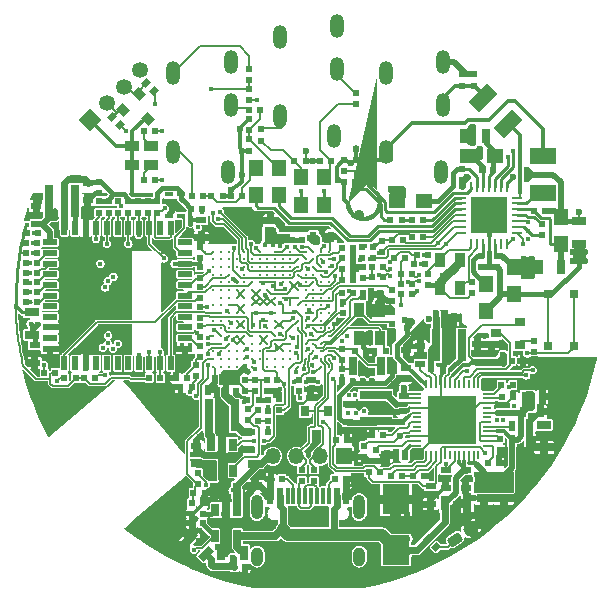
<source format=gtl>
G04 #@! TF.GenerationSoftware,KiCad,Pcbnew,7.0.10*
G04 #@! TF.CreationDate,2024-04-11T11:30:36+02:00*
G04 #@! TF.ProjectId,OtterCastAudioV2,4f747465-7243-4617-9374-417564696f56,rev?*
G04 #@! TF.SameCoordinates,Original*
G04 #@! TF.FileFunction,Copper,L1,Top*
G04 #@! TF.FilePolarity,Positive*
%FSLAX46Y46*%
G04 Gerber Fmt 4.6, Leading zero omitted, Abs format (unit mm)*
G04 Created by KiCad (PCBNEW 7.0.10) date 2024-04-11 11:30:36*
%MOMM*%
%LPD*%
G01*
G04 APERTURE LIST*
G04 Aperture macros list*
%AMRoundRect*
0 Rectangle with rounded corners*
0 $1 Rounding radius*
0 $2 $3 $4 $5 $6 $7 $8 $9 X,Y pos of 4 corners*
0 Add a 4 corners polygon primitive as box body*
4,1,4,$2,$3,$4,$5,$6,$7,$8,$9,$2,$3,0*
0 Add four circle primitives for the rounded corners*
1,1,$1+$1,$2,$3*
1,1,$1+$1,$4,$5*
1,1,$1+$1,$6,$7*
1,1,$1+$1,$8,$9*
0 Add four rect primitives between the rounded corners*
20,1,$1+$1,$2,$3,$4,$5,0*
20,1,$1+$1,$4,$5,$6,$7,0*
20,1,$1+$1,$6,$7,$8,$9,0*
20,1,$1+$1,$8,$9,$2,$3,0*%
%AMHorizOval*
0 Thick line with rounded ends*
0 $1 width*
0 $2 $3 position (X,Y) of the first rounded end (center of the circle)*
0 $4 $5 position (X,Y) of the second rounded end (center of the circle)*
0 Add line between two ends*
20,1,$1,$2,$3,$4,$5,0*
0 Add two circle primitives to create the rounded ends*
1,1,$1,$2,$3*
1,1,$1,$4,$5*%
%AMRotRect*
0 Rectangle, with rotation*
0 The origin of the aperture is its center*
0 $1 length*
0 $2 width*
0 $3 Rotation angle, in degrees counterclockwise*
0 Add horizontal line*
21,1,$1,$2,0,0,$3*%
%AMFreePoly0*
4,1,81,1.592473,1.530917,1.828976,1.474138,2.053685,1.381059,2.261067,1.253976,2.446016,1.096016,2.603976,0.911067,2.731060,0.703684,2.824138,0.478976,2.880917,0.242473,2.900000,0.000000,2.880917,-0.242473,2.824138,-0.478976,2.731060,-0.703684,2.603976,-0.911067,2.446016,-1.096016,2.261067,-1.253976,2.053685,-1.381059,1.828976,-1.474138,1.592473,-1.530917,1.350000,-1.550000,
1.107527,-1.530917,0.871024,-1.474138,0.646315,-1.381060,0.438933,-1.253975,0.253984,-1.096016,0.096024,-0.911067,-0.031060,-0.703685,-0.124138,-0.478976,-0.180917,-0.242473,-0.198792,-0.015355,0.196495,-0.015356,0.214738,-0.212217,0.273063,-0.417208,0.368061,-0.607991,0.496499,-0.778069,0.654001,-0.921652,0.835205,-1.033848,1.033939,-1.110838,1.243437,-1.150000,1.456563,-1.150000,
1.666061,-1.110838,1.864795,-1.033848,2.045999,-0.921652,2.203501,-0.778068,2.331938,-0.607991,2.426937,-0.417208,2.485263,-0.212217,2.504927,0.000000,2.485263,0.212217,2.426937,0.417208,2.331938,0.607991,2.203501,0.778068,2.045999,0.921652,1.864795,1.033848,1.666061,1.110838,1.456563,1.150000,1.243437,1.150000,1.033939,1.110838,0.835205,1.033848,0.654001,0.921652,
0.496499,0.778069,0.368061,0.607991,0.273063,0.417208,0.214738,0.212217,0.196495,0.015356,0.199999,0.000000,0.196495,-0.015356,-0.198792,-0.015355,-0.198792,-0.015353,-0.199999,0.000000,-0.180917,0.242473,-0.124138,0.478976,-0.031060,0.703685,0.096024,0.911067,0.253984,1.096016,0.438933,1.253975,0.646315,1.381060,0.871024,1.474138,1.107527,1.530917,1.350000,1.550000,
1.592473,1.530917,1.592473,1.530917,$1*%
G04 Aperture macros list end*
G04 #@! TA.AperFunction,SMDPad,CuDef*
%ADD10R,0.500000X0.600000*%
G04 #@! TD*
G04 #@! TA.AperFunction,SMDPad,CuDef*
%ADD11R,1.250000X1.400000*%
G04 #@! TD*
G04 #@! TA.AperFunction,SMDPad,CuDef*
%ADD12R,2.250000X1.315000*%
G04 #@! TD*
G04 #@! TA.AperFunction,SMDPad,CuDef*
%ADD13R,1.400000X1.250000*%
G04 #@! TD*
G04 #@! TA.AperFunction,SMDPad,CuDef*
%ADD14R,0.600000X0.500000*%
G04 #@! TD*
G04 #@! TA.AperFunction,SMDPad,CuDef*
%ADD15R,0.700000X1.300000*%
G04 #@! TD*
G04 #@! TA.AperFunction,SMDPad,CuDef*
%ADD16R,0.250000X0.900000*%
G04 #@! TD*
G04 #@! TA.AperFunction,SMDPad,CuDef*
%ADD17R,0.900000X0.250000*%
G04 #@! TD*
G04 #@! TA.AperFunction,SMDPad,CuDef*
%ADD18R,3.140000X3.140000*%
G04 #@! TD*
G04 #@! TA.AperFunction,SMDPad,CuDef*
%ADD19R,0.800000X0.900000*%
G04 #@! TD*
G04 #@! TA.AperFunction,SMDPad,CuDef*
%ADD20R,0.900000X0.600000*%
G04 #@! TD*
G04 #@! TA.AperFunction,SMDPad,CuDef*
%ADD21R,1.300000X0.700000*%
G04 #@! TD*
G04 #@! TA.AperFunction,SMDPad,CuDef*
%ADD22RotRect,0.700000X1.300000X135.000000*%
G04 #@! TD*
G04 #@! TA.AperFunction,SMDPad,CuDef*
%ADD23R,0.600000X0.900000*%
G04 #@! TD*
G04 #@! TA.AperFunction,SMDPad,CuDef*
%ADD24R,1.225000X0.850000*%
G04 #@! TD*
G04 #@! TA.AperFunction,SMDPad,CuDef*
%ADD25RoundRect,0.212500X0.212787X0.399848X-0.450444X-0.047507X-0.212787X-0.399848X0.450444X0.047507X0*%
G04 #@! TD*
G04 #@! TA.AperFunction,SMDPad,CuDef*
%ADD26R,2.300000X2.500000*%
G04 #@! TD*
G04 #@! TA.AperFunction,ComponentPad*
%ADD27RotRect,1.350000X1.350000X134.500000*%
G04 #@! TD*
G04 #@! TA.AperFunction,ComponentPad*
%ADD28HorizOval,1.350000X0.000000X0.000000X0.000000X0.000000X0*%
G04 #@! TD*
G04 #@! TA.AperFunction,SMDPad,CuDef*
%ADD29R,0.600000X1.450000*%
G04 #@! TD*
G04 #@! TA.AperFunction,SMDPad,CuDef*
%ADD30R,0.300000X1.450000*%
G04 #@! TD*
G04 #@! TA.AperFunction,ComponentPad*
%ADD31O,1.000000X1.600000*%
G04 #@! TD*
G04 #@! TA.AperFunction,ComponentPad*
%ADD32O,1.000000X2.100000*%
G04 #@! TD*
G04 #@! TA.AperFunction,ComponentPad*
%ADD33R,1.350000X1.350000*%
G04 #@! TD*
G04 #@! TA.AperFunction,ComponentPad*
%ADD34O,1.350000X1.350000*%
G04 #@! TD*
G04 #@! TA.AperFunction,ComponentPad*
%ADD35O,1.200000X2.000000*%
G04 #@! TD*
G04 #@! TA.AperFunction,SMDPad,CuDef*
%ADD36R,0.900000X0.800000*%
G04 #@! TD*
G04 #@! TA.AperFunction,SMDPad,CuDef*
%ADD37RotRect,0.500000X0.600000X135.000000*%
G04 #@! TD*
G04 #@! TA.AperFunction,SMDPad,CuDef*
%ADD38C,0.300000*%
G04 #@! TD*
G04 #@! TA.AperFunction,SMDPad,CuDef*
%ADD39R,0.650000X1.060000*%
G04 #@! TD*
G04 #@! TA.AperFunction,SMDPad,CuDef*
%ADD40R,2.700000X0.800000*%
G04 #@! TD*
G04 #@! TA.AperFunction,SMDPad,CuDef*
%ADD41R,0.800000X2.700000*%
G04 #@! TD*
G04 #@! TA.AperFunction,SMDPad,CuDef*
%ADD42R,0.200000X0.800000*%
G04 #@! TD*
G04 #@! TA.AperFunction,SMDPad,CuDef*
%ADD43R,0.800000X0.200000*%
G04 #@! TD*
G04 #@! TA.AperFunction,SMDPad,CuDef*
%ADD44R,4.050000X4.050000*%
G04 #@! TD*
G04 #@! TA.AperFunction,SMDPad,CuDef*
%ADD45RotRect,1.315000X2.250000X135.000000*%
G04 #@! TD*
G04 #@! TA.AperFunction,SMDPad,CuDef*
%ADD46R,0.950000X1.200000*%
G04 #@! TD*
G04 #@! TA.AperFunction,SMDPad,CuDef*
%ADD47R,1.200000X0.510000*%
G04 #@! TD*
G04 #@! TA.AperFunction,SMDPad,CuDef*
%ADD48R,0.510000X1.200000*%
G04 #@! TD*
G04 #@! TA.AperFunction,SMDPad,CuDef*
%ADD49R,0.790000X0.440000*%
G04 #@! TD*
G04 #@! TA.AperFunction,SMDPad,CuDef*
%ADD50RotRect,0.900000X0.800000X315.000000*%
G04 #@! TD*
G04 #@! TA.AperFunction,SMDPad,CuDef*
%ADD51RotRect,0.500000X0.600000X315.000000*%
G04 #@! TD*
G04 #@! TA.AperFunction,SMDPad,CuDef*
%ADD52R,0.650000X0.800000*%
G04 #@! TD*
G04 #@! TA.AperFunction,SMDPad,CuDef*
%ADD53FreePoly0,315.000000*%
G04 #@! TD*
G04 #@! TA.AperFunction,SMDPad,CuDef*
%ADD54C,0.900000*%
G04 #@! TD*
G04 #@! TA.AperFunction,SMDPad,CuDef*
%ADD55R,0.750000X1.500000*%
G04 #@! TD*
G04 #@! TA.AperFunction,ViaPad*
%ADD56C,0.600000*%
G04 #@! TD*
G04 #@! TA.AperFunction,ViaPad*
%ADD57C,0.450000*%
G04 #@! TD*
G04 #@! TA.AperFunction,Conductor*
%ADD58C,0.200000*%
G04 #@! TD*
G04 #@! TA.AperFunction,Conductor*
%ADD59C,0.600000*%
G04 #@! TD*
G04 #@! TA.AperFunction,Conductor*
%ADD60C,0.650000*%
G04 #@! TD*
G04 #@! TA.AperFunction,Conductor*
%ADD61C,0.400000*%
G04 #@! TD*
G04 #@! TA.AperFunction,Conductor*
%ADD62C,0.500000*%
G04 #@! TD*
G04 #@! TA.AperFunction,Conductor*
%ADD63C,0.250000*%
G04 #@! TD*
G04 #@! TA.AperFunction,Conductor*
%ADD64C,0.800000*%
G04 #@! TD*
G04 #@! TA.AperFunction,Conductor*
%ADD65C,0.127000*%
G04 #@! TD*
G04 #@! TA.AperFunction,Conductor*
%ADD66C,0.300000*%
G04 #@! TD*
G04 #@! TA.AperFunction,Conductor*
%ADD67C,1.000000*%
G04 #@! TD*
G04 APERTURE END LIST*
D10*
X91805000Y-91350000D03*
X92745000Y-91350000D03*
D11*
X101350000Y-92100000D03*
X101350000Y-89800000D03*
X99400000Y-92100000D03*
X99400000Y-89800000D03*
D12*
X119850000Y-91087500D03*
X119850000Y-88012500D03*
D13*
X109775000Y-91800000D03*
X107475000Y-91800000D03*
D10*
X104970000Y-87400000D03*
X104030000Y-87400000D03*
X103970000Y-90150000D03*
X103030000Y-90150000D03*
X107895000Y-93375000D03*
X106955000Y-93375000D03*
D14*
X95000000Y-83220000D03*
X95000000Y-82280000D03*
X95000000Y-81570000D03*
X95000000Y-80630000D03*
X104825000Y-89280000D03*
X104825000Y-90220000D03*
D10*
X90130000Y-91350000D03*
X91070000Y-91350000D03*
X94980000Y-84050000D03*
X95920000Y-84050000D03*
D14*
X95000000Y-85820000D03*
X95000000Y-84880000D03*
D10*
X109710000Y-94850000D03*
X108770000Y-94850000D03*
X108020000Y-95090000D03*
X107080000Y-95090000D03*
D14*
X106280000Y-96140000D03*
X106280000Y-95200000D03*
D15*
X121400000Y-97375000D03*
X119500000Y-97375000D03*
X115075000Y-86275000D03*
X113175000Y-86275000D03*
D10*
X100980000Y-88400000D03*
X101920000Y-88400000D03*
X104970000Y-88300000D03*
X104030000Y-88300000D03*
X99770000Y-88400000D03*
X98830000Y-88400000D03*
D14*
X104000000Y-82630000D03*
X104000000Y-83570000D03*
D11*
X95549999Y-91300000D03*
X95549999Y-89000000D03*
X97500000Y-91300000D03*
X97500000Y-89000000D03*
D10*
X115670000Y-89150000D03*
X114730000Y-89150000D03*
X119130000Y-92600000D03*
X120070000Y-92600000D03*
D11*
X117400000Y-97400000D03*
X117400000Y-99700000D03*
D14*
X113050000Y-89055000D03*
X113050000Y-89995000D03*
X114000000Y-82020000D03*
X114000000Y-81080000D03*
X95000000Y-86580000D03*
X95000000Y-87520000D03*
D13*
X115825000Y-87950000D03*
X113525000Y-87950000D03*
D11*
X121400000Y-95450000D03*
X121400000Y-93150000D03*
D16*
X113800000Y-95400000D03*
X114300000Y-95400000D03*
X114800000Y-95400000D03*
X115300000Y-95400000D03*
X115800000Y-95400000D03*
X116300000Y-95400000D03*
X116800000Y-95400000D03*
D17*
X117700000Y-94500000D03*
X117700000Y-94000000D03*
X117700000Y-93500000D03*
X117700000Y-93000000D03*
X117700000Y-92500000D03*
X117700000Y-92000000D03*
X117700000Y-91500000D03*
D16*
X116800000Y-90600000D03*
X116300000Y-90600000D03*
X115800000Y-90600000D03*
X115300000Y-90600000D03*
X114800000Y-90600000D03*
X114300000Y-90600000D03*
X113800000Y-90600000D03*
D17*
X112900000Y-91500000D03*
X112900000Y-92000000D03*
X112900000Y-92500000D03*
X112900000Y-93000000D03*
X112900000Y-93500000D03*
X112900000Y-94000000D03*
X112900000Y-94500000D03*
D18*
X115300000Y-93000000D03*
D14*
X96000000Y-85730000D03*
X96000000Y-86670000D03*
X113000000Y-82020000D03*
X113000000Y-81080000D03*
D19*
X101650000Y-109600000D03*
X99750000Y-109600000D03*
X100700000Y-111600000D03*
D20*
X76840000Y-104005000D03*
X76840000Y-105505000D03*
D21*
X116550000Y-115050000D03*
X116550000Y-116950000D03*
D20*
X111650000Y-114550000D03*
X111650000Y-116050000D03*
D10*
X106370000Y-111600000D03*
X105430000Y-111600000D03*
D14*
X104700000Y-112530000D03*
X104700000Y-113470000D03*
D21*
X114850000Y-115050000D03*
X114850000Y-116950000D03*
D15*
X111550000Y-117400000D03*
X113450000Y-117400000D03*
D10*
X116430000Y-108420000D03*
X117370000Y-108420000D03*
D22*
X91346751Y-121646751D03*
X90003249Y-120303249D03*
D20*
X113350000Y-114550000D03*
X113350000Y-116050000D03*
D23*
X118200000Y-109650000D03*
X119700000Y-109650000D03*
D20*
X114300000Y-105425000D03*
X114300000Y-103925000D03*
D23*
X118325000Y-108350000D03*
X119825000Y-108350000D03*
D20*
X115500000Y-105425000D03*
X115500000Y-103925000D03*
D23*
X110800000Y-101700000D03*
X112300000Y-101700000D03*
D20*
X103400000Y-110500000D03*
X103400000Y-109000000D03*
X108100000Y-108300000D03*
X108100000Y-106800000D03*
X110350000Y-115950000D03*
X110350000Y-117450000D03*
X108300000Y-105900000D03*
X108300000Y-104400000D03*
D23*
X117250000Y-110800000D03*
X118750000Y-110800000D03*
X117250000Y-112000000D03*
X118750000Y-112000000D03*
D14*
X99450000Y-95070000D03*
X99450000Y-94130000D03*
X93850000Y-106905000D03*
X93850000Y-107845000D03*
X98630000Y-95070000D03*
X98630000Y-94130000D03*
D10*
X93020000Y-106800000D03*
X92080000Y-106800000D03*
D20*
X96840000Y-94925000D03*
X96840000Y-93425000D03*
D23*
X93025000Y-107775000D03*
X91525000Y-107775000D03*
D15*
X94550000Y-121600000D03*
X92650000Y-121600000D03*
D21*
X95475000Y-114025000D03*
X95475000Y-115925000D03*
D10*
X90130000Y-117350000D03*
X91070000Y-117350000D03*
D15*
X93950000Y-116300000D03*
X92050000Y-116300000D03*
D14*
X90825000Y-96595000D03*
X90825000Y-95655000D03*
D20*
X81330000Y-90230000D03*
X81330000Y-91730000D03*
D10*
X89180000Y-107575000D03*
X90120000Y-107575000D03*
D14*
X90825000Y-104970000D03*
X90825000Y-104030000D03*
X94675000Y-106905000D03*
X94675000Y-107845000D03*
X96500000Y-106905000D03*
X96500000Y-107845000D03*
X107100000Y-99355000D03*
X107100000Y-100295000D03*
X96575000Y-108605000D03*
X96575000Y-109545000D03*
X97350000Y-106910000D03*
X97350000Y-107850000D03*
D23*
X104600000Y-99710000D03*
X106100000Y-99710000D03*
D20*
X100200000Y-106950000D03*
X100200000Y-108450000D03*
D14*
X102850000Y-106005000D03*
X102850000Y-106945000D03*
D10*
X103930000Y-104525000D03*
X104870000Y-104525000D03*
X102880000Y-99550000D03*
X103820000Y-99550000D03*
D14*
X104600000Y-97380000D03*
X104600000Y-98320000D03*
D10*
X109180000Y-96330000D03*
X110120000Y-96330000D03*
X108930000Y-97150000D03*
X109870000Y-97150000D03*
D21*
X119975000Y-110750000D03*
X119975000Y-112650000D03*
D24*
X85092500Y-88750000D03*
X86717500Y-88750000D03*
X85092500Y-87145000D03*
X86717500Y-87145000D03*
D25*
X113773593Y-119545656D03*
X112426407Y-120454344D03*
D26*
X107450000Y-121350000D03*
X107450000Y-117050000D03*
D21*
X76640000Y-101230000D03*
X76640000Y-103130000D03*
D27*
X81510249Y-84902728D03*
D28*
X82936750Y-83500909D03*
X84363250Y-82099091D03*
X85789751Y-80697272D03*
D29*
X96800000Y-116800000D03*
X97600000Y-116800000D03*
D30*
X98750000Y-116800000D03*
X99750000Y-116800000D03*
X100250000Y-116800000D03*
X101250000Y-116800000D03*
D29*
X97600000Y-116800000D03*
X96800000Y-116800000D03*
X103200000Y-116800000D03*
X102400000Y-116800000D03*
D30*
X101750000Y-116800000D03*
X100750000Y-116800000D03*
X99250000Y-116800000D03*
X98250000Y-116800000D03*
D29*
X102400000Y-116800000D03*
X103200000Y-116800000D03*
D31*
X104320000Y-121895000D03*
D32*
X104320000Y-117715000D03*
D31*
X95680000Y-121895000D03*
D32*
X95680000Y-117715000D03*
D33*
X103000000Y-113400000D03*
D34*
X101000000Y-113400000D03*
X99000000Y-113400000D03*
X97000000Y-113400000D03*
D35*
X88580000Y-87650000D03*
X88580000Y-80950000D03*
X93420000Y-80050000D03*
X93420000Y-83650000D03*
X93200000Y-89350000D03*
X97580000Y-84600000D03*
X97580000Y-77900000D03*
X102420000Y-77000000D03*
X102420000Y-80600000D03*
X102200000Y-86300000D03*
D14*
X90500000Y-106645000D03*
X90500000Y-105705000D03*
D36*
X117900000Y-103950000D03*
X117900000Y-102050000D03*
X115900000Y-103000000D03*
D10*
X77130000Y-94540000D03*
X76190000Y-94540000D03*
X77050000Y-95370000D03*
X76110000Y-95370000D03*
X77060000Y-96200000D03*
X76120000Y-96200000D03*
X79355000Y-106775000D03*
X80295000Y-106775000D03*
X81970000Y-106775000D03*
X81030000Y-106775000D03*
X91020000Y-92450000D03*
X90080000Y-92450000D03*
D37*
X110832340Y-121082340D03*
X110167660Y-120417660D03*
D10*
X115180000Y-113950000D03*
X116120000Y-113950000D03*
D14*
X105700000Y-112855000D03*
X105700000Y-113795000D03*
D10*
X117230000Y-105300000D03*
X118170000Y-105300000D03*
X116360000Y-107350000D03*
X117300000Y-107350000D03*
X93730000Y-122775000D03*
X94670000Y-122775000D03*
D14*
X100500000Y-115470000D03*
X100500000Y-114530000D03*
D10*
X97770000Y-115300000D03*
X96830000Y-115300000D03*
X102230000Y-115300000D03*
X103170000Y-115300000D03*
X105130000Y-114750000D03*
X106070000Y-114750000D03*
X106980000Y-115050000D03*
X107920000Y-115050000D03*
X109770000Y-115050000D03*
X108830000Y-115050000D03*
X91070000Y-119075000D03*
X90130000Y-119075000D03*
X91070000Y-118250000D03*
X90130000Y-118250000D03*
D14*
X90650000Y-114805000D03*
X90650000Y-115745000D03*
D10*
X90280000Y-116525000D03*
X91220000Y-116525000D03*
X103800000Y-95750000D03*
X102860000Y-95750000D03*
X108805000Y-93375000D03*
X109745000Y-93375000D03*
X76105000Y-100350000D03*
X77045000Y-100350000D03*
X76105000Y-98690000D03*
X77045000Y-98690000D03*
X76105000Y-99520000D03*
X77045000Y-99520000D03*
X76105000Y-97860000D03*
X77045000Y-97860000D03*
D14*
X82290000Y-91830000D03*
X82290000Y-92770000D03*
X83110000Y-91830000D03*
X83110000Y-92770000D03*
X84750000Y-91830000D03*
X84750000Y-92770000D03*
D10*
X86520000Y-106770000D03*
X87460000Y-106770000D03*
D14*
X90825000Y-97405000D03*
X90825000Y-98345000D03*
D10*
X76110000Y-97030000D03*
X77050000Y-97030000D03*
D14*
X83930000Y-91830000D03*
X83930000Y-92770000D03*
D10*
X102860000Y-97550000D03*
X103800000Y-97550000D03*
D14*
X95500000Y-106905000D03*
X95500000Y-107845000D03*
D10*
X95795000Y-108650000D03*
X94855000Y-108650000D03*
X102860000Y-96650000D03*
X103800000Y-96650000D03*
D14*
X90825000Y-101670000D03*
X90825000Y-100730000D03*
X90825000Y-102380000D03*
X90825000Y-103320000D03*
X102850000Y-104330000D03*
X102850000Y-105270000D03*
X99200000Y-106905000D03*
X99200000Y-107845000D03*
X104585000Y-96640000D03*
X104585000Y-95700000D03*
D10*
X106370000Y-97410000D03*
X105430000Y-97410000D03*
X106360000Y-98260000D03*
X105420000Y-98260000D03*
D38*
X91975000Y-105825000D03*
X91975000Y-105175000D03*
X91975000Y-104525000D03*
X91975000Y-103225000D03*
X91975000Y-101925000D03*
X91975000Y-100625000D03*
X91975000Y-99325000D03*
X91975000Y-98025000D03*
X91975000Y-97375000D03*
X91975000Y-96725000D03*
X91975000Y-96075000D03*
X92625000Y-105825000D03*
X92625000Y-105175000D03*
X92625000Y-104525000D03*
X92625000Y-103875000D03*
X92625000Y-103225000D03*
X92625000Y-102575000D03*
X92625000Y-101925000D03*
X92625000Y-101275000D03*
X92625000Y-100625000D03*
X92625000Y-99975000D03*
X92625000Y-99325000D03*
X92625000Y-98675000D03*
X92625000Y-98025000D03*
X92625000Y-97375000D03*
X92625000Y-96725000D03*
X92625000Y-96075000D03*
X93275000Y-105825000D03*
X93275000Y-105175000D03*
X93275000Y-104525000D03*
X93275000Y-103875000D03*
X93275000Y-103225000D03*
X93275000Y-102575000D03*
X93275000Y-101925000D03*
X93275000Y-101275000D03*
X93275000Y-100625000D03*
X93275000Y-99975000D03*
X93275000Y-99325000D03*
X93275000Y-98675000D03*
X93275000Y-98025000D03*
X93275000Y-97375000D03*
X93275000Y-96725000D03*
X93275000Y-96075000D03*
X93925000Y-105825000D03*
X93925000Y-105175000D03*
X93925000Y-104525000D03*
X93925000Y-103875000D03*
X93925000Y-103225000D03*
X93925000Y-102575000D03*
X93925000Y-101925000D03*
X93925000Y-101275000D03*
X93925000Y-100625000D03*
X93925000Y-99975000D03*
X93925000Y-99325000D03*
X93925000Y-98675000D03*
X93925000Y-97375000D03*
X93925000Y-96725000D03*
X94575000Y-105175000D03*
X94575000Y-104525000D03*
X94575000Y-103875000D03*
X94575000Y-103225000D03*
X94575000Y-102575000D03*
X94575000Y-101925000D03*
X94575000Y-101275000D03*
X94575000Y-100625000D03*
X94575000Y-99975000D03*
X94575000Y-99325000D03*
X94575000Y-98675000D03*
X94575000Y-98025000D03*
X94575000Y-97375000D03*
X94575000Y-96725000D03*
X94575000Y-96075000D03*
X95225000Y-105825000D03*
X95225000Y-105175000D03*
X95225000Y-104525000D03*
X95225000Y-103875000D03*
X95225000Y-103225000D03*
X95225000Y-102575000D03*
X95225000Y-101925000D03*
X95225000Y-101275000D03*
X95225000Y-100625000D03*
X95225000Y-99975000D03*
X95225000Y-99325000D03*
X95225000Y-98675000D03*
X95225000Y-97375000D03*
X95225000Y-96725000D03*
X95875000Y-105175000D03*
X95875000Y-104525000D03*
X95875000Y-103875000D03*
X95875000Y-103225000D03*
X95875000Y-102575000D03*
X95875000Y-101925000D03*
X95875000Y-101275000D03*
X95875000Y-100625000D03*
X95875000Y-99975000D03*
X95875000Y-99325000D03*
X95875000Y-98675000D03*
X95875000Y-98025000D03*
X95875000Y-97375000D03*
X95875000Y-96725000D03*
X95875000Y-96075000D03*
X96525000Y-105825000D03*
X96525000Y-105175000D03*
X96525000Y-104525000D03*
X96525000Y-103875000D03*
X96525000Y-103225000D03*
X96525000Y-102575000D03*
X96525000Y-101925000D03*
X96525000Y-101275000D03*
X96525000Y-100625000D03*
X96525000Y-99975000D03*
X96525000Y-99325000D03*
X96525000Y-98675000D03*
X96525000Y-98025000D03*
X96525000Y-97375000D03*
X96525000Y-96725000D03*
X97175000Y-105825000D03*
X97175000Y-105175000D03*
X97175000Y-104525000D03*
X97175000Y-103875000D03*
X97175000Y-103225000D03*
X97175000Y-102575000D03*
X97175000Y-101925000D03*
X97175000Y-101275000D03*
X97175000Y-100625000D03*
X97175000Y-99975000D03*
X97175000Y-99325000D03*
X97175000Y-98675000D03*
X97175000Y-98025000D03*
X97175000Y-97375000D03*
X97175000Y-96725000D03*
X97175000Y-96075000D03*
X97825000Y-105825000D03*
X97825000Y-105175000D03*
X97825000Y-104525000D03*
X97825000Y-103875000D03*
X97825000Y-103225000D03*
X97825000Y-102575000D03*
X97825000Y-101925000D03*
X97825000Y-101275000D03*
X97825000Y-100625000D03*
X97825000Y-99975000D03*
X97825000Y-99325000D03*
X97825000Y-98675000D03*
X97825000Y-98025000D03*
X97825000Y-97375000D03*
X97825000Y-96725000D03*
X98475000Y-105175000D03*
X98475000Y-104525000D03*
X98475000Y-103875000D03*
X98475000Y-103225000D03*
X98475000Y-102575000D03*
X98475000Y-101925000D03*
X98475000Y-101275000D03*
X98475000Y-100625000D03*
X98475000Y-99975000D03*
X98475000Y-99325000D03*
X98475000Y-98675000D03*
X98475000Y-98025000D03*
X98475000Y-97375000D03*
X98475000Y-96725000D03*
X98475000Y-96075000D03*
X99125000Y-105825000D03*
X99125000Y-105175000D03*
X99125000Y-103875000D03*
X99125000Y-103225000D03*
X99125000Y-102575000D03*
X99125000Y-101925000D03*
X99125000Y-101275000D03*
X99125000Y-100625000D03*
X99125000Y-99975000D03*
X99125000Y-99325000D03*
X99125000Y-98675000D03*
X99125000Y-98025000D03*
X99125000Y-97375000D03*
X99125000Y-96725000D03*
X99775000Y-105175000D03*
X99775000Y-104525000D03*
X99775000Y-103875000D03*
X99775000Y-103225000D03*
X99775000Y-102575000D03*
X99775000Y-101925000D03*
X99775000Y-101275000D03*
X99775000Y-100625000D03*
X99775000Y-99975000D03*
X99775000Y-99325000D03*
X99775000Y-98675000D03*
X99775000Y-98025000D03*
X99775000Y-97375000D03*
X99775000Y-96725000D03*
X99775000Y-96075000D03*
X100425000Y-105825000D03*
X100425000Y-105175000D03*
X100425000Y-104525000D03*
X100425000Y-103875000D03*
X100425000Y-103225000D03*
X100425000Y-102575000D03*
X100425000Y-101925000D03*
X100425000Y-101275000D03*
X100425000Y-100625000D03*
X100425000Y-99975000D03*
X100425000Y-99325000D03*
X100425000Y-98675000D03*
X100425000Y-98025000D03*
X100425000Y-97375000D03*
X100425000Y-96725000D03*
X100425000Y-96075000D03*
X101075000Y-105825000D03*
X101075000Y-105175000D03*
X101075000Y-104525000D03*
X101075000Y-103875000D03*
X101075000Y-103225000D03*
X101075000Y-102575000D03*
X101075000Y-101925000D03*
X101075000Y-101275000D03*
X101075000Y-100625000D03*
X101075000Y-99975000D03*
X101075000Y-99325000D03*
X101075000Y-98675000D03*
X101075000Y-98025000D03*
X101075000Y-97375000D03*
X101075000Y-96725000D03*
X101075000Y-96075000D03*
X101725000Y-105825000D03*
X101725000Y-105175000D03*
X101725000Y-104525000D03*
X101725000Y-103225000D03*
X101725000Y-102575000D03*
X101725000Y-101275000D03*
X101725000Y-99975000D03*
X101725000Y-98675000D03*
X101725000Y-97375000D03*
X101725000Y-96725000D03*
X101725000Y-96075000D03*
D39*
X94000000Y-117950000D03*
X93050000Y-117950000D03*
X92100000Y-117950000D03*
X92100000Y-120150000D03*
X94000000Y-120150000D03*
D35*
X106580000Y-87650000D03*
X106580000Y-80950000D03*
X111420000Y-80050000D03*
X111420000Y-83650000D03*
X111200000Y-89350000D03*
D14*
X97550000Y-109520000D03*
X97550000Y-108580000D03*
X116200000Y-111930000D03*
X116200000Y-112870000D03*
D40*
X105700000Y-108200000D03*
X105700000Y-110400000D03*
D14*
X95725000Y-109455000D03*
X95725000Y-110395000D03*
X96550000Y-110405000D03*
X96550000Y-111345000D03*
D41*
X91575000Y-109950000D03*
X93775000Y-109950000D03*
D39*
X93625000Y-112425000D03*
X92675000Y-112425000D03*
X91725000Y-112425000D03*
X91725000Y-114625000D03*
X93625000Y-114625000D03*
D20*
X90500000Y-114025000D03*
X90500000Y-112525000D03*
X95100000Y-111350000D03*
X95100000Y-112850000D03*
D14*
X115975000Y-96430000D03*
X115975000Y-97370000D03*
X114625000Y-96430000D03*
X114625000Y-97370000D03*
D42*
X114400000Y-107325000D03*
X114000000Y-107325000D03*
X113600000Y-107325000D03*
X113200000Y-107325000D03*
X112800000Y-107325000D03*
X112400000Y-107325000D03*
X112000000Y-107325000D03*
X111600000Y-107325000D03*
X111200000Y-107325000D03*
X110800000Y-107325000D03*
X110400000Y-107325000D03*
X110000000Y-107325000D03*
D43*
X109225000Y-108100000D03*
X109225000Y-108500000D03*
X109225000Y-108900000D03*
X109225000Y-109300000D03*
X109225000Y-109700000D03*
X109225000Y-110100000D03*
X109225000Y-110500000D03*
X109225000Y-110900000D03*
X109225000Y-111300000D03*
X109225000Y-111700000D03*
X109225000Y-112100000D03*
X109225000Y-112500000D03*
D42*
X110000000Y-113275000D03*
X110400000Y-113275000D03*
X110800000Y-113275000D03*
X111200000Y-113275000D03*
X111600000Y-113275000D03*
X112000000Y-113275000D03*
X112400000Y-113275000D03*
X112800000Y-113275000D03*
X113200000Y-113275000D03*
X113600000Y-113275000D03*
X114000000Y-113275000D03*
X114400000Y-113275000D03*
D43*
X115175000Y-112500000D03*
X115175000Y-112100000D03*
X115175000Y-111700000D03*
X115175000Y-111300000D03*
X115175000Y-110900000D03*
X115175000Y-110500000D03*
X115175000Y-110100000D03*
X115175000Y-109700000D03*
X115175000Y-109300000D03*
X115175000Y-108900000D03*
X115175000Y-108500000D03*
X115175000Y-108100000D03*
D44*
X112200000Y-110300000D03*
D10*
X94420000Y-91350000D03*
X93480000Y-91350000D03*
D45*
X116937177Y-85237177D03*
X114762823Y-83062823D03*
D10*
X110430000Y-106050000D03*
X111370000Y-106050000D03*
D14*
X107950000Y-110545000D03*
X107950000Y-109605000D03*
D41*
X113000000Y-104000000D03*
X110800000Y-104000000D03*
D20*
X109500000Y-105600000D03*
X109500000Y-104100000D03*
D21*
X122940000Y-95400000D03*
X122940000Y-93500000D03*
D14*
X103000000Y-89270000D03*
X103000000Y-88330000D03*
X110125000Y-97930000D03*
X110125000Y-98870000D03*
X113875000Y-98680000D03*
X113875000Y-99620000D03*
D46*
X104325000Y-101000000D03*
X104325000Y-103400000D03*
X106075000Y-103400000D03*
X106075000Y-101000000D03*
D14*
X107075000Y-102170000D03*
X107075000Y-101230000D03*
D10*
X106545000Y-104525000D03*
X105605000Y-104525000D03*
X107880000Y-99650000D03*
X108820000Y-99650000D03*
X108805000Y-98820000D03*
X107865000Y-98820000D03*
X107250000Y-96610000D03*
X108190000Y-96610000D03*
X87020000Y-85900000D03*
X86080000Y-85900000D03*
X108795000Y-97990001D03*
X107855000Y-97990001D03*
D20*
X76990000Y-93710000D03*
X76990000Y-92210000D03*
D47*
X89570000Y-104300000D03*
X89570000Y-103400000D03*
X89570000Y-102500000D03*
X89570000Y-101600000D03*
X89570000Y-100700000D03*
X89570000Y-99800000D03*
X89570000Y-98900000D03*
X89570000Y-98000000D03*
X89570000Y-97100000D03*
X89570000Y-96200000D03*
X89570000Y-95300000D03*
D48*
X88350000Y-94080000D03*
X87450000Y-94080000D03*
X86550000Y-94080000D03*
X85650000Y-94080000D03*
X84750000Y-94080000D03*
X83850000Y-94080000D03*
X82950000Y-94080000D03*
X82050000Y-94080000D03*
X81150000Y-94080000D03*
X80250000Y-94080000D03*
X79350000Y-94080000D03*
D47*
X78130000Y-95300000D03*
X78130000Y-96200000D03*
X78130000Y-97100000D03*
X78130000Y-98000000D03*
X78130000Y-98900000D03*
X78130000Y-99800000D03*
X78130000Y-100700000D03*
X78130000Y-101600000D03*
X78130000Y-102500000D03*
X78130000Y-103400000D03*
X78130000Y-104300000D03*
D48*
X79350000Y-105520000D03*
X80250000Y-105520000D03*
X81150000Y-105520000D03*
X82050000Y-105520000D03*
X82950000Y-105520000D03*
X83850000Y-105520000D03*
X84750000Y-105520000D03*
X85650000Y-105520000D03*
X86550000Y-105520000D03*
X87450000Y-105520000D03*
X88350000Y-105520000D03*
D14*
X94900000Y-109430000D03*
X94900000Y-110370000D03*
X102900000Y-100355000D03*
X102900000Y-101295000D03*
D10*
X102880000Y-98450000D03*
X103820000Y-98450000D03*
D14*
X105440000Y-96640000D03*
X105440000Y-95700000D03*
D49*
X88220000Y-91240000D03*
X88220000Y-93040000D03*
X89220000Y-93040000D03*
X89220000Y-91240000D03*
D10*
X87020000Y-90000000D03*
X86080000Y-90000000D03*
D50*
X85664645Y-82721142D03*
X84321142Y-84064645D03*
X86407107Y-84807107D03*
D10*
X88780000Y-106750000D03*
X89720000Y-106750000D03*
D51*
X86292660Y-81817660D03*
X86957340Y-82482340D03*
D14*
X82290000Y-90170000D03*
X82290000Y-91110000D03*
D41*
X78060000Y-91760000D03*
X80260000Y-91760000D03*
D10*
X77655000Y-106350000D03*
X78595000Y-106350000D03*
D14*
X87220000Y-91830000D03*
X87220000Y-92770000D03*
X86400000Y-91830000D03*
X86400000Y-92770000D03*
X85580000Y-91830000D03*
X85580000Y-92770000D03*
D51*
X83417660Y-84692660D03*
X84082340Y-85357340D03*
D14*
X99500000Y-115470000D03*
X99500000Y-114530000D03*
D52*
X120325000Y-104100000D03*
X120325000Y-99700000D03*
X122475000Y-104100000D03*
X122475000Y-99700000D03*
D20*
X90950000Y-93375000D03*
X90950000Y-94875000D03*
D14*
X90825000Y-99055000D03*
X90825000Y-99995000D03*
D11*
X115025000Y-98825000D03*
X115025000Y-101125000D03*
D23*
X106650000Y-113300000D03*
X108150000Y-113300000D03*
D14*
X119800000Y-93730000D03*
X119800000Y-94670000D03*
D46*
X112875000Y-99150000D03*
X112875000Y-96750000D03*
X111125000Y-96750000D03*
X111125000Y-99150000D03*
D53*
X103345406Y-91995406D03*
D54*
X104300000Y-92950000D03*
D23*
X100440000Y-94820000D03*
X101940000Y-94820000D03*
D55*
X103750000Y-105800000D03*
X106150000Y-105800000D03*
D14*
X97810000Y-95070000D03*
X97810000Y-94130000D03*
D10*
X102330000Y-112000000D03*
X103270000Y-112000000D03*
D14*
X119100000Y-103630000D03*
X119100000Y-104570000D03*
D56*
X92800000Y-117050000D03*
D57*
X91600000Y-117050000D03*
X92800000Y-118250000D03*
D56*
X109440000Y-102650000D03*
X122440000Y-96850000D03*
X123440000Y-96150000D03*
X122440000Y-96150000D03*
X123440000Y-96850000D03*
X113000000Y-90500000D03*
X111700000Y-108800000D03*
X112700000Y-108800000D03*
X113700000Y-108800000D03*
X110700000Y-109800000D03*
X111700000Y-109800000D03*
X112700000Y-109800000D03*
X113700000Y-109800000D03*
X110700000Y-110800000D03*
X111700000Y-110800000D03*
X112700000Y-110800000D03*
X113700000Y-110800000D03*
X110700000Y-111800000D03*
X111700000Y-111800000D03*
X112700000Y-111800000D03*
X113700000Y-111800000D03*
X105150000Y-103750000D03*
X105150000Y-103050000D03*
D57*
X102880000Y-100614490D03*
D56*
X93600000Y-113500000D03*
X105600000Y-118300000D03*
X84600000Y-102600000D03*
X75825000Y-102050000D03*
X114000000Y-116900000D03*
D57*
X94250000Y-100950000D03*
D56*
X107200000Y-118250000D03*
X86000000Y-108000000D03*
D57*
X104180000Y-97370000D03*
X102850000Y-106590002D03*
X97679937Y-98789907D03*
D56*
X88700000Y-116600000D03*
X120450000Y-105500000D03*
X80220000Y-108970000D03*
X112200000Y-97700000D03*
X111450000Y-98150000D03*
X82025000Y-96525000D03*
D57*
X94237500Y-99637500D03*
D56*
X123500000Y-105520000D03*
D57*
X88750000Y-104000000D03*
D56*
X82825000Y-101150000D03*
D57*
X77275000Y-91900000D03*
D56*
X86500000Y-118600000D03*
D57*
X106920000Y-96930000D03*
X98150000Y-100070000D03*
D56*
X80875000Y-102125000D03*
X116500000Y-104000000D03*
D57*
X94273510Y-102262224D03*
D56*
X81150000Y-105200000D03*
X81150000Y-105950000D03*
X92700000Y-110500000D03*
X84675000Y-103850000D03*
D57*
X98670000Y-101720000D03*
D56*
X105225000Y-100660010D03*
D57*
X76800000Y-92950000D03*
D56*
X78020000Y-110970000D03*
X79175000Y-102125000D03*
X104350000Y-115425000D03*
X89300000Y-112000000D03*
X84600000Y-101350000D03*
X90800000Y-111800000D03*
X76900000Y-105825000D03*
D57*
X81600000Y-93050000D03*
X95562500Y-100312500D03*
D56*
X111950000Y-103850000D03*
D57*
X93636300Y-103548572D03*
D56*
X114900000Y-104675000D03*
D57*
X102214998Y-105125000D03*
D56*
X110700000Y-108800000D03*
D57*
X96189507Y-101873671D03*
D56*
X93700000Y-119000000D03*
X83725000Y-100200000D03*
X87875000Y-103675000D03*
D57*
X77300000Y-92950000D03*
D56*
X118000000Y-115000000D03*
X111950000Y-102850000D03*
X101584262Y-95057166D03*
D57*
X91400000Y-100749994D03*
D56*
X101380000Y-115060000D03*
X109200000Y-116150000D03*
X90500000Y-119700000D03*
D57*
X90139998Y-94500000D03*
D56*
X121250000Y-108500000D03*
X111950000Y-104850000D03*
X78250000Y-105350000D03*
D57*
X116625000Y-91675000D03*
D56*
X115000000Y-118550000D03*
X112500000Y-119000000D03*
X101370000Y-118990000D03*
X119000000Y-114000000D03*
X92700000Y-109200000D03*
X116400000Y-117850000D03*
X84825000Y-97275000D03*
X108400000Y-118250000D03*
X121500000Y-105500000D03*
X97300000Y-114500000D03*
D57*
X96195000Y-103555000D03*
D56*
X87850000Y-102075000D03*
X91130000Y-120050000D03*
D57*
X96550000Y-111000000D03*
X97325000Y-104200000D03*
D56*
X97400000Y-112100000D03*
X120500000Y-107500000D03*
X93100000Y-115600000D03*
X116450000Y-113950000D03*
X83800000Y-96425000D03*
X100700000Y-111650000D03*
D57*
X109800000Y-104850000D03*
D56*
X107050000Y-103300000D03*
X121250000Y-110500000D03*
X76890000Y-104755000D03*
D57*
X87825000Y-98800000D03*
D56*
X87925000Y-100450000D03*
X98300000Y-114500000D03*
D57*
X96600000Y-109200000D03*
D56*
X85400000Y-119600000D03*
D57*
X116625000Y-92925000D03*
D56*
X122500000Y-105500000D03*
X90400000Y-118700000D03*
D57*
X85200000Y-91250000D03*
D56*
X116450000Y-113050000D03*
X107000000Y-90810010D03*
D57*
X94368662Y-97581499D03*
D56*
X96000000Y-114900000D03*
X109200000Y-113250000D03*
X105225000Y-101350000D03*
X105300000Y-106190000D03*
X107300000Y-113300000D03*
X79350000Y-95325000D03*
X109900000Y-103300000D03*
D57*
X81600000Y-92400000D03*
D56*
X111550000Y-102050000D03*
D57*
X95200000Y-93400000D03*
X87825000Y-97450000D03*
D56*
X111550000Y-101350000D03*
X109200000Y-116950000D03*
X90400000Y-110200000D03*
X108950000Y-103300000D03*
X88400000Y-107800000D03*
X90790000Y-120610000D03*
D57*
X93658827Y-98378510D03*
D56*
X92400000Y-121100000D03*
X79120000Y-109970000D03*
X98640000Y-118970000D03*
X105600000Y-117200000D03*
X110000000Y-116700000D03*
X107925002Y-90810010D03*
D57*
X96298074Y-99753639D03*
X97580000Y-102330000D03*
D56*
X117700000Y-116800000D03*
X112500000Y-117450000D03*
D57*
X109100000Y-104850000D03*
X92700000Y-94175000D03*
X108500000Y-105150000D03*
D56*
X117890020Y-105325000D03*
D57*
X97210000Y-108290000D03*
D56*
X121250000Y-111500000D03*
D57*
X111050000Y-105700000D03*
X103480000Y-99414490D03*
D56*
X81150000Y-95400000D03*
D57*
X95900000Y-93800000D03*
D56*
X112500000Y-118250000D03*
X96820000Y-119120000D03*
X113675000Y-115350000D03*
D57*
X102149702Y-102227843D03*
X90560000Y-102965022D03*
D56*
X107200000Y-117050000D03*
D57*
X81100000Y-92700000D03*
D56*
X114400000Y-117900000D03*
D57*
X89350000Y-104000000D03*
D56*
X92100000Y-119000000D03*
D57*
X95537500Y-99637500D03*
D56*
X87600000Y-117600000D03*
D57*
X100100000Y-101050000D03*
D56*
X100600000Y-108426490D03*
X108400000Y-117050000D03*
X96800000Y-115980000D03*
X120500000Y-106500000D03*
X115750000Y-104675000D03*
D57*
X89040000Y-93790000D03*
D56*
X81320000Y-107970000D03*
D57*
X88630000Y-99375000D03*
D56*
X105300000Y-105150000D03*
X118000000Y-114000000D03*
D57*
X89975000Y-104025000D03*
X110350000Y-115225000D03*
D56*
X109200000Y-117800000D03*
X110350000Y-118200000D03*
D57*
X94550000Y-108800000D03*
D56*
X98600000Y-111600000D03*
X121250000Y-109500000D03*
X113400000Y-89725000D03*
X78250000Y-104300000D03*
X105100000Y-116200000D03*
X107250000Y-107300000D03*
X120000000Y-114000000D03*
X111800000Y-115350000D03*
X104600000Y-106190000D03*
X110700000Y-116700000D03*
X113750000Y-118400000D03*
D57*
X97580000Y-107720000D03*
X88570000Y-91830000D03*
D56*
X114050000Y-104675000D03*
X118000000Y-116000000D03*
D57*
X89975000Y-107950000D03*
X99850000Y-107150000D03*
D56*
X100160022Y-94950000D03*
D57*
X88690000Y-97100000D03*
D56*
X105400000Y-107000000D03*
X114700000Y-99039990D03*
X104600000Y-107000000D03*
D57*
X107260000Y-105550000D03*
X79640016Y-89970000D03*
X100800000Y-107100000D03*
X76156253Y-93790854D03*
D56*
X115425000Y-99039990D03*
D57*
X106900000Y-105875000D03*
X105640000Y-95500000D03*
X99325000Y-98875000D03*
X90024555Y-93699110D03*
D56*
X103800000Y-107000000D03*
D57*
X99959664Y-101723471D03*
X90025000Y-93150000D03*
X100249213Y-103027024D03*
X99013971Y-104123940D03*
D56*
X100720000Y-95290000D03*
D57*
X106900000Y-105225000D03*
D56*
X115400000Y-98375000D03*
D57*
X98674997Y-98974997D03*
X107275000Y-106200000D03*
X76490000Y-102180000D03*
X77050000Y-102180000D03*
X92000000Y-115200000D03*
X92000000Y-114000000D03*
D56*
X107800000Y-111650000D03*
X116500000Y-104800000D03*
D57*
X91400000Y-114600000D03*
D56*
X116500000Y-105500000D03*
D57*
X116100000Y-115800000D03*
X114300000Y-115800000D03*
D56*
X108100000Y-107600000D03*
D57*
X90800000Y-114000000D03*
X118950000Y-109350000D03*
X114800000Y-116200000D03*
X118950000Y-108750000D03*
X91400000Y-114000000D03*
X117100000Y-115800000D03*
X116600000Y-116200000D03*
X118950000Y-108150000D03*
X92000000Y-114600000D03*
X115300000Y-115800000D03*
X111650000Y-114075000D03*
X93600002Y-116300000D03*
X91325000Y-115800000D03*
D56*
X107200000Y-121600000D03*
X108400000Y-121600000D03*
X107200000Y-120400000D03*
X108400000Y-120400000D03*
X93600000Y-122000000D03*
X91799996Y-122100000D03*
D57*
X115000000Y-113100000D03*
X99300000Y-108500000D03*
X99975000Y-102375000D03*
X101250000Y-110475000D03*
X117000000Y-107500000D03*
D56*
X108821231Y-102047703D03*
X108326256Y-102542678D03*
X108175000Y-101900000D03*
X118950000Y-96700000D03*
X118950000Y-98100000D03*
X113950000Y-85550000D03*
D57*
X95650000Y-83200000D03*
X95425000Y-112100000D03*
D56*
X113950000Y-86850000D03*
D57*
X96250000Y-112100000D03*
D56*
X118250000Y-98100000D03*
D57*
X107500000Y-104750000D03*
D56*
X113950000Y-86200000D03*
X118250000Y-96700000D03*
D57*
X97956790Y-107256790D03*
X96850000Y-101275000D03*
X95298510Y-102250000D03*
X92925000Y-106275000D03*
X93600000Y-106275000D03*
X94825000Y-106225000D03*
X95550000Y-101275000D03*
X94625000Y-105725000D03*
D56*
X114550000Y-87400000D03*
X120600000Y-92600000D03*
X122900000Y-92700000D03*
X94400000Y-89600000D03*
X94400000Y-87520000D03*
X100400000Y-88400000D03*
X118500000Y-89150000D03*
X121400000Y-92100000D03*
X102500000Y-90000000D03*
X118500000Y-89900000D03*
X114550000Y-88050000D03*
X103600000Y-88600000D03*
X117325000Y-89725000D03*
X99800000Y-87600000D03*
X94200000Y-85700000D03*
X93500000Y-90900000D03*
D57*
X104228213Y-90778207D03*
X103775000Y-92974996D03*
X101350000Y-90975000D03*
X116889990Y-88100000D03*
X117350000Y-87547192D03*
X99400000Y-90950000D03*
X96150000Y-108750000D03*
X96332868Y-102415022D03*
X109765018Y-96325000D03*
X109515002Y-97150000D03*
X115965000Y-110370000D03*
X119975000Y-110750000D03*
X104750000Y-109600000D03*
X104000000Y-109750000D03*
X103450000Y-108250000D03*
X117400000Y-109110000D03*
X116500000Y-110350000D03*
X103950000Y-108250000D03*
X103400000Y-109750000D03*
X84600000Y-85900000D03*
X91900000Y-92800000D03*
X92500000Y-92700000D03*
X87025000Y-83600000D03*
X104410000Y-96750000D03*
X103300000Y-103240000D03*
X97610000Y-103010000D03*
X102880000Y-103660000D03*
X107870000Y-100570000D03*
X98685510Y-103430662D03*
X109399460Y-98021113D03*
X95450000Y-106050000D03*
X109399460Y-98598115D03*
X108450002Y-98611250D03*
X95431512Y-105386161D03*
X106931729Y-97554136D03*
X94781512Y-104963839D03*
X106931729Y-98131138D03*
X94781512Y-104313839D03*
X106005001Y-98024645D03*
X87600000Y-90000000D03*
X93469737Y-102130800D03*
X93080000Y-101070000D03*
X87593210Y-85843210D03*
X101649991Y-100697013D03*
X102125000Y-106825000D03*
X78600000Y-93200000D03*
X78550000Y-92600000D03*
X109225000Y-99450000D03*
X104804974Y-95600000D03*
D56*
X110800000Y-102350000D03*
X110250000Y-101800000D03*
D57*
X96975000Y-95525000D03*
X97609508Y-100409499D03*
X97994847Y-99252989D03*
X97020000Y-98990000D03*
X96177829Y-98750009D03*
X96350000Y-95500000D03*
X98829943Y-101183314D03*
X96550000Y-94225000D03*
X97100000Y-94225000D03*
X97600000Y-95600000D03*
D56*
X110800000Y-101250000D03*
D57*
X91526140Y-105641275D03*
X91470000Y-103358510D03*
X98925077Y-106251490D03*
X91000000Y-92700000D03*
X90625000Y-94010022D03*
X76775002Y-94540000D03*
X98935121Y-104678377D03*
X83875000Y-103875000D03*
X76695002Y-95370000D03*
X83473510Y-104309649D03*
X99981512Y-104313839D03*
X83050000Y-103175000D03*
X76705002Y-96200000D03*
X99602643Y-106037230D03*
X77650000Y-105700000D03*
X83050000Y-103850000D03*
X100631512Y-104963839D03*
X82610521Y-104200000D03*
X78750006Y-107000000D03*
X100351760Y-105656529D03*
X100425000Y-106310003D03*
X82825000Y-106560024D03*
X90500000Y-108300000D03*
X118553204Y-104692608D03*
X113456740Y-106215650D03*
X90325000Y-121300000D03*
X92000000Y-102700000D03*
X91800000Y-82300000D03*
X98217946Y-95663710D03*
X111000000Y-95350000D03*
X105993183Y-96169373D03*
X118450000Y-106550000D03*
X119000000Y-106100000D03*
X111662500Y-95412500D03*
X105220024Y-96700000D03*
X95548507Y-95785876D03*
X118594999Y-94305001D03*
X83007983Y-98580042D03*
X101999813Y-97321824D03*
X76459998Y-100350000D03*
X101300000Y-95625000D03*
X85650000Y-94675000D03*
X87750000Y-96650000D03*
X101285710Y-96938162D03*
X76459998Y-98715000D03*
X83500000Y-98200000D03*
X117324998Y-95024998D03*
X101509506Y-97809497D03*
X118600000Y-95000000D03*
X82800000Y-99100000D03*
X76459998Y-99520000D03*
X102265110Y-98183686D03*
X118600000Y-93600000D03*
X76459998Y-97860000D03*
X102173214Y-96690469D03*
X118200000Y-95400000D03*
X82400000Y-97100000D03*
X82025000Y-95025000D03*
X98850000Y-95655002D03*
X93726490Y-95739479D03*
X82950000Y-95425002D03*
X95125000Y-95419469D03*
X84775000Y-95425000D03*
X87870000Y-92410000D03*
X92390173Y-93349137D03*
X87450000Y-104576490D03*
X92409499Y-104740494D03*
X99990501Y-97590493D03*
X91575000Y-97700000D03*
X98772012Y-107074493D03*
X76464998Y-97030000D03*
X84131878Y-92184999D03*
X99450000Y-95655002D03*
X91498492Y-104776490D03*
X85650000Y-104825000D03*
X93059505Y-103440503D03*
X87450000Y-94500000D03*
X86550000Y-104575000D03*
X91536406Y-103919975D03*
D58*
X116200000Y-113650000D02*
X116200000Y-113870000D01*
D59*
X92675000Y-114225000D02*
X92675000Y-115675000D01*
D60*
X93050000Y-120050000D02*
X93050000Y-118550000D01*
X93050000Y-121200000D02*
X93050000Y-120050000D01*
X93050000Y-121200000D02*
X93050000Y-121200000D01*
D61*
X90130000Y-118870000D02*
X90130000Y-118250000D01*
D59*
X90130000Y-120070000D02*
X90130000Y-120176498D01*
D62*
X97550000Y-108580000D02*
X97550000Y-108050000D01*
X97450000Y-107950000D02*
X97350000Y-107850000D01*
D58*
X98475000Y-100300000D02*
X98475000Y-99975000D01*
X97580000Y-102330000D02*
X97825000Y-102575000D01*
D63*
X94852500Y-108647500D02*
X94752500Y-108547500D01*
X94752500Y-108547500D02*
X94555000Y-108350000D01*
D59*
X93050000Y-117950000D02*
X93050000Y-117950000D01*
D60*
X93050000Y-118550000D02*
X93050000Y-117950000D01*
D63*
X94540000Y-108830000D02*
X94540000Y-108365000D01*
D59*
X96800000Y-115980000D02*
X96800000Y-115330000D01*
D62*
X106650000Y-113300000D02*
X106650000Y-113300000D01*
D61*
X122590000Y-96850000D02*
X123289999Y-96850000D01*
X122590000Y-96850000D02*
X122590000Y-96300000D01*
X123289999Y-96300001D02*
X123440000Y-96150000D01*
X123289999Y-96850000D02*
X123289999Y-96300001D01*
X122590000Y-96142893D02*
X123289999Y-96142893D01*
X122590000Y-96300000D02*
X122440000Y-96150000D01*
D64*
X111775000Y-97975000D02*
X112225000Y-97525000D01*
X112225000Y-97525000D02*
X112875000Y-96875000D01*
D58*
X96195000Y-103555000D02*
X96525000Y-103225000D01*
X96875000Y-100275000D02*
X96525000Y-100625000D01*
X95562500Y-100312500D02*
X95875000Y-100625000D01*
X95537500Y-99637500D02*
X95875000Y-99975000D01*
X94237500Y-99637500D02*
X93925000Y-99325000D01*
X94250000Y-100950000D02*
X94575000Y-100625000D01*
D62*
X111950000Y-102550000D02*
X111950000Y-103550000D01*
X111950000Y-103550000D02*
X111950000Y-104550000D01*
X111950000Y-104550000D02*
X111950000Y-105200000D01*
D65*
X102850000Y-106945000D02*
X102850000Y-106590002D01*
D66*
X85092500Y-88750000D02*
X85092500Y-91142500D01*
D65*
X101725000Y-105675000D02*
X101425000Y-105375000D01*
D61*
X104675000Y-103750000D02*
X104325000Y-103400000D01*
X110845000Y-98870000D02*
X111125000Y-99150000D01*
D62*
X106516606Y-109000000D02*
X103350000Y-109000000D01*
D59*
X107000000Y-90810010D02*
X107925002Y-90810010D01*
D65*
X109549999Y-112950001D02*
X112200000Y-110300000D01*
X103065000Y-100355000D02*
X102900000Y-100355000D01*
D59*
X96800000Y-116800000D02*
X95925000Y-115925000D01*
X103200000Y-116800000D02*
X103300000Y-116800000D01*
D65*
X90784999Y-103190021D02*
X90560000Y-102965022D01*
D63*
X94555000Y-108350000D02*
X94275000Y-108350000D01*
D59*
X95475000Y-115925000D02*
X94750000Y-116650000D01*
D58*
X97175000Y-102575000D02*
X97172178Y-102575000D01*
D61*
X105225000Y-101350000D02*
X105725000Y-101350000D01*
X103800000Y-98450000D02*
X103800000Y-95750000D01*
D59*
X108100000Y-106800000D02*
X107750000Y-106800000D01*
D65*
X100200000Y-108450000D02*
X100050000Y-108450000D01*
D58*
X111200000Y-107325000D02*
X111200000Y-109300000D01*
X97175000Y-101925000D02*
X97580000Y-102330000D01*
D62*
X107100000Y-100295000D02*
X106685000Y-100295000D01*
D66*
X111500000Y-116050000D02*
X110350000Y-117200000D01*
D63*
X94855000Y-108650000D02*
X94852500Y-108647500D01*
D61*
X105725000Y-101350000D02*
X106075000Y-101000000D01*
D65*
X91366197Y-96285001D02*
X91764999Y-96285001D01*
D63*
X115300000Y-95400000D02*
X115300000Y-94700000D01*
D58*
X95225000Y-100625000D02*
X95875000Y-99975000D01*
D59*
X90130000Y-119075000D02*
X90130000Y-120070000D01*
D58*
X97325000Y-104025000D02*
X97175000Y-103875000D01*
D62*
X105700000Y-113795000D02*
X105025000Y-113795000D01*
D61*
X115300000Y-94700000D02*
X115300000Y-93000000D01*
D62*
X90500000Y-112625000D02*
X91214989Y-113339989D01*
D58*
X99875000Y-101275000D02*
X99775000Y-101275000D01*
D61*
X108600000Y-104100000D02*
X108300000Y-104400000D01*
D58*
X97325000Y-104200000D02*
X97325000Y-104375000D01*
D66*
X85092500Y-85857500D02*
X86142893Y-84807107D01*
D65*
X101075000Y-103225000D02*
X101260184Y-103225000D01*
X100925001Y-103374999D02*
X101075000Y-103225000D01*
D58*
X95875000Y-102575000D02*
X95875000Y-101925000D01*
X92080000Y-106800000D02*
X92080000Y-105930000D01*
D65*
X109180000Y-96330000D02*
X109050000Y-96460000D01*
D58*
X109225000Y-109300000D02*
X108650000Y-109300000D01*
D62*
X105700000Y-113795000D02*
X106155000Y-113795000D01*
D58*
X90514998Y-94875000D02*
X90139998Y-94500000D01*
X117290000Y-108500000D02*
X117370000Y-108500000D01*
D64*
X112875000Y-96875000D02*
X112875000Y-96750000D01*
D62*
X92080000Y-107170000D02*
X91475000Y-107775000D01*
D58*
X96955000Y-104525000D02*
X97175000Y-104525000D01*
X113875000Y-99620000D02*
X113495000Y-100000000D01*
D61*
X120550000Y-99700000D02*
X119200000Y-99700000D01*
X82290000Y-91110000D02*
X81950000Y-91110000D01*
D65*
X97200000Y-108100000D02*
X97600000Y-107700000D01*
D58*
X93925000Y-99975000D02*
X94575000Y-99325000D01*
X97175000Y-100625000D02*
X96525000Y-99975000D01*
X113495000Y-100000000D02*
X111975000Y-100000000D01*
X97379063Y-104079063D02*
X97264990Y-104079063D01*
D62*
X97345000Y-107845000D02*
X97350000Y-107850000D01*
D61*
X118425000Y-99700000D02*
X117400000Y-99700000D01*
D65*
X102149702Y-102616510D02*
X102149702Y-102546041D01*
D61*
X91520000Y-116300000D02*
X92050000Y-116300000D01*
D59*
X96800000Y-116800000D02*
X96800000Y-115980000D01*
X104350000Y-115750000D02*
X104350000Y-115425000D01*
D62*
X107151615Y-109635009D02*
X106516606Y-109000000D01*
D65*
X94575000Y-97375000D02*
X94368662Y-97581338D01*
D62*
X115975000Y-97370000D02*
X116210000Y-97605000D01*
D65*
X120325000Y-100227000D02*
X120325000Y-99700000D01*
D59*
X107299999Y-91110009D02*
X107000000Y-90810010D01*
D66*
X93925000Y-98675000D02*
X93658827Y-98408827D01*
D61*
X101800000Y-94775000D02*
X101584262Y-94990738D01*
D58*
X93925000Y-103225000D02*
X93636300Y-103513700D01*
X93925000Y-103875000D02*
X94575000Y-103225000D01*
X116200000Y-112870000D02*
X116200000Y-113650000D01*
D65*
X96575000Y-109225000D02*
X96600000Y-109200000D01*
D62*
X105025000Y-113795000D02*
X104700000Y-113470000D01*
D58*
X97175000Y-102575000D02*
X97825000Y-101925000D01*
D65*
X101569719Y-104851499D02*
X101941497Y-104851499D01*
D64*
X111125000Y-98625000D02*
X111775000Y-97975000D01*
D58*
X95225000Y-99975000D02*
X95562500Y-100312500D01*
X98475000Y-103875000D02*
X97825000Y-103875000D01*
D65*
X96550000Y-111345000D02*
X96550000Y-111000000D01*
D58*
X97794844Y-98675000D02*
X97679937Y-98789907D01*
X111200000Y-109300000D02*
X112200000Y-110300000D01*
D61*
X122940000Y-95651472D02*
X122940000Y-97350000D01*
D65*
X96575000Y-109545000D02*
X96575000Y-109225000D01*
X100576490Y-108450000D02*
X100600000Y-108426490D01*
X101725000Y-105825000D02*
X101725000Y-105675000D01*
D58*
X109225000Y-109300000D02*
X111200000Y-109300000D01*
D63*
X91050000Y-117350000D02*
X90150000Y-118250000D01*
D58*
X100325000Y-101275000D02*
X100100000Y-101050000D01*
X109225000Y-111700000D02*
X110800000Y-111700000D01*
D61*
X97105000Y-93425000D02*
X97810000Y-94130000D01*
D64*
X111125000Y-99150000D02*
X111125000Y-98625000D01*
D61*
X91070000Y-117350000D02*
X91070000Y-116750000D01*
D62*
X112300000Y-101700000D02*
X111950000Y-102050000D01*
D59*
X94614980Y-118900000D02*
X93050000Y-118900000D01*
D65*
X100700000Y-111600000D02*
X100700000Y-111650000D01*
X109050000Y-97030000D02*
X108930000Y-97150000D01*
D66*
X88220000Y-93040000D02*
X88570000Y-92690000D01*
D58*
X101725000Y-96075000D02*
X101874999Y-95925001D01*
X114575000Y-108900000D02*
X113175000Y-110300000D01*
D62*
X91214989Y-113339989D02*
X92313013Y-113339989D01*
D58*
X107240000Y-96610000D02*
X106920000Y-96930000D01*
D59*
X107475000Y-91800000D02*
X107925002Y-91349998D01*
X107925002Y-91234274D02*
X107925002Y-90810010D01*
D61*
X103800000Y-98450000D02*
X103800000Y-98270000D01*
D58*
X97325000Y-104375000D02*
X97175000Y-104525000D01*
D61*
X91070000Y-116750000D02*
X91520000Y-116300000D01*
X96840000Y-93425000D02*
X97105000Y-93425000D01*
D65*
X109200000Y-113250000D02*
X109499999Y-112950001D01*
D66*
X96519435Y-99975000D02*
X96298074Y-99753639D01*
D58*
X102850000Y-106925000D02*
X102850000Y-106945000D01*
D62*
X107950000Y-109605000D02*
X107728394Y-109605000D01*
D66*
X86142893Y-84807107D02*
X86407107Y-84807107D01*
D61*
X107075000Y-101230000D02*
X106305000Y-101230000D01*
D59*
X113000000Y-90125000D02*
X113400000Y-89725000D01*
D61*
X110125000Y-98870000D02*
X110845000Y-98870000D01*
D58*
X94575000Y-103875000D02*
X94237500Y-103537500D01*
X94262224Y-102262224D02*
X94273510Y-102262224D01*
D65*
X101425000Y-105375000D02*
X101400000Y-105350000D01*
D58*
X93636300Y-103586300D02*
X93636300Y-103548572D01*
D65*
X120325000Y-102625000D02*
X120325000Y-103573000D01*
D59*
X92675000Y-115675000D02*
X92050000Y-116300000D01*
D58*
X90950000Y-94875000D02*
X90514998Y-94875000D01*
X97825000Y-101925000D02*
X98475000Y-101925000D01*
X93925000Y-103875000D02*
X93636300Y-103586300D01*
D59*
X93050000Y-117300000D02*
X92050000Y-116300000D01*
D61*
X119200000Y-99700000D02*
X118425000Y-99700000D01*
D59*
X107750000Y-106800000D02*
X107250000Y-107300000D01*
X108100000Y-106800000D02*
X108500000Y-106800000D01*
D65*
X98670000Y-101720000D02*
X98670000Y-101730000D01*
D58*
X98475000Y-100625000D02*
X98475000Y-100300000D01*
D61*
X105649264Y-100660010D02*
X105225000Y-100660010D01*
D62*
X92080000Y-106800000D02*
X92080000Y-107170000D01*
D63*
X94540000Y-108830000D02*
X94540000Y-108830000D01*
D65*
X101400000Y-105021218D02*
X101569719Y-104851499D01*
D59*
X107925002Y-91349998D02*
X107925002Y-91234274D01*
D65*
X100050000Y-108450000D02*
X99600000Y-108900000D01*
D58*
X96525000Y-104525000D02*
X96955000Y-104525000D01*
D65*
X109499999Y-112950001D02*
X109549999Y-112950001D01*
D59*
X95925000Y-115925000D02*
X95475000Y-115925000D01*
X94750000Y-116650000D02*
X94750000Y-118764980D01*
D58*
X116200000Y-113870000D02*
X116120000Y-113950000D01*
X91380006Y-100730000D02*
X91400000Y-100749994D01*
X115175000Y-108900000D02*
X114575000Y-108900000D01*
D62*
X97550000Y-108050000D02*
X97450000Y-107950000D01*
D58*
X95875000Y-103875000D02*
X96195000Y-103555000D01*
D65*
X103820000Y-99550000D02*
X103820000Y-99600000D01*
D62*
X106685000Y-100295000D02*
X106100000Y-99710000D01*
D65*
X100098501Y-103551499D02*
X100748501Y-103551499D01*
D58*
X93636300Y-103513700D02*
X93636300Y-103548572D01*
X110800000Y-111700000D02*
X112200000Y-110300000D01*
D66*
X88570000Y-92690000D02*
X88570000Y-91830000D01*
D59*
X107475000Y-91285010D02*
X107299999Y-91110009D01*
D61*
X105605000Y-104525000D02*
X104870000Y-104525000D01*
D65*
X101867711Y-102898501D02*
X102149702Y-102616510D01*
X107580000Y-96280000D02*
X107250000Y-96610000D01*
D61*
X104625000Y-103700000D02*
X104625000Y-104175000D01*
D58*
X96525000Y-101925000D02*
X96200000Y-101925000D01*
D65*
X101260184Y-103225000D02*
X101586683Y-102898501D01*
D58*
X94273510Y-102273510D02*
X94273510Y-102262224D01*
X94575000Y-101275000D02*
X93925000Y-100625000D01*
D65*
X91825001Y-96224999D02*
X91975000Y-96075000D01*
D61*
X118750000Y-111650000D02*
X118750000Y-110408002D01*
D62*
X106155000Y-113795000D02*
X106650000Y-113300000D01*
D58*
X92080000Y-105930000D02*
X91975000Y-105825000D01*
D63*
X91070000Y-117350000D02*
X91050000Y-117350000D01*
D65*
X109180000Y-96330000D02*
X108803000Y-96330000D01*
D59*
X113000000Y-90500000D02*
X113000000Y-90125000D01*
D58*
X108650000Y-109300000D02*
X108345000Y-109605000D01*
X94237500Y-103537500D02*
X93925000Y-103225000D01*
D66*
X83752521Y-87145000D02*
X81510249Y-84902728D01*
D58*
X93925000Y-100625000D02*
X93275000Y-100625000D01*
D65*
X101586683Y-102898501D02*
X101867711Y-102898501D01*
X108803000Y-96330000D02*
X108553000Y-96080000D01*
D62*
X116210000Y-97605000D02*
X116210000Y-99635000D01*
D61*
X104870000Y-104420000D02*
X104870000Y-104525000D01*
D58*
X94575000Y-99975000D02*
X94237500Y-99637500D01*
D61*
X105735010Y-100660010D02*
X105649264Y-100660010D01*
D58*
X97175000Y-103875000D02*
X97825000Y-104525000D01*
D65*
X101941497Y-104851499D02*
X102214998Y-105125000D01*
D58*
X95225000Y-99975000D02*
X95875000Y-99325000D01*
X95875000Y-99975000D02*
X96525000Y-100625000D01*
D59*
X93050000Y-118900000D02*
X93050000Y-117950000D01*
D62*
X114700002Y-97375000D02*
X115900000Y-97375000D01*
X111370000Y-105855000D02*
X111370000Y-106050000D01*
D65*
X90825000Y-103320000D02*
X90825000Y-103230020D01*
X94368662Y-97581338D02*
X94368662Y-97581499D01*
X109050000Y-96460000D02*
X109050000Y-97030000D01*
D58*
X100100000Y-101275000D02*
X100100000Y-101050000D01*
X101725000Y-105825000D02*
X101750000Y-105825000D01*
X108345000Y-109605000D02*
X107950000Y-109605000D01*
D63*
X94275000Y-108350000D02*
X93850000Y-107925000D01*
D58*
X97825000Y-98675000D02*
X97794844Y-98675000D01*
D65*
X97200000Y-108300000D02*
X97200000Y-108100000D01*
D59*
X107475000Y-91800000D02*
X107475000Y-91285010D01*
D61*
X115300000Y-97375000D02*
X115300000Y-96100000D01*
D58*
X101874999Y-95925001D02*
X101874999Y-94849999D01*
D62*
X91525000Y-107775000D02*
X92080000Y-107220000D01*
D58*
X117370000Y-108500000D02*
X117370000Y-108380000D01*
D59*
X92675000Y-112425000D02*
X92675000Y-114225000D01*
D61*
X122440000Y-96150000D02*
X122940000Y-95650000D01*
D58*
X90825000Y-95655000D02*
X90825000Y-95743804D01*
D63*
X93850000Y-107925000D02*
X93850000Y-107845000D01*
D65*
X100200000Y-108450000D02*
X100576490Y-108450000D01*
X103730511Y-99639489D02*
X103704999Y-99639489D01*
D59*
X103300000Y-116800000D02*
X104350000Y-115750000D01*
D62*
X92313013Y-113339989D02*
X92675000Y-112978002D01*
D58*
X93925000Y-102575000D02*
X94575000Y-101925000D01*
D62*
X116210000Y-99635000D02*
X116275000Y-99700000D01*
D66*
X85092500Y-87145000D02*
X85092500Y-88750000D01*
D62*
X111950000Y-105200000D02*
X111370000Y-105780000D01*
D58*
X97825000Y-99975000D02*
X99125000Y-99975000D01*
D61*
X89700000Y-120206498D02*
X89700000Y-121700000D01*
D62*
X116210000Y-99940000D02*
X115025000Y-101125000D01*
D61*
X118750000Y-110408002D02*
X119508002Y-109650000D01*
D66*
X93658827Y-98408827D02*
X93658827Y-98378510D01*
D60*
X92650000Y-121600000D02*
X93050000Y-121200000D01*
D62*
X107698385Y-109635009D02*
X107151615Y-109635009D01*
D61*
X104625000Y-104175000D02*
X104870000Y-104420000D01*
X90825000Y-95000000D02*
X90950000Y-94875000D01*
D62*
X92080000Y-107220000D02*
X92080000Y-106800000D01*
X107728394Y-109605000D02*
X107698385Y-109635009D01*
D58*
X100100000Y-101275000D02*
X100425000Y-101275000D01*
D61*
X103800000Y-97550000D02*
X103800000Y-98450000D01*
D66*
X85092500Y-87145000D02*
X85092500Y-85857500D01*
D58*
X93925000Y-101275000D02*
X94250000Y-100950000D01*
X96525000Y-103875000D02*
X95875000Y-103225000D01*
D62*
X97550000Y-108580000D02*
X97550000Y-108580000D01*
D65*
X108553000Y-96080000D02*
X107780000Y-96080000D01*
D61*
X105150000Y-103050000D02*
X104675000Y-103050000D01*
D58*
X111200000Y-107325000D02*
X111200000Y-106600000D01*
X101874999Y-94849999D02*
X101800000Y-94775000D01*
D66*
X110350000Y-117200000D02*
X110350000Y-117450000D01*
D58*
X115175000Y-108900000D02*
X115775000Y-108900000D01*
D65*
X91764999Y-96285001D02*
X91825001Y-96224999D01*
X102149702Y-102546041D02*
X102149702Y-102227843D01*
D58*
X113175000Y-110300000D02*
X112200000Y-110300000D01*
D65*
X103704999Y-99639489D02*
X103480000Y-99414490D01*
D61*
X105150000Y-103750000D02*
X104675000Y-103750000D01*
D65*
X90825000Y-103230020D02*
X90784999Y-103190021D01*
D61*
X106305000Y-101230000D02*
X106075000Y-101000000D01*
D58*
X116665000Y-109125000D02*
X117290000Y-108500000D01*
X111975000Y-100000000D02*
X111125000Y-99150000D01*
D62*
X116275000Y-99700000D02*
X117400000Y-99700000D01*
D58*
X95225000Y-99325000D02*
X95537500Y-99637500D01*
X97175000Y-99975000D02*
X96875000Y-100275000D01*
D62*
X118145000Y-105325000D02*
X117890020Y-105325000D01*
D58*
X99775000Y-101275000D02*
X100100000Y-101275000D01*
D61*
X104325000Y-103400000D02*
X104625000Y-103700000D01*
X104675000Y-103050000D02*
X104325000Y-103400000D01*
X103800000Y-97985000D02*
X103800000Y-97550000D01*
D58*
X100100000Y-101050000D02*
X99875000Y-101275000D01*
D61*
X109500000Y-104100000D02*
X108600000Y-104100000D01*
D62*
X96500000Y-107845000D02*
X97345000Y-107845000D01*
D65*
X103820000Y-99550000D02*
X103730511Y-99639489D01*
X99600000Y-108900000D02*
X99100000Y-108900000D01*
D63*
X94540000Y-108365000D02*
X94555000Y-108350000D01*
D61*
X90130000Y-119075000D02*
X90130000Y-118870000D01*
X119508002Y-109650000D02*
X119700000Y-109650000D01*
D58*
X96525000Y-99975000D02*
X95875000Y-100625000D01*
D66*
X96525000Y-99975000D02*
X96519435Y-99975000D01*
D58*
X90825000Y-100730000D02*
X91380006Y-100730000D01*
D65*
X99775000Y-103875000D02*
X100098501Y-103551499D01*
D63*
X90150000Y-118250000D02*
X90130000Y-118250000D01*
D58*
X97325000Y-104200000D02*
X97325000Y-104025000D01*
D59*
X103200000Y-116800000D02*
X103200000Y-115330000D01*
X94750000Y-118764980D02*
X94614980Y-118900000D01*
D65*
X120325000Y-103573000D02*
X120325000Y-104100000D01*
D62*
X90500000Y-112525000D02*
X90500000Y-112625000D01*
D61*
X90825000Y-95655000D02*
X90825000Y-95000000D01*
D65*
X98670000Y-101730000D02*
X98475000Y-101925000D01*
D61*
X81950000Y-91110000D02*
X81330000Y-91730000D01*
X106075000Y-101000000D02*
X105735010Y-100660010D01*
X122900000Y-97350000D02*
X120550000Y-99700000D01*
D58*
X96189507Y-101914507D02*
X96189507Y-101873671D01*
D62*
X116210000Y-99635000D02*
X116210000Y-99940000D01*
D58*
X111200000Y-106600000D02*
X111370000Y-106430000D01*
D61*
X101584262Y-94990738D02*
X101584262Y-95057166D01*
D65*
X120325000Y-102625000D02*
X120325000Y-100227000D01*
D58*
X97175000Y-104525000D02*
X97825000Y-103875000D01*
D61*
X122940000Y-97350000D02*
X122900000Y-97350000D01*
X99450000Y-94130000D02*
X97810000Y-94130000D01*
D58*
X116000000Y-109125000D02*
X116665000Y-109125000D01*
D66*
X85092500Y-87145000D02*
X83752521Y-87145000D01*
D59*
X96800000Y-115330000D02*
X96830000Y-115300000D01*
D65*
X100748501Y-103551499D02*
X100925001Y-103374999D01*
D62*
X118170000Y-105300000D02*
X118145000Y-105325000D01*
D65*
X103820000Y-99600000D02*
X103065000Y-100355000D01*
D59*
X93050000Y-117950000D02*
X93050000Y-117300000D01*
X103200000Y-115330000D02*
X103170000Y-115300000D01*
D58*
X107250000Y-96610000D02*
X107240000Y-96610000D01*
D65*
X99100000Y-108900000D02*
X98850000Y-109150000D01*
X107780000Y-96080000D02*
X107580000Y-96280000D01*
D58*
X94575000Y-102575000D02*
X94273510Y-102273510D01*
X96200000Y-101925000D02*
X96189507Y-101914507D01*
D65*
X90825000Y-95743804D02*
X91366197Y-96285001D01*
D58*
X96200000Y-101925000D02*
X95875000Y-101925000D01*
D62*
X92675000Y-112978002D02*
X92675000Y-112425000D01*
D65*
X101400000Y-105350000D02*
X101400000Y-105021218D01*
D66*
X111650000Y-116050000D02*
X111500000Y-116050000D01*
D62*
X111950000Y-102050000D02*
X111950000Y-102550000D01*
X117150000Y-99700000D02*
X117400000Y-99700000D01*
D58*
X93925000Y-101925000D02*
X94262224Y-102262224D01*
X100425000Y-101275000D02*
X100325000Y-101275000D01*
D65*
X102900000Y-100355000D02*
X102880000Y-100335000D01*
D66*
X85092500Y-91142500D02*
X85200000Y-91250000D01*
D61*
X122940000Y-95650000D02*
X123440000Y-96150000D01*
D58*
X117370000Y-108500000D02*
X117370000Y-108430000D01*
X111370000Y-106430000D02*
X111370000Y-106050000D01*
X115775000Y-108900000D02*
X116000000Y-109125000D01*
D63*
X115300000Y-95400000D02*
X115300000Y-96100000D01*
D59*
X90130000Y-120176498D02*
X90003249Y-120303249D01*
D58*
X90220000Y-107400000D02*
X90225000Y-107405000D01*
X90225000Y-107405000D02*
X90225000Y-107700000D01*
X90225000Y-107700000D02*
X89975000Y-107950000D01*
X90220000Y-107230000D02*
X90220000Y-107400000D01*
X90500000Y-106950000D02*
X90220000Y-107230000D01*
X90500000Y-106770000D02*
X90500000Y-106950000D01*
D62*
X105750000Y-110450000D02*
X105700000Y-110400000D01*
X106255000Y-110545000D02*
X106255000Y-110545000D01*
X106255000Y-110545000D02*
X105845000Y-110545000D01*
D61*
X114920000Y-98720000D02*
X115025000Y-98825000D01*
D65*
X81500000Y-107275000D02*
X81030000Y-106805000D01*
X75576980Y-96055929D02*
X75721051Y-96200000D01*
X108520000Y-94600000D02*
X107570000Y-94600000D01*
X78150000Y-106825000D02*
X78125000Y-106850000D01*
D58*
X98674997Y-98874997D02*
X98674997Y-98974997D01*
D63*
X75528969Y-96365689D02*
X75484861Y-96676225D01*
D65*
X99775000Y-101925000D02*
X99775000Y-101908135D01*
D63*
X75274348Y-99174329D02*
X75265873Y-99487636D01*
D61*
X82290000Y-90170000D02*
X81390000Y-90170000D01*
D58*
X90025000Y-93150000D02*
X90025000Y-92555000D01*
D65*
X98475000Y-99415000D02*
X98475000Y-99325000D01*
X78125000Y-106850000D02*
X76940000Y-106850000D01*
D61*
X89460000Y-91830000D02*
X90080000Y-92450000D01*
D66*
X90025000Y-92505000D02*
X90080000Y-92450000D01*
D65*
X76167458Y-94517458D02*
X76190000Y-94540000D01*
D61*
X87220000Y-91080000D02*
X87220000Y-91830000D01*
D65*
X75279712Y-101998446D02*
X75256373Y-101685029D01*
D61*
X102639999Y-108285001D02*
X102639999Y-110139999D01*
X88853002Y-90700000D02*
X87600000Y-90700000D01*
D58*
X99325000Y-98875000D02*
X99125000Y-98675000D01*
D63*
X75684778Y-95438247D02*
X75628913Y-95746800D01*
D61*
X82459978Y-90170000D02*
X82290000Y-90170000D01*
D59*
X79350000Y-90260000D02*
X79640000Y-89970000D01*
D65*
X75237005Y-101371314D02*
X75221620Y-101057499D01*
D61*
X83509989Y-91220011D02*
X84360011Y-91220011D01*
D65*
X78150000Y-106418000D02*
X78218000Y-106350000D01*
X106120000Y-95200000D02*
X106280000Y-95200000D01*
D63*
X75261365Y-99801205D02*
X75260831Y-100114538D01*
D65*
X75412721Y-103248402D02*
X75373534Y-102936595D01*
D63*
X75286795Y-98861107D02*
X75274348Y-99174329D01*
X81180000Y-90230000D02*
X80630000Y-89680000D01*
D59*
X79350000Y-94080000D02*
X79350000Y-90260000D01*
D63*
X75576980Y-96055929D02*
X75528969Y-96365689D01*
D62*
X105845000Y-110545000D02*
X105750000Y-110450000D01*
D63*
X114800000Y-95400000D02*
X114800000Y-96529999D01*
D61*
X84750000Y-91830000D02*
X87030000Y-91830000D01*
D66*
X89625000Y-97100000D02*
X90825000Y-97100000D01*
D65*
X75373534Y-102936595D02*
X75338296Y-102624261D01*
D62*
X103350000Y-110550000D02*
X105700000Y-110550000D01*
D63*
X75947135Y-94212148D02*
X75875711Y-94517458D01*
X75323598Y-98235141D02*
X75303218Y-98547927D01*
D61*
X89220000Y-91066998D02*
X88853002Y-90700000D01*
X83509989Y-91220011D02*
X82459978Y-90170000D01*
D58*
X99125000Y-103875000D02*
X99125000Y-104087132D01*
D63*
X75628913Y-95746800D02*
X75576980Y-96055929D01*
D58*
X99125000Y-103225000D02*
X99175000Y-103175000D01*
D65*
X75455863Y-103559732D02*
X75412721Y-103248402D01*
D61*
X106475000Y-107200000D02*
X103725000Y-107200000D01*
D66*
X90025000Y-93150000D02*
X90025000Y-92505000D01*
D61*
X114600000Y-96430000D02*
X114295000Y-96430000D01*
X113950000Y-96775000D02*
X113950000Y-97750000D01*
D65*
X82800000Y-107275000D02*
X81500000Y-107275000D01*
X107080000Y-95090000D02*
X106390000Y-95090000D01*
X108770000Y-94850000D02*
X108520000Y-94600000D01*
D63*
X81330000Y-90230000D02*
X81180000Y-90230000D01*
D58*
X98475000Y-99325000D02*
X99125000Y-98675000D01*
X108795000Y-109700000D02*
X108497500Y-109997500D01*
D63*
X75796599Y-101230000D02*
X76640000Y-101230000D01*
X75376254Y-97610293D02*
X75347937Y-97922657D01*
D61*
X89220000Y-91240000D02*
X89220000Y-91590000D01*
D65*
X78150000Y-107250000D02*
X78150000Y-106825000D01*
D62*
X100750000Y-95260000D02*
X100720000Y-95290000D01*
D65*
X105620000Y-95700000D02*
X106120000Y-95200000D01*
X78218000Y-106350000D02*
X78595000Y-106350000D01*
X100425000Y-103225000D02*
X100425000Y-103202811D01*
D66*
X89625000Y-97100000D02*
X89050000Y-97100000D01*
D62*
X100500022Y-95290000D02*
X100720000Y-95290000D01*
D66*
X90025000Y-93375000D02*
X90950000Y-93375000D01*
D65*
X81030000Y-106805000D02*
X81030000Y-106775000D01*
X75684778Y-95418222D02*
X75733000Y-95370000D01*
D61*
X82290000Y-91830000D02*
X83110000Y-91830000D01*
D65*
X75221620Y-101057499D02*
X75210206Y-100743304D01*
X75307028Y-102311611D02*
X75279712Y-101998446D01*
D61*
X84360011Y-91220011D02*
X84750000Y-91610000D01*
D63*
X79865015Y-89745001D02*
X79640016Y-89970000D01*
X75744528Y-95130537D02*
X75684778Y-95438247D01*
D65*
X80295000Y-106805000D02*
X79650000Y-107450000D01*
D63*
X80630000Y-89680000D02*
X79930016Y-89680000D01*
D65*
X75667742Y-104798710D02*
X75608904Y-104490080D01*
X75721051Y-96200000D02*
X76120000Y-96200000D01*
D62*
X100160022Y-94950000D02*
X100500022Y-95290000D01*
D65*
X106390000Y-95090000D02*
X106280000Y-95200000D01*
D63*
X75484861Y-96676225D02*
X75444708Y-96987154D01*
D65*
X75553953Y-104180571D02*
X75502950Y-103870520D01*
D66*
X108497500Y-109997500D02*
X107950000Y-110545000D01*
D63*
X79930016Y-89680000D02*
X79865015Y-89745001D01*
D61*
X90025000Y-93150000D02*
X90025000Y-93698665D01*
X81390000Y-90170000D02*
X81330000Y-90230000D01*
D65*
X100425000Y-98675000D02*
X100101499Y-98998501D01*
D61*
X89220000Y-91590000D02*
X89460000Y-91830000D01*
D63*
X75347937Y-97922657D02*
X75323598Y-98235141D01*
D58*
X98774997Y-98974997D02*
X98674997Y-98974997D01*
D65*
X107570000Y-94600000D02*
X107080000Y-95090000D01*
D61*
X90025000Y-93698665D02*
X90024555Y-93699110D01*
X107100000Y-106575000D02*
X106475000Y-107200000D01*
D66*
X90950000Y-93400000D02*
X90950000Y-93375000D01*
D61*
X107100000Y-106075000D02*
X107100000Y-106575000D01*
D63*
X75264270Y-100428112D02*
X75270799Y-100704200D01*
D58*
X99125000Y-99325000D02*
X98774997Y-98974997D01*
D65*
X99775000Y-101908135D02*
X99959664Y-101723471D01*
X86390000Y-106900000D02*
X85000000Y-106900000D01*
D63*
X75875711Y-94517458D02*
X75808193Y-94823511D01*
D65*
X75797167Y-105413803D02*
X75730517Y-105106717D01*
X75730517Y-105106717D02*
X75667742Y-104798710D01*
X78350000Y-107450000D02*
X78150000Y-107250000D01*
X99448501Y-98998501D02*
X99325000Y-98875000D01*
D61*
X84750000Y-91610000D02*
X84750000Y-91830000D01*
D65*
X86520000Y-106770000D02*
X86390000Y-106900000D01*
X75338296Y-102624261D02*
X75307028Y-102311611D01*
D63*
X75265873Y-99487636D02*
X75261365Y-99801205D01*
D65*
X100101499Y-98998501D02*
X99448501Y-98998501D01*
D59*
X79640000Y-89970000D02*
X81070000Y-89970000D01*
D65*
X75886291Y-105796291D02*
X75867758Y-105720253D01*
D61*
X83110000Y-91620000D02*
X83509989Y-91220011D01*
D65*
X100425000Y-103202811D02*
X100249213Y-103027024D01*
D58*
X109225000Y-109700000D02*
X108795000Y-109700000D01*
D65*
X75867758Y-105720253D02*
X75797167Y-105413803D01*
D61*
X114295000Y-96430000D02*
X113950000Y-96775000D01*
D66*
X90025000Y-93625000D02*
X90025000Y-93375000D01*
D58*
X90025000Y-92555000D02*
X90105000Y-92475000D01*
D61*
X113950000Y-97750000D02*
X114150000Y-97950000D01*
D65*
X76940000Y-106850000D02*
X75886291Y-105796291D01*
X84850000Y-106750000D02*
X83325000Y-106750000D01*
X83325000Y-106750000D02*
X82800000Y-107275000D01*
D61*
X83110000Y-91830000D02*
X83110000Y-91620000D01*
D65*
X98238501Y-99651499D02*
X98475000Y-99415000D01*
D63*
X76016861Y-93930246D02*
X76156253Y-93790854D01*
X75989620Y-94040380D02*
X75947135Y-94212148D01*
D65*
X75608904Y-104490080D02*
X75553953Y-104180571D01*
D61*
X87600000Y-90700000D02*
X87220000Y-91080000D01*
X103000000Y-110500000D02*
X103350000Y-110500000D01*
D59*
X81070000Y-89970000D02*
X81330000Y-90230000D01*
D65*
X75684778Y-95438247D02*
X75684778Y-95418222D01*
D63*
X75260831Y-100114538D02*
X75264270Y-100428112D01*
D65*
X75502950Y-103870520D02*
X75455863Y-103559732D01*
X78150000Y-106825000D02*
X78150000Y-106418000D01*
D58*
X99125000Y-104087132D02*
X99088192Y-104123940D01*
D65*
X96525000Y-99325000D02*
X96851499Y-99651499D01*
D58*
X98475000Y-98675000D02*
X98674997Y-98874997D01*
D63*
X75444708Y-96987154D02*
X75408509Y-97298492D01*
D65*
X105440000Y-95700000D02*
X105640000Y-95500000D01*
D61*
X103725000Y-107200000D02*
X102639999Y-108285001D01*
D65*
X80295000Y-106775000D02*
X80295000Y-106805000D01*
D62*
X100750000Y-94910010D02*
X100750000Y-95260000D01*
D63*
X75989620Y-94040380D02*
X76016861Y-93930246D01*
D58*
X99125000Y-103225000D02*
X99125000Y-103875000D01*
D61*
X106900000Y-105875000D02*
X107100000Y-106075000D01*
X89220000Y-91240000D02*
X89220000Y-91066998D01*
D65*
X79650000Y-107450000D02*
X78350000Y-107450000D01*
X105440000Y-95835000D02*
X105440000Y-95700000D01*
X80295000Y-106775000D02*
X81030000Y-106775000D01*
X85000000Y-106900000D02*
X84850000Y-106750000D01*
D66*
X90825000Y-97405000D02*
X90825000Y-96595000D01*
D58*
X99088192Y-104123940D02*
X99013971Y-104123940D01*
D65*
X75733000Y-95370000D02*
X76110000Y-95370000D01*
X105440000Y-95700000D02*
X105620000Y-95700000D01*
D63*
X75303218Y-98547927D02*
X75286795Y-98861107D01*
X75270799Y-100704200D02*
X75796599Y-101230000D01*
X75808193Y-94823511D02*
X75744528Y-95130537D01*
D65*
X75210206Y-100743304D02*
X75210206Y-100500000D01*
X96851499Y-99651499D02*
X98238501Y-99651499D01*
D66*
X88690000Y-97100000D02*
X89570000Y-97100000D01*
D65*
X75256373Y-101685029D02*
X75237005Y-101371314D01*
D62*
X107950000Y-110545000D02*
X106255000Y-110545000D01*
D61*
X102639999Y-110139999D02*
X103000000Y-110500000D01*
D63*
X75408509Y-97298492D02*
X75376254Y-97610293D01*
D61*
X114150000Y-97950000D02*
X114920000Y-98720000D01*
D65*
X75875711Y-94517458D02*
X76167458Y-94517458D01*
D61*
X76640000Y-102680000D02*
X77140000Y-102180000D01*
X76640000Y-103130000D02*
X76640000Y-102330000D01*
X76840000Y-104005000D02*
X76840000Y-103330000D01*
X76840000Y-103330000D02*
X76640000Y-103130000D01*
X76640000Y-103130000D02*
X76640000Y-102680000D01*
X76640000Y-102330000D02*
X76490000Y-102180000D01*
D62*
X118650000Y-109350000D02*
X118650000Y-108150000D01*
X117250000Y-113800000D02*
X117250000Y-114350000D01*
X117137500Y-114462500D02*
X116550000Y-115050000D01*
X116550000Y-115050000D02*
X116550000Y-115050000D01*
X115275000Y-115050000D02*
X115975000Y-115050000D01*
X114762500Y-114662500D02*
X114850000Y-114750000D01*
X115975000Y-115050000D02*
X116550000Y-115050000D01*
D58*
X108100000Y-108300000D02*
X108100000Y-108300000D01*
D59*
X116500000Y-105500000D02*
X116500000Y-104800000D01*
D66*
X114150000Y-113950000D02*
X113650000Y-113950000D01*
D58*
X108300000Y-108500000D02*
X108100000Y-108300000D01*
D59*
X116425000Y-105425000D02*
X116500000Y-105500000D01*
D58*
X109225000Y-108100000D02*
X108300000Y-108100000D01*
D66*
X113900000Y-105425000D02*
X114300000Y-105425000D01*
D58*
X107250000Y-112200000D02*
X105030000Y-112200000D01*
D59*
X116237901Y-105237901D02*
X116460001Y-105015801D01*
D58*
X109225000Y-108500000D02*
X108300000Y-108500000D01*
D59*
X116460001Y-105015801D02*
X116460001Y-104839999D01*
D65*
X114700000Y-102300000D02*
X117650000Y-102300000D01*
D62*
X118525000Y-108150000D02*
X118325000Y-108350000D01*
D58*
X108050000Y-111400000D02*
X107250000Y-112200000D01*
X108550000Y-111400000D02*
X108050000Y-111400000D01*
X114200000Y-114100000D02*
X114100000Y-114000000D01*
X112000000Y-106763420D02*
X112250000Y-106513420D01*
D62*
X117250000Y-112000000D02*
X117250000Y-112900000D01*
D58*
X114000000Y-113275000D02*
X114000000Y-113875000D01*
D62*
X118200000Y-109650000D02*
X118000000Y-109850000D01*
D65*
X114099218Y-105425000D02*
X113576499Y-104902281D01*
D58*
X115975000Y-111300000D02*
X116025000Y-111350000D01*
D59*
X116460001Y-104839999D02*
X116500000Y-104800000D01*
D65*
X114300000Y-105425000D02*
X114099218Y-105425000D01*
D58*
X108650000Y-111300000D02*
X108550000Y-111400000D01*
D65*
X113576499Y-104902281D02*
X113576499Y-103423501D01*
X113576499Y-103423501D02*
X114700000Y-102300000D01*
D66*
X116550000Y-111300000D02*
X117250000Y-112000000D01*
D59*
X114175000Y-105425000D02*
X116425000Y-105425000D01*
D58*
X108300000Y-108100000D02*
X108100000Y-108300000D01*
D62*
X118500000Y-109350000D02*
X118200000Y-109650000D01*
X114850000Y-114750000D02*
X114850000Y-115050000D01*
D58*
X113600000Y-113900000D02*
X113600000Y-113275000D01*
D62*
X116000000Y-109700000D02*
X118050000Y-109700000D01*
X118950000Y-109350000D02*
X118950000Y-108150000D01*
X114850000Y-115050000D02*
X115275000Y-115050000D01*
D58*
X113650000Y-113950000D02*
X113600000Y-113900000D01*
D65*
X117900000Y-102050000D02*
X117900000Y-101750000D01*
D58*
X112000000Y-107325000D02*
X112000000Y-106763420D01*
D62*
X118325000Y-109525000D02*
X118200000Y-109650000D01*
X117250000Y-112900000D02*
X117250000Y-113800000D01*
D58*
X115175000Y-111300000D02*
X115975000Y-111300000D01*
D66*
X113650000Y-105675000D02*
X113900000Y-105425000D01*
D62*
X118000000Y-111725000D02*
X117725000Y-112000000D01*
D66*
X113075000Y-105675000D02*
X113650000Y-105675000D01*
D62*
X118000000Y-109850000D02*
X118000000Y-111725000D01*
X108100000Y-107600000D02*
X108100000Y-108300000D01*
D58*
X109225000Y-111300000D02*
X108650000Y-111300000D01*
X115175000Y-109700000D02*
X116000000Y-109700000D01*
D66*
X112250000Y-106500000D02*
X113075000Y-105675000D01*
D62*
X118325000Y-108350000D02*
X118325000Y-109525000D01*
X114200000Y-114100000D02*
X114762500Y-114662500D01*
X117250000Y-114350000D02*
X117137500Y-114462500D01*
X117725000Y-112000000D02*
X117250000Y-112000000D01*
D66*
X115975000Y-111300000D02*
X116550000Y-111300000D01*
D62*
X118950000Y-109350000D02*
X118500000Y-109350000D01*
D58*
X114000000Y-113875000D02*
X114000000Y-113900000D01*
X114000000Y-113900000D02*
X114200000Y-114100000D01*
D65*
X117650000Y-102300000D02*
X117900000Y-102050000D01*
D59*
X116500000Y-105500000D02*
X116237901Y-105237901D01*
D58*
X105030000Y-112200000D02*
X104700000Y-112530000D01*
D62*
X118950000Y-108150000D02*
X118525000Y-108150000D01*
D58*
X112250000Y-106513420D02*
X112250000Y-106500000D01*
D65*
X90650000Y-114805000D02*
X90650000Y-114900000D01*
D59*
X95475000Y-114275000D02*
X95475000Y-114025000D01*
D58*
X112400000Y-113800000D02*
X111650000Y-114550000D01*
D60*
X94000000Y-116350000D02*
X93950000Y-116300000D01*
D59*
X93950000Y-116300000D02*
X93950000Y-115800000D01*
D58*
X111650000Y-114550000D02*
X111650000Y-114075000D01*
D65*
X91325000Y-115575000D02*
X91325000Y-115800000D01*
D59*
X95975000Y-114025000D02*
X97000000Y-113000000D01*
D60*
X94000000Y-117950000D02*
X94000000Y-116350000D01*
D59*
X95475000Y-114025000D02*
X95975000Y-114025000D01*
D65*
X93950000Y-116300000D02*
X93600002Y-116300000D01*
D58*
X112400000Y-113275000D02*
X112400000Y-113800000D01*
D59*
X93950000Y-115800000D02*
X95475000Y-114275000D01*
D65*
X90650000Y-114900000D02*
X91325000Y-115575000D01*
D66*
X108625000Y-112500000D02*
X108600000Y-112500000D01*
X108150000Y-112950000D02*
X108150000Y-113300000D01*
X108600000Y-112500000D02*
X108150000Y-112950000D01*
D58*
X109225000Y-112500000D02*
X108625000Y-112500000D01*
D59*
X107450000Y-121350000D02*
X107450000Y-121350000D01*
X108250000Y-121350000D02*
X107450000Y-121350000D01*
X108450000Y-121350000D02*
X108250000Y-121350000D01*
D62*
X112500000Y-115250000D02*
X112500000Y-116500000D01*
D66*
X112800000Y-113800000D02*
X112800000Y-114000000D01*
D62*
X113200000Y-114550000D02*
X112500000Y-115250000D01*
D59*
X102400000Y-117647198D02*
X102150000Y-117897198D01*
D60*
X94000000Y-120150000D02*
X94000000Y-121050000D01*
D62*
X111600000Y-117400000D02*
X111550000Y-117400000D01*
D66*
X113200000Y-113800000D02*
X113200000Y-114400000D01*
D59*
X111550000Y-119000000D02*
X109200000Y-121350000D01*
D67*
X107450000Y-121250000D02*
X107450000Y-121350000D01*
D58*
X113200000Y-113275000D02*
X113200000Y-113950000D01*
D66*
X112800000Y-114000000D02*
X113350000Y-114550000D01*
D67*
X98310000Y-120060000D02*
X106260000Y-120060000D01*
D60*
X97775000Y-119600000D02*
X97850000Y-119600000D01*
X94000000Y-120150000D02*
X97225000Y-120150000D01*
D59*
X109200000Y-121350000D02*
X108450000Y-121350000D01*
D66*
X113200000Y-114400000D02*
X113350000Y-114550000D01*
D59*
X102400000Y-116800000D02*
X102400000Y-117647198D01*
X97600000Y-117647198D02*
X97850000Y-117897198D01*
D60*
X97225000Y-120150000D02*
X97775000Y-119600000D01*
D67*
X106260000Y-120060000D02*
X107450000Y-121250000D01*
D59*
X97600000Y-116800000D02*
X97600000Y-117647198D01*
X102150000Y-117897198D02*
X102150000Y-119600000D01*
X111550000Y-117400000D02*
X111550000Y-119000000D01*
D62*
X112500000Y-116500000D02*
X111600000Y-117400000D01*
D60*
X94000000Y-121050000D02*
X94550000Y-121600000D01*
D59*
X97850000Y-117897198D02*
X97850000Y-119600000D01*
D58*
X112800000Y-113275000D02*
X112800000Y-113800000D01*
D67*
X97850000Y-119600000D02*
X98310000Y-120060000D01*
D59*
X113350000Y-114550000D02*
X113200000Y-114550000D01*
X93324264Y-122700000D02*
X93500000Y-122524264D01*
X91799996Y-122100000D02*
X91799996Y-122574260D01*
X93730000Y-122775000D02*
X93500000Y-122545000D01*
X93500000Y-122524264D02*
X93600000Y-122424264D01*
X93500000Y-122545000D02*
X93500000Y-122524264D01*
X93600000Y-122424264D02*
X93600000Y-122000000D01*
X91346751Y-121646751D02*
X91799996Y-122099996D01*
X91799996Y-122574260D02*
X91925736Y-122700000D01*
X91925736Y-122700000D02*
X93324264Y-122700000D01*
X91799996Y-122099996D02*
X91799996Y-122100000D01*
D65*
X115175000Y-111700000D02*
X115970000Y-111700000D01*
X114648000Y-110500000D02*
X115175000Y-110500000D01*
X114648000Y-112100000D02*
X114550000Y-112002000D01*
D58*
X116030000Y-112100000D02*
X116200000Y-111930000D01*
D65*
X114550000Y-111700000D02*
X115175000Y-111700000D01*
X114550000Y-110598000D02*
X114648000Y-110500000D01*
X114550000Y-111700000D02*
X114550000Y-110598000D01*
D58*
X115175000Y-112100000D02*
X116030000Y-112100000D01*
D65*
X114550000Y-112002000D02*
X114550000Y-111700000D01*
X115175000Y-112100000D02*
X114648000Y-112100000D01*
X115970000Y-111700000D02*
X116200000Y-111930000D01*
X102314816Y-114650000D02*
X101862989Y-114198173D01*
X105130000Y-115250000D02*
X105130000Y-114750000D01*
X99200000Y-107845000D02*
X99200000Y-108400000D01*
X110350000Y-115950000D02*
X110525000Y-115950000D01*
X99775000Y-102575000D02*
X99975000Y-102375000D01*
X102337011Y-101141771D02*
X102337011Y-99715989D01*
X110525000Y-115950000D02*
X110825000Y-115650000D01*
X99975000Y-102375000D02*
X100100000Y-102250000D01*
X111200000Y-112748000D02*
X111298000Y-112650000D01*
X111650000Y-112650000D02*
X111600000Y-112700000D01*
X117150000Y-107500000D02*
X117300000Y-107350000D01*
X105030000Y-114650000D02*
X102314816Y-114650000D01*
X109350000Y-115575000D02*
X105455000Y-115575000D01*
X117000000Y-107500000D02*
X117150000Y-107500000D01*
X101474999Y-110699999D02*
X101250000Y-110475000D01*
X102503000Y-99550000D02*
X102880000Y-99550000D01*
X109725000Y-115950000D02*
X109350000Y-115575000D01*
X110825000Y-114250000D02*
X110825000Y-114850000D01*
X111650000Y-112650000D02*
X114550000Y-112650000D01*
X102337011Y-99715989D02*
X102503000Y-99550000D01*
X114550000Y-112650000D02*
X115000000Y-113100000D01*
X101862989Y-111087989D02*
X101474999Y-110699999D01*
X101228782Y-102250000D02*
X102337011Y-101141771D01*
X99200000Y-108400000D02*
X99300000Y-108500000D01*
X111200000Y-113275000D02*
X111200000Y-112748000D01*
X101862989Y-114198173D02*
X101862989Y-111087989D01*
X111600000Y-112700000D02*
X111600000Y-113275000D01*
X111298000Y-112650000D02*
X111650000Y-112650000D01*
X110350000Y-115950000D02*
X110350000Y-116050000D01*
X105130000Y-114750000D02*
X105030000Y-114650000D01*
X110350000Y-115950000D02*
X109725000Y-115950000D01*
X110825000Y-115650000D02*
X110825000Y-114850000D01*
X100100000Y-102250000D02*
X101228782Y-102250000D01*
X111200000Y-113275000D02*
X111200000Y-113875000D01*
X105455000Y-115575000D02*
X105130000Y-115250000D01*
X111200000Y-113875000D02*
X110825000Y-114250000D01*
D61*
X118600000Y-96700000D02*
X118950000Y-96700000D01*
X118950000Y-98100000D02*
X118950000Y-96700000D01*
X118250000Y-96700000D02*
X118600000Y-96700000D01*
X118950000Y-98100000D02*
X118550000Y-98100000D01*
X118550000Y-98100000D02*
X118250000Y-98100000D01*
X118250000Y-98100000D02*
X118250000Y-96700000D01*
X118600000Y-98050000D02*
X118600000Y-96700000D01*
X118200000Y-98100000D02*
X118200000Y-96700000D01*
D62*
X113950000Y-86850000D02*
X113950000Y-85550000D01*
D65*
X96657302Y-112100000D02*
X96568198Y-112100000D01*
D61*
X107500000Y-103950000D02*
X107500000Y-104750000D01*
D66*
X108450000Y-105900000D02*
X108300000Y-105900000D01*
D61*
X108300000Y-105900000D02*
X108300000Y-105780000D01*
D65*
X97550000Y-106910000D02*
X97350000Y-106710000D01*
X97060000Y-109200000D02*
X97060000Y-111697302D01*
D62*
X116430000Y-96430000D02*
X117400000Y-97400000D01*
X113950000Y-86200000D02*
X113250000Y-86200000D01*
X115975000Y-96430000D02*
X116430000Y-96430000D01*
D61*
X108326256Y-102542678D02*
X108326256Y-103123744D01*
D65*
X98148501Y-103380281D02*
X98148501Y-102901499D01*
D62*
X118300000Y-97400000D02*
X119475000Y-97400000D01*
D63*
X115800000Y-96255000D02*
X115975000Y-96430000D01*
D66*
X109875000Y-107325000D02*
X108450000Y-105900000D01*
D61*
X107500000Y-104980000D02*
X107500000Y-104750000D01*
D63*
X115800000Y-95400000D02*
X115800000Y-96255000D01*
D65*
X97350000Y-106333000D02*
X97167000Y-106150000D01*
D61*
X108300000Y-105780000D02*
X107500000Y-104980000D01*
D58*
X98475000Y-102575000D02*
X98475000Y-102575007D01*
X97350000Y-106910000D02*
X97610000Y-106910000D01*
D65*
X97956790Y-107256790D02*
X97956790Y-107574988D01*
D62*
X119475000Y-97400000D02*
X119500000Y-97375000D01*
X113950000Y-85550000D02*
X113900000Y-85550000D01*
D65*
X98148501Y-102901499D02*
X98325001Y-102724999D01*
X96678782Y-104200000D02*
X96850000Y-104028782D01*
D61*
X108326256Y-102542678D02*
X108326256Y-102051256D01*
D65*
X94402000Y-112100000D02*
X95425000Y-112100000D01*
D61*
X108175000Y-101900000D02*
X108673528Y-101900000D01*
X118300000Y-97400000D02*
X117400000Y-97400000D01*
D65*
X97350000Y-106710000D02*
X97350000Y-106333000D01*
D61*
X108673528Y-101900000D02*
X108821231Y-102047703D01*
D65*
X97060000Y-111697302D02*
X96657302Y-112100000D01*
X98050000Y-107668198D02*
X98050000Y-108942302D01*
D62*
X113250000Y-86200000D02*
X113175000Y-86275000D01*
D65*
X96850000Y-103721218D02*
X97021218Y-103550000D01*
D62*
X113900000Y-85550000D02*
X113175000Y-86275000D01*
D61*
X108821231Y-102047703D02*
X108326256Y-102542678D01*
D65*
X95650000Y-83200000D02*
X95020000Y-83200000D01*
X96200000Y-105978782D02*
X96200000Y-104371218D01*
X96371218Y-104200000D02*
X96678782Y-104200000D01*
X97902302Y-109090000D02*
X97170000Y-109090000D01*
X97978782Y-103550000D02*
X98148501Y-103380281D01*
X98325001Y-102724999D02*
X98475000Y-102575000D01*
D58*
X97731791Y-107031791D02*
X97956790Y-107256790D01*
D65*
X94077000Y-112425000D02*
X94402000Y-112100000D01*
D58*
X110000000Y-107325000D02*
X109875000Y-107325000D01*
D65*
X97167000Y-106150000D02*
X96371218Y-106150000D01*
D61*
X108326256Y-102051256D02*
X108175000Y-101900000D01*
D65*
X96850000Y-104028782D02*
X96850000Y-103721218D01*
X97956790Y-107574988D02*
X98050000Y-107668198D01*
D58*
X99125000Y-101925000D02*
X99125357Y-101925000D01*
X97610000Y-106910000D02*
X97731791Y-107031791D01*
D65*
X96250000Y-112100000D02*
X96650000Y-112100000D01*
X96200000Y-104371218D02*
X96371218Y-104200000D01*
D62*
X113175000Y-86275000D02*
X113750000Y-86850000D01*
D65*
X97170000Y-109090000D02*
X97060000Y-109200000D01*
X97021218Y-103550000D02*
X97978782Y-103550000D01*
X95020000Y-83200000D02*
X95000000Y-83220000D01*
X96371218Y-106150000D02*
X96200000Y-105978782D01*
X93625000Y-112425000D02*
X94077000Y-112425000D01*
D58*
X98475000Y-102575000D02*
X99125000Y-101925000D01*
D65*
X96568198Y-112100000D02*
X96250000Y-112100000D01*
X98050000Y-108942302D02*
X97902302Y-109090000D01*
D61*
X108326256Y-103123744D02*
X107500000Y-103950000D01*
D58*
X115175000Y-110900000D02*
X117150000Y-110900000D01*
X117150000Y-110900000D02*
X117250000Y-110800000D01*
X110400000Y-106800000D02*
X110225000Y-106625000D01*
X110225000Y-106625000D02*
X110025000Y-106625000D01*
X109500000Y-106100000D02*
X109500000Y-105600000D01*
X110025000Y-106625000D02*
X109500000Y-106100000D01*
X110400000Y-107325000D02*
X110400000Y-106800000D01*
X96850000Y-101275000D02*
X97175000Y-101275000D01*
X95225000Y-101275000D02*
X95225000Y-102176490D01*
D65*
X94675000Y-107845000D02*
X95500000Y-107845000D01*
X95325000Y-108020000D02*
X95325000Y-109055000D01*
D62*
X93600000Y-106375000D02*
X94129802Y-106375000D01*
D58*
X95225000Y-102176490D02*
X95298510Y-102250000D01*
D60*
X92975000Y-108175000D02*
X93775000Y-108975000D01*
D62*
X94600000Y-106000000D02*
X94875000Y-106275000D01*
D65*
X95325000Y-109055000D02*
X94950000Y-109430000D01*
D60*
X93775000Y-108975000D02*
X93775000Y-109950000D01*
D62*
X93020000Y-107770000D02*
X93025000Y-107775000D01*
D65*
X94900000Y-109430000D02*
X94805000Y-109430000D01*
X95500000Y-107845000D02*
X95325000Y-108020000D01*
D62*
X92900000Y-106375000D02*
X93600000Y-106375000D01*
D58*
X97175000Y-101275000D02*
X95225000Y-101275000D01*
D65*
X94675000Y-107845000D02*
X94675000Y-107730000D01*
D62*
X93020000Y-106800000D02*
X93020000Y-107770000D01*
X94600000Y-105825000D02*
X94600000Y-106000000D01*
X94129802Y-106375000D02*
X94600000Y-105904802D01*
D58*
X95225000Y-102323510D02*
X95298510Y-102250000D01*
D60*
X94450000Y-111350000D02*
X95100000Y-111350000D01*
X93775000Y-110675000D02*
X94450000Y-111350000D01*
X93775000Y-109950000D02*
X93775000Y-110675000D01*
D65*
X94950000Y-109430000D02*
X94900000Y-109430000D01*
D62*
X92900000Y-106680000D02*
X93020000Y-106800000D01*
X92900000Y-106375000D02*
X92900000Y-106680000D01*
D60*
X92975000Y-107775000D02*
X92975000Y-108175000D01*
D65*
X94675000Y-107730000D02*
X93850000Y-106905000D01*
D62*
X94600000Y-105904802D02*
X94600000Y-105825000D01*
D58*
X95225000Y-101275000D02*
X95550000Y-101275000D01*
X95225000Y-102575000D02*
X95225000Y-102323510D01*
D66*
X100400000Y-88400000D02*
X99770000Y-88400000D01*
X103600000Y-88600000D02*
X104000000Y-88330000D01*
X102500000Y-90000000D02*
X102900000Y-90150000D01*
D62*
X121400000Y-92100000D02*
X121400000Y-90206998D01*
X120600000Y-92600000D02*
X120850000Y-92600000D01*
D66*
X93500000Y-90900000D02*
X94400000Y-90200000D01*
X94400000Y-89600000D02*
X94400000Y-87520000D01*
X94400000Y-87520000D02*
X94400000Y-87520000D01*
D62*
X118850000Y-89500000D02*
X118500000Y-89150000D01*
X121400000Y-93150000D02*
X121500000Y-93150000D01*
D66*
X103000000Y-88330000D02*
X103600000Y-88600000D01*
D63*
X116800000Y-90600000D02*
X116800000Y-90275000D01*
D66*
X113000000Y-81080000D02*
X114000000Y-81080000D01*
X103930000Y-88400000D02*
X104030000Y-88300000D01*
X102900000Y-90150000D02*
X103030000Y-90150000D01*
D62*
X121400000Y-93150000D02*
X121400000Y-92100000D01*
D66*
X102400000Y-88880000D02*
X102400000Y-89650000D01*
X94400000Y-87520000D02*
X95000000Y-87520000D01*
X103030000Y-91380000D02*
X103030000Y-91605000D01*
X104030000Y-87400000D02*
X104030000Y-87220000D01*
D58*
X99770000Y-87630000D02*
X99800000Y-87600000D01*
D62*
X120070000Y-92600000D02*
X120600000Y-92600000D01*
D66*
X104030000Y-88300000D02*
X104030000Y-87400000D01*
X93480000Y-91120000D02*
X93500000Y-90900000D01*
X94200000Y-85700000D02*
X94200000Y-87320000D01*
D58*
X122900000Y-93460000D02*
X122940000Y-93500000D01*
D63*
X114800000Y-89295000D02*
X114780000Y-89275000D01*
D58*
X122900000Y-92700000D02*
X122900000Y-93460000D01*
D62*
X114550000Y-87400000D02*
X114000002Y-87950000D01*
D66*
X100980000Y-88400000D02*
X100400000Y-88400000D01*
D62*
X120743002Y-89550000D02*
X118850000Y-89550000D01*
D61*
X114780000Y-88900000D02*
X113830000Y-87950000D01*
D66*
X93480000Y-91350000D02*
X93480000Y-91120000D01*
X95000000Y-84880000D02*
X94970000Y-84880000D01*
X104000000Y-88330000D02*
X104030000Y-88300000D01*
X102400000Y-89650000D02*
X102500000Y-90000000D01*
D62*
X114550000Y-87400000D02*
X114550000Y-88050000D01*
X114000002Y-87950000D02*
X113525000Y-87950000D01*
D66*
X94400000Y-90200000D02*
X94400000Y-89600000D01*
D62*
X113330000Y-81080000D02*
X112300000Y-80050000D01*
D66*
X103030000Y-91605000D02*
X103030000Y-91680000D01*
D63*
X116800000Y-90275000D02*
X117325000Y-89750000D01*
X114800000Y-90600000D02*
X114800000Y-89295000D01*
D61*
X121400000Y-93150000D02*
X121700000Y-92850000D01*
D66*
X103000000Y-88330000D02*
X102950000Y-88330000D01*
D62*
X118850000Y-89550000D02*
X118850000Y-89500000D01*
D58*
X99770000Y-88400000D02*
X99770000Y-87630000D01*
D61*
X114780000Y-89275000D02*
X114780000Y-88900000D01*
D62*
X113625000Y-88050000D02*
X113525000Y-87950000D01*
X114000000Y-81080000D02*
X113330000Y-81080000D01*
D66*
X111200000Y-80550000D02*
X111200000Y-80050000D01*
D61*
X113830000Y-87950000D02*
X113525000Y-87950000D01*
D62*
X112300000Y-80050000D02*
X111200000Y-80050000D01*
D66*
X94200000Y-87320000D02*
X94400000Y-87520000D01*
D62*
X121400000Y-90206998D02*
X120743002Y-89550000D01*
D66*
X94970000Y-84880000D02*
X94400000Y-85450000D01*
D62*
X120850000Y-92600000D02*
X121400000Y-93150000D01*
X114550000Y-88050000D02*
X113625000Y-88050000D01*
X118850000Y-89550000D02*
X118500000Y-89900000D01*
D66*
X102950000Y-88330000D02*
X102400000Y-88880000D01*
X103030000Y-90150000D02*
X103030000Y-91380000D01*
D61*
X121650000Y-93500000D02*
X122900000Y-93500000D01*
D66*
X94400000Y-85450000D02*
X94200000Y-85700000D01*
X103030000Y-91680000D02*
X103345406Y-91995406D01*
D63*
X117325000Y-89750000D02*
X117325000Y-89725000D01*
D66*
X93480000Y-91350000D02*
X92745000Y-91350000D01*
D62*
X118500000Y-89150000D02*
X118500000Y-89900000D01*
D63*
X106955000Y-93375000D02*
X106455000Y-93375000D01*
D61*
X104275004Y-92974996D02*
X104300000Y-92950000D01*
D58*
X103970000Y-89280000D02*
X103960000Y-89270000D01*
X103970000Y-90650000D02*
X104098207Y-90778207D01*
D63*
X106139989Y-92014989D02*
X104903207Y-90778207D01*
X106139989Y-93059989D02*
X106139989Y-92014989D01*
X104903207Y-90778207D02*
X104546411Y-90778207D01*
D61*
X103775000Y-92974996D02*
X104275004Y-92974996D01*
D58*
X103970000Y-89280000D02*
X104825000Y-89280000D01*
D63*
X106455000Y-93375000D02*
X106139989Y-93059989D01*
D58*
X103970000Y-90150000D02*
X103970000Y-89280000D01*
X104098207Y-90778207D02*
X104228213Y-90778207D01*
X103970000Y-90150000D02*
X103970000Y-90650000D01*
X103960000Y-89270000D02*
X103000000Y-89270000D01*
D63*
X104546411Y-90778207D02*
X104228213Y-90778207D01*
X108805000Y-93375000D02*
X107895000Y-93375000D01*
D58*
X95000000Y-85820000D02*
X95000000Y-85800000D01*
X97430000Y-89000000D02*
X97500000Y-89000000D01*
X95000000Y-86580000D02*
X95000000Y-85820000D01*
X95920000Y-84880000D02*
X95920000Y-84550000D01*
X95920000Y-84550000D02*
X95920000Y-84050000D01*
X95010000Y-86580000D02*
X97430000Y-89000000D01*
X95000000Y-86580000D02*
X95010000Y-86580000D01*
X95000000Y-85800000D02*
X95920000Y-84880000D01*
D65*
X113800000Y-95400000D02*
X113800000Y-95725000D01*
X113575000Y-95950000D02*
X111925000Y-95950000D01*
X111925000Y-95950000D02*
X110125000Y-97750000D01*
X113800000Y-95725000D02*
X113575000Y-95950000D01*
X110125000Y-97750000D02*
X110125000Y-97930000D01*
X114300000Y-95400000D02*
X114300000Y-95800000D01*
X112875000Y-99150000D02*
X112875000Y-99075000D01*
X113345000Y-98680000D02*
X112875000Y-99150000D01*
X113875000Y-98680000D02*
X113345000Y-98680000D01*
X114300000Y-95800000D02*
X113575000Y-96525000D01*
X113575000Y-98680000D02*
X113875000Y-98680000D01*
X113575000Y-96525000D02*
X113575000Y-98680000D01*
D58*
X95100000Y-89449999D02*
X95549999Y-89000000D01*
X93900000Y-91900000D02*
X94420000Y-91380000D01*
X95100000Y-90009132D02*
X95100000Y-89449999D01*
X91805000Y-91350000D02*
X91805000Y-91405000D01*
X92300000Y-91900000D02*
X93900000Y-91900000D01*
X91070000Y-91350000D02*
X91805000Y-91350000D01*
X94420000Y-91380000D02*
X94420000Y-91350000D01*
X94420000Y-90689132D02*
X95100000Y-90009132D01*
X94420000Y-91350000D02*
X94420000Y-90689132D01*
X91805000Y-91405000D02*
X92300000Y-91900000D01*
D61*
X115670000Y-88105000D02*
X115825000Y-87950000D01*
X115825000Y-87625000D02*
X115075000Y-86875000D01*
D63*
X115300000Y-89695000D02*
X115720000Y-89275000D01*
D61*
X115670000Y-89150000D02*
X115670000Y-88105000D01*
X115825000Y-87950000D02*
X115825000Y-87625000D01*
D63*
X115300000Y-90600000D02*
X115300000Y-89695000D01*
D61*
X115075000Y-86875000D02*
X115075000Y-86275000D01*
D63*
X120500000Y-93300000D02*
X120500000Y-95425000D01*
X119030000Y-92500000D02*
X119130000Y-92600000D01*
X120525000Y-95450000D02*
X121400000Y-95450000D01*
X120400000Y-93200000D02*
X120500000Y-93300000D01*
X120500000Y-95425000D02*
X120525000Y-95450000D01*
D62*
X121400000Y-97375000D02*
X121400000Y-95450000D01*
D63*
X117700000Y-92500000D02*
X119030000Y-92500000D01*
X119130000Y-92600000D02*
X119730000Y-93200000D01*
X119730000Y-93200000D02*
X120400000Y-93200000D01*
X101845000Y-93620000D02*
X98345000Y-93620000D01*
X112402396Y-92500000D02*
X110602396Y-94300000D01*
X105200000Y-95125000D02*
X103350000Y-95125000D01*
X110602396Y-94300000D02*
X106025000Y-94300000D01*
X112900000Y-92500000D02*
X112402396Y-92500000D01*
X106025000Y-94300000D02*
X105200000Y-95125000D01*
X97075000Y-92350000D02*
X95750000Y-92350000D01*
X103350000Y-95125000D02*
X101845000Y-93620000D01*
X95750000Y-92350000D02*
X95549999Y-92149999D01*
X95549999Y-92149999D02*
X95549999Y-91300000D01*
X98345000Y-93620000D02*
X97075000Y-92350000D01*
X101994121Y-93259989D02*
X98509989Y-93259989D01*
X110453275Y-93939989D02*
X105875878Y-93939990D01*
X103499121Y-94764989D02*
X101994121Y-93259989D01*
X98509989Y-93259989D02*
X97500000Y-92250000D01*
X97500000Y-92250000D02*
X97500000Y-91300000D01*
X105875878Y-93939990D02*
X105050879Y-94764989D01*
X105050879Y-94764989D02*
X103499121Y-94764989D01*
X112393264Y-92000000D02*
X110453275Y-93939989D01*
X112900000Y-92000000D02*
X112393264Y-92000000D01*
D61*
X113050000Y-89055000D02*
X112620000Y-89055000D01*
X112250000Y-90500000D02*
X110950000Y-91800000D01*
X110075000Y-91800000D02*
X110000000Y-91800000D01*
D63*
X113600000Y-89055000D02*
X113050000Y-89055000D01*
X114300000Y-89755000D02*
X113600000Y-89055000D01*
D61*
X110950000Y-91800000D02*
X110075000Y-91800000D01*
X112620000Y-89055000D02*
X112250000Y-89425000D01*
D63*
X114300000Y-90600000D02*
X114300000Y-89755000D01*
D61*
X112250000Y-89425000D02*
X112250000Y-90500000D01*
D58*
X100980000Y-87460000D02*
X101920000Y-88400000D01*
X101850000Y-88470000D02*
X101850000Y-89300000D01*
X104000000Y-83570000D02*
X102530000Y-83570000D01*
X102530000Y-83570000D02*
X100980000Y-85120000D01*
X101850000Y-89300000D02*
X101350000Y-89800000D01*
X100980000Y-85120000D02*
X100980000Y-87460000D01*
X101920000Y-88400000D02*
X101850000Y-88470000D01*
D63*
X115800000Y-89925000D02*
X116889990Y-88835010D01*
X116889990Y-88835010D02*
X116889990Y-88418198D01*
X115800000Y-90600000D02*
X115800000Y-89925000D01*
X116889990Y-88418198D02*
X116889990Y-88100000D01*
X101350000Y-90975000D02*
X101350000Y-92100000D01*
D58*
X96020000Y-86670000D02*
X96850000Y-87500000D01*
X99400000Y-89000000D02*
X99400000Y-89800000D01*
X97900000Y-87500000D02*
X99400000Y-89000000D01*
X96000000Y-86670000D02*
X96020000Y-86670000D01*
X96850000Y-87500000D02*
X97900000Y-87500000D01*
D63*
X99400000Y-90950000D02*
X99400000Y-92100000D01*
X117350000Y-87865390D02*
X117350000Y-87547192D01*
X116300000Y-90600000D02*
X116300000Y-89950000D01*
X117350000Y-88900000D02*
X117350000Y-87865390D01*
X116300000Y-89950000D02*
X117350000Y-88900000D01*
D66*
X113000000Y-82020000D02*
X112400000Y-82020000D01*
X114762823Y-82712823D02*
X114762823Y-83062823D01*
X114000000Y-82020000D02*
X113000000Y-82020000D01*
X114762823Y-83062823D02*
X115312823Y-82512823D01*
X114000000Y-82020000D02*
X114070000Y-82020000D01*
X114070000Y-82020000D02*
X114762823Y-82712823D01*
X112400000Y-82020000D02*
X111200000Y-83220000D01*
X111200000Y-83220000D02*
X111200000Y-83650000D01*
X117402100Y-85702100D02*
X116937177Y-85237177D01*
X117935002Y-86235002D02*
X117402100Y-85702100D01*
D58*
X117925000Y-91500000D02*
X117925000Y-91100000D01*
D66*
X116937177Y-85237177D02*
X117487177Y-84687177D01*
X117935002Y-91089998D02*
X117935002Y-86235002D01*
X106950000Y-88300000D02*
X107000000Y-88350000D01*
X108800000Y-85200000D02*
X107000000Y-87000000D01*
X117525000Y-83350000D02*
X116900000Y-83350000D01*
X104970000Y-88300000D02*
X106950000Y-88300000D01*
X116900000Y-83350000D02*
X115300000Y-84950000D01*
X119850000Y-85675000D02*
X117525000Y-83350000D01*
X115300000Y-84950000D02*
X113550000Y-84950000D01*
X107000000Y-87000000D02*
X107000000Y-88350000D01*
X104970000Y-87400000D02*
X104970000Y-88300000D01*
X113550000Y-84950000D02*
X113300000Y-85200000D01*
X113300000Y-85200000D02*
X108800000Y-85200000D01*
X119850000Y-88012500D02*
X119850000Y-85675000D01*
D63*
X118450000Y-92000000D02*
X119362500Y-91087500D01*
X117700000Y-92000000D02*
X118450000Y-92000000D01*
X119362500Y-91087500D02*
X119850000Y-91087500D01*
D66*
X119412500Y-91087500D02*
X119850000Y-91087500D01*
D58*
X89725000Y-106745000D02*
X89720000Y-106750000D01*
X89725000Y-106475000D02*
X89725000Y-106745000D01*
X90500000Y-105245000D02*
X90500000Y-105255000D01*
X90500000Y-105255000D02*
X90500000Y-105705000D01*
X90825000Y-104970000D02*
X90775000Y-104970000D01*
X90495000Y-105705000D02*
X89725000Y-106475000D01*
X90500000Y-105705000D02*
X90495000Y-105705000D01*
X90775000Y-104970000D02*
X90500000Y-105245000D01*
X90025000Y-103400000D02*
X90655000Y-104030000D01*
X89625000Y-103400000D02*
X90025000Y-103400000D01*
X90655000Y-104030000D02*
X90825000Y-104030000D01*
D65*
X96000000Y-107010000D02*
X95895000Y-106905000D01*
X95895000Y-106905000D02*
X95500000Y-106905000D01*
X96705000Y-106905000D02*
X94675000Y-106905000D01*
X96525000Y-102575000D02*
X96365022Y-102415022D01*
X95795000Y-108650000D02*
X95865000Y-108580000D01*
X96550000Y-108580000D02*
X96575000Y-108605000D01*
X96000000Y-108460000D02*
X96000000Y-107010000D01*
X96120000Y-108580000D02*
X96550000Y-108580000D01*
X96365022Y-102415022D02*
X96332868Y-102415022D01*
X96120000Y-108580000D02*
X96000000Y-108460000D01*
X95865000Y-108580000D02*
X96120000Y-108580000D01*
D58*
X103575000Y-100300000D02*
X103765000Y-100110000D01*
X103575000Y-101578014D02*
X103575000Y-100300000D01*
X103765000Y-100110000D02*
X104188002Y-100110000D01*
X104588002Y-99710000D02*
X104600000Y-99710000D01*
X101725000Y-103225000D02*
X101928014Y-103225000D01*
X104188002Y-100110000D02*
X104588002Y-99710000D01*
X101928014Y-103225000D02*
X103575000Y-101578014D01*
D65*
X106905000Y-102000000D02*
X105200000Y-102000000D01*
X101250000Y-103700000D02*
X101224999Y-103725001D01*
X104325000Y-101000000D02*
X104325000Y-101214816D01*
X104325000Y-101125000D02*
X104325000Y-101000000D01*
X101224999Y-103725001D02*
X101075000Y-103875000D01*
X105200000Y-102000000D02*
X104325000Y-101125000D01*
X107075000Y-102170000D02*
X106905000Y-102000000D01*
X101839816Y-103700000D02*
X101250000Y-103700000D01*
X104325000Y-101214816D02*
X101839816Y-103700000D01*
X101499023Y-103937011D02*
X101236034Y-104200000D01*
X106075000Y-102673000D02*
X105952000Y-102550000D01*
X105952000Y-102550000D02*
X103325000Y-102550000D01*
X101937989Y-103937011D02*
X101499023Y-103937011D01*
X103325000Y-102550000D02*
X101937989Y-103937011D01*
X106075000Y-103400000D02*
X106425000Y-103750000D01*
X106075000Y-103400000D02*
X106075000Y-102673000D01*
X101236034Y-104200000D02*
X100750000Y-104200000D01*
X106425000Y-103750000D02*
X106425000Y-104405000D01*
X100750000Y-104200000D02*
X100574999Y-104024999D01*
X100574999Y-104024999D02*
X100425000Y-103875000D01*
X106425000Y-104405000D02*
X106545000Y-104525000D01*
X103750000Y-105800000D02*
X103550000Y-106000000D01*
X101937132Y-104525000D02*
X101725000Y-104525000D01*
X102850000Y-106005000D02*
X102850000Y-105270000D01*
X102850000Y-105270000D02*
X102850000Y-105170218D01*
X102850000Y-105170218D02*
X102204782Y-104525000D01*
X102204782Y-104525000D02*
X101937132Y-104525000D01*
X103550000Y-106000000D02*
X102855000Y-106000000D01*
X102855000Y-106000000D02*
X102850000Y-106005000D01*
X105055000Y-105700000D02*
X103930000Y-104575000D01*
X102850000Y-104330000D02*
X103735000Y-104330000D01*
X102850000Y-104330000D02*
X102423000Y-104330000D01*
X106050000Y-105700000D02*
X105055000Y-105700000D01*
X103735000Y-104330000D02*
X103930000Y-104525000D01*
X102294499Y-104201499D02*
X101569719Y-104201499D01*
X106150000Y-105800000D02*
X106050000Y-105700000D01*
X101246218Y-104525000D02*
X101075000Y-104525000D01*
X103930000Y-104575000D02*
X103930000Y-104525000D01*
X102423000Y-104330000D02*
X102294499Y-104201499D01*
X101569719Y-104201499D02*
X101246218Y-104525000D01*
X107865000Y-96925000D02*
X108190000Y-96600000D01*
X107865000Y-98820000D02*
X107865000Y-96925000D01*
X105420000Y-98260000D02*
X105420000Y-97435000D01*
X105360000Y-98320000D02*
X105420000Y-98260000D01*
X104600000Y-98320000D02*
X105360000Y-98320000D01*
X105420000Y-97435000D02*
X105430000Y-97425000D01*
X110120000Y-96330000D02*
X110115000Y-96325000D01*
X110115000Y-96325000D02*
X110083216Y-96325000D01*
X110083216Y-96325000D02*
X109765018Y-96325000D01*
X109515002Y-97150000D02*
X109870000Y-97150000D01*
X86080000Y-89382500D02*
X86717500Y-88745000D01*
X86080000Y-90000000D02*
X86080000Y-89382500D01*
X86080000Y-85900000D02*
X86080000Y-86507500D01*
X86080000Y-86507500D02*
X86717500Y-87145000D01*
D58*
X111798411Y-121082340D02*
X112426407Y-120454344D01*
X110832340Y-121082340D02*
X111798411Y-121082340D01*
D65*
X98961034Y-97375000D02*
X98634535Y-97701499D01*
X98634535Y-97701499D02*
X95072717Y-97701499D01*
X91900000Y-93118198D02*
X91900000Y-92800000D01*
X94125000Y-95010218D02*
X92891281Y-93776499D01*
X94900000Y-97221218D02*
X94728782Y-97050000D01*
X84600000Y-85875000D02*
X84082340Y-85357340D01*
X91900000Y-93448748D02*
X91900000Y-93118198D01*
X84600000Y-85900000D02*
X84600000Y-85875000D01*
X92227751Y-93776499D02*
X91900000Y-93448748D01*
X99125000Y-97375000D02*
X98961034Y-97375000D01*
X94900000Y-97528782D02*
X94900000Y-97221218D01*
X94250000Y-96878782D02*
X94250000Y-96400000D01*
X94250000Y-96400000D02*
X94125000Y-96275000D01*
X94125000Y-96275000D02*
X94125000Y-95010218D01*
X95072717Y-97701499D02*
X94900000Y-97528782D01*
X92891281Y-93776499D02*
X92227751Y-93776499D01*
X94421218Y-97050000D02*
X94250000Y-96878782D01*
X94728782Y-97050000D02*
X94421218Y-97050000D01*
X94898501Y-95919719D02*
X94725000Y-95746218D01*
X94725000Y-95746218D02*
X94725000Y-94925000D01*
X94725000Y-94925000D02*
X92724999Y-92924999D01*
X98801499Y-97048501D02*
X95069719Y-97048501D01*
X92724999Y-92924999D02*
X92500000Y-92700000D01*
X94898501Y-96877283D02*
X94898501Y-95919719D01*
X99125000Y-96725000D02*
X98801499Y-97048501D01*
X87025000Y-82550000D02*
X86957340Y-82482340D01*
X87025000Y-83600000D02*
X87025000Y-82550000D01*
X95069719Y-97048501D02*
X94898501Y-96877283D01*
D58*
X101750000Y-116800000D02*
X101750000Y-115780000D01*
X101750000Y-115780000D02*
X102230000Y-115300000D01*
D65*
X99928651Y-115850000D02*
X99750000Y-116028651D01*
X100450000Y-115850000D02*
X99928651Y-115850000D01*
X100500000Y-115800000D02*
X100512500Y-115800000D01*
X100500000Y-115270000D02*
X100500000Y-115800000D01*
X100512500Y-115800000D02*
X100750000Y-116037500D01*
X100750000Y-116037500D02*
X100750000Y-116800000D01*
X99750000Y-116028651D02*
X99750000Y-116800000D01*
X100500000Y-115800000D02*
X100450000Y-115850000D01*
X99250000Y-117652000D02*
X99398000Y-117800000D01*
X99398000Y-117800000D02*
X100102000Y-117800000D01*
X99250000Y-115720000D02*
X99250000Y-115948000D01*
X99250000Y-116800000D02*
X99250000Y-117652000D01*
X100102000Y-117800000D02*
X100250000Y-117652000D01*
X100250000Y-117652000D02*
X100250000Y-116800000D01*
X99250000Y-115948000D02*
X99250000Y-116800000D01*
X99500000Y-115470000D02*
X99250000Y-115720000D01*
D58*
X98750000Y-115830000D02*
X98220000Y-115300000D01*
X98750000Y-116800000D02*
X98750000Y-115830000D01*
X98220000Y-115300000D02*
X97770000Y-115300000D01*
D65*
X95000000Y-79500000D02*
X95000000Y-80630000D01*
X90830000Y-78700000D02*
X94200000Y-78700000D01*
X88580000Y-80950000D02*
X90830000Y-78700000D01*
X94200000Y-78700000D02*
X95000000Y-79500000D01*
D58*
X90130000Y-88680000D02*
X89100000Y-87650000D01*
X89100000Y-87650000D02*
X88580000Y-87650000D01*
X90130000Y-91350000D02*
X90130000Y-88680000D01*
X94980000Y-84050000D02*
X94880000Y-83950000D01*
X93500000Y-83950000D02*
X93200000Y-83650000D01*
X94880000Y-83950000D02*
X93500000Y-83950000D01*
X97700000Y-85600000D02*
X98000000Y-85300000D01*
X96000000Y-85730000D02*
X96130000Y-85600000D01*
X96130000Y-85600000D02*
X97700000Y-85600000D01*
X103980000Y-82630000D02*
X104000000Y-82630000D01*
X102200000Y-80850000D02*
X103980000Y-82630000D01*
X102200000Y-80600000D02*
X102200000Y-80850000D01*
D65*
X97825000Y-103225000D02*
X97600000Y-103000000D01*
X104585000Y-96640000D02*
X104520000Y-96640000D01*
X104585000Y-96640000D02*
X104540000Y-96640000D01*
X104585000Y-96640000D02*
X104635000Y-96640000D01*
X104520000Y-96640000D02*
X104410000Y-96750000D01*
X107880000Y-99650000D02*
X107880000Y-100560000D01*
X98475000Y-103225000D02*
X98680662Y-103430662D01*
X98680662Y-103430662D02*
X98685510Y-103430662D01*
X107880000Y-100560000D02*
X107870000Y-100570000D01*
X109399460Y-98021113D02*
X109195573Y-98225000D01*
X109029999Y-98225000D02*
X108795000Y-97990001D01*
X109195573Y-98225000D02*
X109029999Y-98225000D01*
X95225000Y-105825000D02*
X95450000Y-106050000D01*
X109351345Y-98550000D02*
X109075000Y-98550000D01*
X95225000Y-105179649D02*
X95431512Y-105386161D01*
X108658752Y-98820000D02*
X108450002Y-98611250D01*
X95225000Y-105175000D02*
X95225000Y-105179649D01*
X109399460Y-98598115D02*
X109351345Y-98550000D01*
X109075000Y-98550000D02*
X108805000Y-98820000D01*
X108805000Y-98820000D02*
X108658752Y-98820000D01*
X106650000Y-97690000D02*
X106370000Y-97410000D01*
X106795865Y-97690000D02*
X106650000Y-97690000D01*
X106931729Y-97554136D02*
X106795865Y-97690000D01*
X94575000Y-105150000D02*
X94800000Y-104925000D01*
X94575000Y-105175000D02*
X94575000Y-105150000D01*
X94575000Y-104525000D02*
X94825000Y-104275000D01*
X106931729Y-98131138D02*
X106790591Y-97990000D01*
X106630000Y-97990000D02*
X106360000Y-98260000D01*
X106790591Y-97990000D02*
X106630000Y-97990000D01*
X106360000Y-98260000D02*
X106240356Y-98260000D01*
X106240356Y-98260000D02*
X106005001Y-98024645D01*
D61*
X107425000Y-108975000D02*
X108225000Y-108975000D01*
D59*
X106650000Y-108200000D02*
X107425000Y-108975000D01*
X105700000Y-108200000D02*
X106650000Y-108200000D01*
D58*
X109225000Y-108900000D02*
X108300000Y-108900000D01*
X108300000Y-108900000D02*
X108225000Y-108975000D01*
X111600000Y-106725000D02*
X111875000Y-106450000D01*
D59*
X113000000Y-104950000D02*
X113000000Y-104000000D01*
D61*
X113000000Y-104000000D02*
X113000000Y-105075000D01*
D58*
X111875000Y-106450000D02*
X111875000Y-106200000D01*
X111875000Y-106200000D02*
X112025000Y-106050000D01*
X111600000Y-107325000D02*
X111600000Y-106725000D01*
D61*
X113000000Y-105075000D02*
X112025000Y-106050000D01*
D60*
X91725000Y-111700000D02*
X91600000Y-111575000D01*
X91600000Y-111575000D02*
X91600000Y-109975000D01*
X91725000Y-112425000D02*
X91725000Y-111700000D01*
X91600000Y-109975000D02*
X91575000Y-109950000D01*
D58*
X117100000Y-105170000D02*
X117230000Y-105300000D01*
X113274349Y-106650651D02*
X113200000Y-106725000D01*
X115900000Y-102700000D02*
X116012500Y-102700000D01*
X116012500Y-102700000D02*
X117100000Y-103787500D01*
X117100000Y-105700000D02*
X116760522Y-106039478D01*
X116760522Y-106039478D02*
X114276714Y-106039478D01*
X113665541Y-106650651D02*
X113274349Y-106650651D01*
X117100000Y-103787500D02*
X117100000Y-105170000D01*
X113200000Y-106725000D02*
X113200000Y-107325000D01*
X117100000Y-105300000D02*
X117100000Y-105700000D01*
X114276714Y-106039478D02*
X113665541Y-106650651D01*
D65*
X91252000Y-99055000D02*
X90825000Y-99055000D01*
X93275000Y-98025000D02*
X92951499Y-98348501D01*
X92951499Y-98348501D02*
X91958499Y-98348501D01*
X91958499Y-98348501D02*
X91252000Y-99055000D01*
X93275000Y-101925000D02*
X93469737Y-102119737D01*
X93469737Y-102119737D02*
X93469737Y-102130800D01*
X87600000Y-90000000D02*
X87020000Y-90000000D01*
X87536420Y-85900000D02*
X87593210Y-85843210D01*
X93275000Y-101265000D02*
X93080000Y-101070000D01*
X93275000Y-101275000D02*
X93275000Y-101265000D01*
X87020000Y-85900000D02*
X87536420Y-85900000D01*
D58*
X115650000Y-112600000D02*
X115650000Y-113450000D01*
X115550000Y-112500000D02*
X115650000Y-112600000D01*
X115180000Y-113920000D02*
X115180000Y-113950000D01*
X115650000Y-113450000D02*
X115180000Y-113920000D01*
X115175000Y-112500000D02*
X115550000Y-112500000D01*
X107900000Y-112550000D02*
X106005000Y-112550000D01*
X108350000Y-112100000D02*
X107900000Y-112550000D01*
X106005000Y-112550000D02*
X105700000Y-112855000D01*
X109225000Y-112100000D02*
X108350000Y-112100000D01*
X115175000Y-108100000D02*
X115750000Y-108100000D01*
X115750000Y-108100000D02*
X116330000Y-107520000D01*
X116330000Y-107520000D02*
X116330000Y-107400000D01*
X106070000Y-114750000D02*
X106320000Y-114500000D01*
D65*
X101424992Y-100922012D02*
X101649991Y-100697013D01*
X100751499Y-101598501D02*
X100751499Y-101119719D01*
X105568501Y-114248501D02*
X104776499Y-114248501D01*
X102125000Y-106825000D02*
X102166488Y-106866488D01*
X104776499Y-114248501D02*
X104625000Y-114400000D01*
D58*
X109095179Y-113919977D02*
X109839762Y-113919977D01*
D65*
X102250000Y-112487698D02*
X102250000Y-112080000D01*
X102100000Y-114100000D02*
X102100000Y-112637698D01*
X100921219Y-100949999D02*
X101397005Y-100949999D01*
D58*
X110000000Y-113759740D02*
X110000000Y-113275000D01*
D65*
X101397005Y-100949999D02*
X101424992Y-100922012D01*
D58*
X106320000Y-114500000D02*
X106950000Y-114500000D01*
D65*
X100425000Y-101925000D02*
X100751499Y-101598501D01*
X102100000Y-112637698D02*
X102250000Y-112487698D01*
X100751499Y-101119719D02*
X100921219Y-100949999D01*
D58*
X106950000Y-114500000D02*
X107220012Y-114229988D01*
D65*
X106070000Y-114750000D02*
X105568501Y-114248501D01*
X102250000Y-112080000D02*
X102330000Y-112000000D01*
X104625000Y-114400000D02*
X102400000Y-114400000D01*
D58*
X109839762Y-113919977D02*
X110000000Y-113759740D01*
D65*
X102250000Y-112487698D02*
X102250000Y-106950000D01*
X102400000Y-114400000D02*
X102100000Y-114100000D01*
D58*
X107220012Y-114229988D02*
X108785168Y-114229988D01*
D65*
X102250000Y-106950000D02*
X102125000Y-106825000D01*
D58*
X108785168Y-114229988D02*
X109095179Y-113919977D01*
X109351999Y-114539999D02*
X108841998Y-115050000D01*
X110800000Y-113275000D02*
X110800000Y-113836580D01*
X107920000Y-115050000D02*
X108830000Y-115050000D01*
X108841998Y-115050000D02*
X108830000Y-115050000D01*
X110096581Y-114539999D02*
X109351999Y-114539999D01*
X110800000Y-113836580D02*
X110096581Y-114539999D01*
X109968173Y-114229988D02*
X109223589Y-114229988D01*
X108913578Y-114539999D02*
X107410001Y-114539999D01*
X110400000Y-113798160D02*
X109968173Y-114229988D01*
X110400000Y-113275000D02*
X110400000Y-113798160D01*
X106980000Y-114970000D02*
X106980000Y-115050000D01*
X109223589Y-114229988D02*
X108913578Y-114539999D01*
X107410001Y-114539999D02*
X106980000Y-114970000D01*
D65*
X95825000Y-111025000D02*
X95650000Y-110850000D01*
X95375000Y-110850000D02*
X94900000Y-110375000D01*
X95725000Y-109500000D02*
X94900000Y-110325000D01*
X95650000Y-110850000D02*
X95375000Y-110850000D01*
X94900000Y-110325000D02*
X94900000Y-110370000D01*
X94900000Y-110375000D02*
X94900000Y-110370000D01*
X95725000Y-109455000D02*
X95725000Y-109500000D01*
X93625000Y-114400000D02*
X94600000Y-113425000D01*
X95825000Y-113250000D02*
X95825000Y-111025000D01*
X94600000Y-113425000D02*
X95650000Y-113425000D01*
X93625000Y-114625000D02*
X93625000Y-114400000D01*
X95650000Y-113425000D02*
X95825000Y-113250000D01*
X95725000Y-110395000D02*
X96540000Y-110395000D01*
X96540000Y-110395000D02*
X96550000Y-110405000D01*
D61*
X91070000Y-118250000D02*
X91800000Y-118250000D01*
X91800000Y-118250000D02*
X92100000Y-117950000D01*
D63*
X106699121Y-92739989D02*
X106500000Y-92540868D01*
X110625209Y-92739989D02*
X106699121Y-92739989D01*
X113450000Y-91100000D02*
X112265198Y-91100000D01*
X113800000Y-90750000D02*
X113450000Y-91100000D01*
X106499999Y-91865867D02*
X105004132Y-90370000D01*
X106500000Y-92540868D02*
X106499999Y-91865867D01*
X112265198Y-91100000D02*
X110625209Y-92739989D01*
X105004132Y-90370000D02*
X104970000Y-90370000D01*
X113800000Y-90600000D02*
X113800000Y-90750000D01*
X112384132Y-91500000D02*
X110509132Y-93375000D01*
X110509132Y-93375000D02*
X110245000Y-93375000D01*
X112900000Y-91500000D02*
X112384132Y-91500000D01*
X110245000Y-93375000D02*
X109745000Y-93375000D01*
D65*
X110575000Y-94850000D02*
X109710000Y-94850000D01*
X112425000Y-93000000D02*
X110575000Y-94850000D01*
X112900000Y-93000000D02*
X112425000Y-93000000D01*
X112260184Y-93500000D02*
X110414204Y-95345980D01*
X108275979Y-95345980D02*
X108020000Y-95090000D01*
X112900000Y-93500000D02*
X112260184Y-93500000D01*
X110414204Y-95345980D02*
X108275979Y-95345980D01*
D63*
X117700000Y-93000000D02*
X118400000Y-93000000D01*
X119155001Y-93135001D02*
X119750000Y-93730000D01*
X119750000Y-93730000D02*
X119800000Y-93730000D01*
X118535001Y-93135001D02*
X119155001Y-93135001D01*
X118400000Y-93000000D02*
X118535001Y-93135001D01*
D58*
X77246998Y-100350000D02*
X77796998Y-99800000D01*
X77796998Y-99800000D02*
X78130000Y-99800000D01*
X76945000Y-100350000D02*
X77246998Y-100350000D01*
X77106998Y-98690000D02*
X77796998Y-98000000D01*
X76945000Y-98690000D02*
X77106998Y-98690000D01*
X77796998Y-98000000D02*
X78130000Y-98000000D01*
X77796998Y-98900000D02*
X78130000Y-98900000D01*
X77176998Y-99520000D02*
X77796998Y-98900000D01*
X76945000Y-99520000D02*
X77176998Y-99520000D01*
X77361999Y-97534999D02*
X77695001Y-97534999D01*
X76945000Y-97860000D02*
X77036998Y-97860000D01*
X77695001Y-97534999D02*
X78130000Y-97100000D01*
X77036998Y-97860000D02*
X77361999Y-97534999D01*
D65*
X77880000Y-96200000D02*
X78130000Y-96200000D01*
X77050000Y-97030000D02*
X77880000Y-96200000D01*
D58*
X83850000Y-92770000D02*
X83850000Y-94025000D01*
D65*
X101258010Y-98208010D02*
X101677206Y-98208010D01*
X101075000Y-98025000D02*
X101258010Y-98208010D01*
X102860000Y-96700000D02*
X102860000Y-96650000D01*
X101677206Y-98208010D02*
X102400000Y-97485216D01*
X102400000Y-97160000D02*
X102860000Y-96700000D01*
X102400000Y-97485216D02*
X102400000Y-97160000D01*
X97175000Y-103225000D02*
X97175000Y-103225000D01*
X91720502Y-101601499D02*
X91682699Y-101563696D01*
X90931304Y-101563696D02*
X90825000Y-101670000D01*
X91682699Y-101563696D02*
X90931304Y-101563696D01*
X94730281Y-101601499D02*
X91720502Y-101601499D01*
X95069719Y-102898501D02*
X94900000Y-102728782D01*
X96848501Y-102898501D02*
X95069719Y-102898501D01*
X94900000Y-101771218D02*
X94730281Y-101601499D01*
X97175000Y-103225000D02*
X96848501Y-102898501D01*
X94900000Y-102728782D02*
X94900000Y-101771218D01*
X95061034Y-103225000D02*
X94734535Y-102898501D01*
X92948501Y-102727283D02*
X92948501Y-102419719D01*
X95225000Y-103225000D02*
X95061034Y-103225000D01*
X93119719Y-102898501D02*
X92948501Y-102727283D01*
X91380501Y-102251499D02*
X91252000Y-102380000D01*
X92948501Y-102419719D02*
X92780281Y-102251499D01*
X92780281Y-102251499D02*
X91380501Y-102251499D01*
X94734535Y-102898501D02*
X93119719Y-102898501D01*
X91252000Y-102380000D02*
X90825000Y-102380000D01*
X100425000Y-102575000D02*
X100748501Y-102898501D01*
X101251499Y-102898501D02*
X101401499Y-102748501D01*
X101401499Y-102748501D02*
X101401499Y-102412467D01*
X101401499Y-102412467D02*
X102518966Y-101295000D01*
X102518966Y-101295000D02*
X102850000Y-101295000D01*
X102850000Y-101295000D02*
X102900000Y-101295000D01*
X100748501Y-102898501D02*
X101251499Y-102898501D01*
X89230000Y-96200000D02*
X89570000Y-96200000D01*
X88750000Y-95720000D02*
X89230000Y-96200000D01*
X89220000Y-93040000D02*
X89480000Y-93300000D01*
X89170000Y-93040000D02*
X89220000Y-93040000D01*
X89480000Y-93300000D02*
X89480000Y-94117302D01*
X88750000Y-94847302D02*
X88750000Y-95720000D01*
X89480000Y-94117302D02*
X88750000Y-94847302D01*
X117950000Y-103650000D02*
X119080000Y-103650000D01*
X119080000Y-103650000D02*
X119100000Y-103630000D01*
X116430000Y-108500000D02*
X116430000Y-108420000D01*
D58*
X115175000Y-108500000D02*
X116430000Y-108500000D01*
D65*
X101227283Y-99651499D02*
X101643271Y-99235511D01*
X100098501Y-99651499D02*
X101227283Y-99651499D01*
X101964489Y-99235511D02*
X102090000Y-99110000D01*
X102090000Y-99110000D02*
X102491525Y-98740989D01*
X99775000Y-99975000D02*
X100098501Y-99651499D01*
X102589011Y-98740989D02*
X102860000Y-98470000D01*
X101643271Y-99235511D02*
X101964489Y-99235511D01*
X102491525Y-98740989D02*
X102589011Y-98740989D01*
X102860000Y-98470000D02*
X102860000Y-97977000D01*
X102860000Y-97977000D02*
X102860000Y-97550000D01*
X106673000Y-98978000D02*
X107050000Y-99355000D01*
X101976499Y-100298501D02*
X102100000Y-100175000D01*
X102100000Y-100175000D02*
X102100000Y-99467698D01*
X107050000Y-99355000D02*
X107100000Y-99355000D01*
X102100000Y-99467698D02*
X102589698Y-98978000D01*
X99125000Y-100625000D02*
X99451499Y-100298501D01*
X99451499Y-100298501D02*
X101976499Y-100298501D01*
X102589698Y-98978000D02*
X106673000Y-98978000D01*
X97555000Y-109525000D02*
X97550000Y-109520000D01*
X97977000Y-109520000D02*
X97550000Y-109520000D01*
X99448501Y-103061701D02*
X99448501Y-105330281D01*
X98848501Y-105501499D02*
X98373502Y-105976498D01*
X98373502Y-109123498D02*
X97977000Y-109520000D01*
X99448501Y-105330281D02*
X99277283Y-105501499D01*
X99125000Y-102575000D02*
X99100000Y-102575000D01*
X99277283Y-105501499D02*
X98848501Y-105501499D01*
X98373502Y-105976498D02*
X98373502Y-109123498D01*
X99125000Y-102738200D02*
X99448501Y-103061701D01*
X99125000Y-102575000D02*
X99125000Y-102738200D01*
D62*
X77540000Y-93710000D02*
X76990000Y-93710000D01*
X78060000Y-91760000D02*
X78060000Y-93190000D01*
X78060000Y-93190000D02*
X77540000Y-93710000D01*
X78550000Y-93150000D02*
X78600000Y-93200000D01*
X78550000Y-92600000D02*
X78550000Y-93150000D01*
X78590000Y-93190000D02*
X78600000Y-93200000D01*
X77460000Y-93710000D02*
X78130000Y-94380000D01*
X78060000Y-93190000D02*
X78590000Y-93190000D01*
X76990000Y-93710000D02*
X77460000Y-93710000D01*
X78130000Y-94380000D02*
X78130000Y-95300000D01*
D61*
X80250000Y-94080000D02*
X80250000Y-91770000D01*
X80250000Y-91770000D02*
X80260000Y-91760000D01*
D65*
X83767660Y-84331819D02*
X83767660Y-84342660D01*
X82936750Y-83500909D02*
X83767660Y-84331819D01*
X84321142Y-84064645D02*
X84045675Y-84064645D01*
X84045675Y-84064645D02*
X83417660Y-84692660D01*
X83767660Y-84342660D02*
X83417660Y-84692660D01*
X84612341Y-81850000D02*
X84363250Y-82099091D01*
X85664645Y-82721142D02*
X85664645Y-82445675D01*
X86292660Y-81817660D02*
X86260320Y-81850000D01*
X84363250Y-82099091D02*
X84624091Y-82099091D01*
X85246142Y-82721142D02*
X85664645Y-82721142D01*
X84624091Y-82099091D02*
X85246142Y-82721142D01*
X85664645Y-82445675D02*
X86292660Y-81817660D01*
X109025000Y-99650000D02*
X109225000Y-99450000D01*
X108820000Y-99650000D02*
X109025000Y-99650000D01*
X104585000Y-95700000D02*
X104585000Y-95699968D01*
D58*
X108550000Y-110873002D02*
X108373002Y-111050000D01*
X109225000Y-110500000D02*
X108700000Y-110500000D01*
X107125000Y-111600000D02*
X106370000Y-111600000D01*
X108550000Y-110650000D02*
X108550000Y-110873002D01*
X107675000Y-111050000D02*
X107125000Y-111600000D01*
X108373002Y-111050000D02*
X107675000Y-111050000D01*
X108700000Y-110500000D02*
X108550000Y-110650000D01*
D59*
X110800000Y-102050000D02*
X110800000Y-102100000D01*
X110800000Y-102100000D02*
X110800000Y-102350000D01*
X110800000Y-101700000D02*
X110800000Y-102050000D01*
X110800000Y-102350000D02*
X110800000Y-104000000D01*
D58*
X97825000Y-100950000D02*
X97825000Y-100625000D01*
D65*
X99775000Y-103050000D02*
X99451499Y-102726499D01*
D58*
X97175000Y-99325000D02*
X97825000Y-99325000D01*
D62*
X110430000Y-106050000D02*
X110430000Y-104370000D01*
D61*
X96985000Y-95070000D02*
X96840000Y-94925000D01*
D58*
X96252838Y-98675000D02*
X96177829Y-98750009D01*
D62*
X110430000Y-104370000D02*
X110800000Y-104000000D01*
D58*
X97825000Y-99325000D02*
X97922836Y-99325000D01*
X97175000Y-98887132D02*
X97062132Y-99000000D01*
X97175000Y-99112868D02*
X97062132Y-99000000D01*
D65*
X99775000Y-103225000D02*
X99775000Y-103050000D01*
D58*
X99125000Y-101275000D02*
X98975001Y-101125001D01*
X97825000Y-101275000D02*
X97825000Y-100950000D01*
X95875000Y-98675000D02*
X96102820Y-98675000D01*
X98888256Y-101125001D02*
X98829943Y-101183314D01*
X97030000Y-99000000D02*
X97020000Y-98990000D01*
X97175000Y-99325000D02*
X97175000Y-99112868D01*
X110800000Y-106650000D02*
X110430000Y-106280000D01*
X96102820Y-98675000D02*
X96177829Y-98750009D01*
D65*
X99451499Y-101601499D02*
X99125000Y-101275000D01*
D58*
X98738257Y-101275000D02*
X98829943Y-101183314D01*
X95875000Y-98675000D02*
X96525000Y-98675000D01*
X98975001Y-101125001D02*
X98888256Y-101125001D01*
X97609508Y-100409508D02*
X97609508Y-100409499D01*
X110800000Y-107325000D02*
X110800000Y-106650000D01*
D59*
X110800000Y-101700000D02*
X110800000Y-101700000D01*
D58*
X110430000Y-106280000D02*
X110430000Y-106050000D01*
D65*
X97825000Y-99325000D02*
X97825000Y-99320351D01*
D58*
X97062132Y-99000000D02*
X97030000Y-99000000D01*
D65*
X99451499Y-102726499D02*
X99451499Y-101601499D01*
D58*
X97175000Y-98675000D02*
X96252838Y-98675000D01*
X97825000Y-101275000D02*
X98738257Y-101275000D01*
X97175000Y-98675000D02*
X97175000Y-98887132D01*
X97825000Y-100625000D02*
X97609508Y-100409508D01*
D61*
X99450000Y-95070000D02*
X96985000Y-95070000D01*
D58*
X97922836Y-99325000D02*
X97994847Y-99252989D01*
D65*
X91550000Y-105771218D02*
X91550000Y-105665135D01*
X89775000Y-114925000D02*
X90595000Y-115745000D01*
X90925000Y-107374998D02*
X90925000Y-110975000D01*
X91550000Y-105665135D02*
X91526140Y-105641275D01*
X89775000Y-112125000D02*
X89775000Y-114925000D01*
X90450000Y-115945000D02*
X90650000Y-115745000D01*
X90450000Y-116355000D02*
X90450000Y-115945000D01*
X90280000Y-116525000D02*
X90450000Y-116355000D01*
X91550000Y-106749998D02*
X90925000Y-107374998D01*
X90200000Y-117280000D02*
X90200000Y-116605000D01*
X90130000Y-117350000D02*
X90200000Y-117280000D01*
X90595000Y-115745000D02*
X90650000Y-115745000D01*
X91550000Y-105771218D02*
X91550000Y-106749998D01*
X91975000Y-103225000D02*
X91603510Y-103225000D01*
X90200000Y-116605000D02*
X90280000Y-116525000D01*
X90650000Y-115745000D02*
X90570000Y-115745000D01*
X91603510Y-103225000D02*
X91470000Y-103358510D01*
X90925000Y-110975000D02*
X89775000Y-112125000D01*
X99000000Y-113000000D02*
X99400000Y-113000000D01*
X101075000Y-105175000D02*
X101075000Y-105360184D01*
X99500000Y-113400000D02*
X99000000Y-113400000D01*
X100600000Y-109175000D02*
X100600000Y-109575000D01*
X100600000Y-109575000D02*
X100575000Y-109600000D01*
X99850000Y-113980000D02*
X99500000Y-114330000D01*
X100050000Y-111036352D02*
X100050000Y-112250000D01*
X101075000Y-105360184D02*
X101398501Y-105683685D01*
X100600000Y-110800000D02*
X100500000Y-110900000D01*
X99300000Y-113000000D02*
X99000000Y-113000000D01*
X100500000Y-110900000D02*
X100186352Y-110900000D01*
X101398501Y-108376499D02*
X100600000Y-109175000D01*
X101398501Y-105683685D02*
X101398501Y-108376499D01*
X99850000Y-113750000D02*
X99500000Y-113400000D01*
X100050000Y-112250000D02*
X99300000Y-113000000D01*
X100186352Y-110900000D02*
X100050000Y-111036352D01*
X100575000Y-109600000D02*
X99750000Y-109600000D01*
X99850000Y-113980000D02*
X99850000Y-113750000D01*
X100600000Y-109575000D02*
X100600000Y-110800000D01*
X101650000Y-106425000D02*
X102050000Y-106025000D01*
X101650000Y-108475000D02*
X101650000Y-106425000D01*
X102050000Y-106025000D02*
X102050000Y-105579961D01*
X100837010Y-109287990D02*
X101650000Y-108475000D01*
X100150000Y-113750000D02*
X100500000Y-113400000D01*
X100837010Y-110787010D02*
X100837010Y-109612010D01*
X100837010Y-109612010D02*
X100837010Y-109287990D01*
X100500000Y-113400000D02*
X101000000Y-113400000D01*
X101725000Y-105254961D02*
X101725000Y-105175000D01*
X102050000Y-105579961D02*
X101725000Y-105254961D01*
X101273501Y-112326499D02*
X101273501Y-111048297D01*
X100150000Y-113980000D02*
X100150000Y-113750000D01*
X100923502Y-110873502D02*
X100837010Y-110787010D01*
X100837010Y-109612010D02*
X100849020Y-109600000D01*
X100150000Y-113980000D02*
X100500000Y-114330000D01*
X100849020Y-109600000D02*
X101650000Y-109600000D01*
X101273501Y-111048297D02*
X101098706Y-110873502D01*
X100600000Y-113000000D02*
X101273501Y-112326499D01*
X101098706Y-110873502D02*
X100923502Y-110873502D01*
X91020000Y-92680000D02*
X91000000Y-92700000D01*
X98925077Y-106024923D02*
X98925077Y-106251490D01*
X99125000Y-105825000D02*
X98925077Y-106024923D01*
X91020000Y-92450000D02*
X91020000Y-92680000D01*
X76775002Y-94540000D02*
X77130000Y-94540000D01*
X99125000Y-105175000D02*
X99125000Y-104868256D01*
X99125000Y-104868256D02*
X98935121Y-104678377D01*
X99775000Y-104525000D02*
X99775000Y-104520351D01*
X76695002Y-95370000D02*
X77050000Y-95370000D01*
X99775000Y-104520351D02*
X99981512Y-104313839D01*
X99602643Y-105719032D02*
X99602643Y-106037230D01*
X99700000Y-105250000D02*
X99700000Y-105621675D01*
X99700000Y-105621675D02*
X99602643Y-105719032D01*
X76705002Y-96200000D02*
X77060000Y-96200000D01*
X99775000Y-105175000D02*
X99700000Y-105250000D01*
X77650000Y-105700000D02*
X77650000Y-106345000D01*
X100425000Y-105170351D02*
X100631512Y-104963839D01*
X77650000Y-106345000D02*
X77655000Y-106350000D01*
X100425000Y-105175000D02*
X100425000Y-105170351D01*
X100425000Y-105825000D02*
X100425000Y-105729769D01*
X100425000Y-105729769D02*
X100351760Y-105656529D01*
X78975006Y-106775000D02*
X78750006Y-107000000D01*
X79355000Y-106775000D02*
X78975006Y-106775000D01*
X100589997Y-106310003D02*
X100425000Y-106310003D01*
X81970000Y-106775000D02*
X82195000Y-106550000D01*
X82814976Y-106550000D02*
X82825000Y-106560024D01*
X101075000Y-105825000D02*
X100589997Y-106310003D01*
X82195000Y-106550000D02*
X82814976Y-106550000D01*
X90375000Y-100250000D02*
X88862698Y-100250000D01*
X90630000Y-99995000D02*
X90375000Y-100250000D01*
X79350000Y-104798000D02*
X79350000Y-105575000D01*
X87062698Y-102050000D02*
X82098000Y-102050000D01*
X90825000Y-99995000D02*
X90630000Y-99995000D01*
X82098000Y-102050000D02*
X79350000Y-104798000D01*
X88862698Y-100250000D02*
X87062698Y-102050000D01*
X90687991Y-107276825D02*
X90687991Y-108212009D01*
X122000000Y-104700000D02*
X119800000Y-104700000D01*
X91425000Y-105175000D02*
X91100000Y-105500000D01*
X118871402Y-104692608D02*
X118553204Y-104692608D01*
X91100000Y-105500000D02*
X91100000Y-106864816D01*
X122475000Y-104100000D02*
X122475000Y-104225000D01*
X119230000Y-104700000D02*
X119100000Y-104570000D01*
X122475000Y-104100000D02*
X122475000Y-101175000D01*
X122475000Y-104225000D02*
X122000000Y-104700000D01*
X119792608Y-104692608D02*
X118871402Y-104692608D01*
X91975000Y-105175000D02*
X91425000Y-105175000D01*
X122475000Y-99700000D02*
X122475000Y-101175000D01*
X119800000Y-104700000D02*
X119792608Y-104692608D01*
X90600000Y-108300000D02*
X90500000Y-108300000D01*
X119800000Y-104700000D02*
X119230000Y-104700000D01*
X91100000Y-106864816D02*
X90687991Y-107276825D01*
X90687991Y-108212009D02*
X90600000Y-108300000D01*
X113138542Y-106215650D02*
X113456740Y-106215650D01*
X112400000Y-107325000D02*
X112400000Y-106954192D01*
X91040000Y-121160000D02*
X90465000Y-121160000D01*
X92100000Y-120150000D02*
X92050000Y-120150000D01*
X90465000Y-121160000D02*
X90325000Y-121300000D01*
X92050000Y-120150000D02*
X91040000Y-121160000D01*
D61*
X91070000Y-119120000D02*
X92100000Y-120150000D01*
D65*
X112400000Y-106954192D02*
X113138542Y-106215650D01*
D61*
X91070000Y-119075000D02*
X91070000Y-119120000D01*
D65*
X100922717Y-96398501D02*
X101880281Y-96398501D01*
X101075000Y-97375000D02*
X100751499Y-97051499D01*
X101880281Y-96398501D02*
X102101782Y-96177000D01*
X100751499Y-96569719D02*
X100922717Y-96398501D01*
X102860000Y-95800000D02*
X102860000Y-95750000D01*
X102101782Y-96177000D02*
X102483000Y-96177000D01*
X102483000Y-96177000D02*
X102860000Y-95800000D01*
X100751499Y-97051499D02*
X100751499Y-96569719D01*
X91800000Y-82300000D02*
X94980000Y-82300000D01*
X94980000Y-82300000D02*
X95000000Y-82280000D01*
X92100000Y-102700000D02*
X92000000Y-102700000D01*
X92625000Y-103225000D02*
X92100000Y-102700000D01*
X95000000Y-81570000D02*
X95000000Y-82280000D01*
X97175000Y-96075000D02*
X97806656Y-96075000D01*
X112900000Y-94000000D02*
X112350000Y-94000000D01*
X97806656Y-96075000D02*
X98217946Y-95663710D01*
X114400000Y-107325000D02*
X114400000Y-106798000D01*
X114400000Y-106798000D02*
X114648000Y-106550000D01*
X106280000Y-96070000D02*
X106280000Y-96140000D01*
X110767011Y-95582989D02*
X111000000Y-95350000D01*
X106767011Y-95582989D02*
X106280000Y-96070000D01*
X106022556Y-96140000D02*
X105993183Y-96169373D01*
X106280000Y-96140000D02*
X106022556Y-96140000D01*
X112350000Y-94000000D02*
X110767011Y-95582989D01*
X114648000Y-106550000D02*
X118450000Y-106550000D01*
X110512379Y-95582989D02*
X110767011Y-95582989D01*
X110512379Y-95582989D02*
X106767011Y-95582989D01*
X111662500Y-95412500D02*
X111255000Y-95820000D01*
X112575000Y-94500000D02*
X111662500Y-95412500D01*
X114000000Y-107325000D02*
X114000000Y-106798000D01*
X105380000Y-96700000D02*
X105220024Y-96700000D01*
X105440000Y-96640000D02*
X105380000Y-96700000D01*
X118300000Y-106100000D02*
X118681802Y-106100000D01*
X106790000Y-95900000D02*
X106790000Y-96470000D01*
X118087011Y-106312989D02*
X118300000Y-106100000D01*
X105867000Y-96640000D02*
X105440000Y-96640000D01*
X114485011Y-106312989D02*
X118087011Y-106312989D01*
X106870000Y-95820000D02*
X106790000Y-95900000D01*
X118681802Y-106100000D02*
X119000000Y-106100000D01*
X111255000Y-95820000D02*
X106870000Y-95820000D01*
X114000000Y-106798000D02*
X114485011Y-106312989D01*
X95585876Y-95785876D02*
X95548507Y-95785876D01*
X106790000Y-96470000D02*
X106620000Y-96640000D01*
X95875000Y-96075000D02*
X95585876Y-95785876D01*
X112900000Y-94500000D02*
X112575000Y-94500000D01*
X106620000Y-96640000D02*
X105867000Y-96640000D01*
X118370000Y-94080002D02*
X118594999Y-94305001D01*
X118380000Y-94000000D02*
X118370000Y-94010000D01*
D63*
X118200000Y-94000000D02*
X118290000Y-94000000D01*
D65*
X117700000Y-94000000D02*
X118289998Y-94000000D01*
X101725000Y-97375000D02*
X101946637Y-97375000D01*
X118370000Y-94010000D02*
X118370000Y-94080002D01*
X118289998Y-94000000D02*
X118594999Y-94305001D01*
X76459998Y-100350000D02*
X76621499Y-100350000D01*
X101946637Y-97375000D02*
X101999813Y-97321824D01*
D63*
X118290000Y-94000000D02*
X118960000Y-94670000D01*
D65*
X76105000Y-100350000D02*
X76459998Y-100350000D01*
D63*
X118960000Y-94670000D02*
X119800000Y-94670000D01*
D65*
X85650000Y-94675000D02*
X85650000Y-94025000D01*
X101075000Y-96075000D02*
X101075000Y-95850000D01*
X101075000Y-95850000D02*
X101300000Y-95625000D01*
D58*
X85650000Y-92770000D02*
X85650000Y-94025000D01*
D65*
X101075000Y-96727452D02*
X101285710Y-96938162D01*
X86550000Y-95450000D02*
X87750000Y-96650000D01*
X86550000Y-94025000D02*
X86550000Y-95450000D01*
X101075000Y-96725000D02*
X101075000Y-96727452D01*
D58*
X86550000Y-94025000D02*
X86550000Y-92770000D01*
D65*
X100425000Y-97375000D02*
X100751499Y-97701499D01*
X100751499Y-97701499D02*
X101401508Y-97701499D01*
X117306804Y-95024998D02*
X117324998Y-95024998D01*
X116931802Y-95400000D02*
X117306804Y-95024998D01*
X76459998Y-98715000D02*
X76130000Y-98715000D01*
X101401508Y-97701499D02*
X101509506Y-97809497D01*
X116800000Y-95400000D02*
X116931802Y-95400000D01*
X76459998Y-99520000D02*
X76105000Y-99520000D01*
X117700000Y-93500000D02*
X118200000Y-93500000D01*
X100919719Y-98998501D02*
X101866315Y-98998501D01*
X102265110Y-98599706D02*
X102265110Y-98501884D01*
X118200000Y-93500000D02*
X118500000Y-93500000D01*
X99451499Y-98351499D02*
X100580281Y-98351499D01*
X100580281Y-98351499D02*
X100751499Y-98522717D01*
X100751499Y-98830281D02*
X100919719Y-98998501D01*
X100751499Y-98522717D02*
X100751499Y-98830281D01*
X99125000Y-98025000D02*
X99451499Y-98351499D01*
X118500000Y-93500000D02*
X118600000Y-93600000D01*
X101866315Y-98998501D02*
X102265110Y-98599706D01*
X102265110Y-98501884D02*
X102265110Y-98183686D01*
X102138683Y-96725000D02*
X102173214Y-96690469D01*
X118200000Y-95400000D02*
X118200000Y-95000000D01*
X101725000Y-96725000D02*
X101720000Y-96730000D01*
X76459998Y-97860000D02*
X76105000Y-97860000D01*
X101725000Y-96725000D02*
X102138683Y-96725000D01*
X118200000Y-95000000D02*
X117700000Y-94500000D01*
X76030000Y-98025000D02*
X76005000Y-98000000D01*
X99269998Y-96075000D02*
X98850000Y-95655002D01*
D58*
X82050000Y-93400000D02*
X82050000Y-94025000D01*
D65*
X82050000Y-95000000D02*
X82025000Y-95025000D01*
D58*
X82290000Y-93160000D02*
X82050000Y-93400000D01*
X82290000Y-92770000D02*
X82290000Y-93160000D01*
D65*
X99775000Y-96075000D02*
X99269998Y-96075000D01*
X82050000Y-94025000D02*
X82050000Y-95000000D01*
D58*
X82950000Y-93400000D02*
X83120000Y-93230000D01*
D65*
X93600000Y-97630000D02*
X93600000Y-96184167D01*
X100098501Y-97051499D02*
X99618501Y-97051499D01*
X98798501Y-97872717D02*
X98798501Y-98180281D01*
D58*
X83120000Y-93230000D02*
X83120000Y-92780000D01*
D65*
X100425000Y-96725000D02*
X100098501Y-97051499D01*
X99618501Y-97051499D02*
X99448501Y-97221499D01*
X94321499Y-98351499D02*
X93600000Y-97630000D01*
X93600000Y-96184167D02*
X93726490Y-96057677D01*
X98969719Y-97701499D02*
X98798501Y-97872717D01*
X99448501Y-97221499D02*
X99448501Y-97530281D01*
X99448501Y-97530281D02*
X99277283Y-97701499D01*
X93726490Y-96057677D02*
X93726490Y-95739479D01*
X98798501Y-98180281D02*
X98627283Y-98351499D01*
X82950000Y-94025000D02*
X82950000Y-95425002D01*
D58*
X83120000Y-92780000D02*
X83110000Y-92770000D01*
X82950000Y-94025000D02*
X82950000Y-93400000D01*
D65*
X98627283Y-98351499D02*
X94321499Y-98351499D01*
X99277283Y-97701499D02*
X98969719Y-97701499D01*
X84750000Y-95400000D02*
X84775000Y-95425000D01*
X95137010Y-96137010D02*
X95137010Y-95431479D01*
X84750000Y-94025000D02*
X84750000Y-95400000D01*
X99448501Y-96398501D02*
X95398501Y-96398501D01*
X95137010Y-95431479D02*
X95125000Y-95419469D01*
X95398501Y-96398501D02*
X95137010Y-96137010D01*
X99775000Y-96725000D02*
X99448501Y-96398501D01*
D58*
X84750000Y-94025000D02*
X84750000Y-92770000D01*
D65*
X94362010Y-95862010D02*
X94362010Y-94912044D01*
X88227000Y-94930000D02*
X87100000Y-94930000D01*
X87000000Y-92990000D02*
X87355001Y-92634999D01*
X87100000Y-94930000D02*
X87000000Y-94830000D01*
X94575000Y-96075000D02*
X94362010Y-95862010D01*
X88350000Y-94080000D02*
X88350000Y-94807000D01*
X92708371Y-93349137D02*
X92390173Y-93349137D01*
X94362010Y-94912044D02*
X92799103Y-93349137D01*
X87000000Y-94830000D02*
X87000000Y-92990000D01*
X87355001Y-92634999D02*
X87645001Y-92634999D01*
X88350000Y-94807000D02*
X88227000Y-94930000D01*
X87645001Y-92634999D02*
X87870000Y-92410000D01*
X92799103Y-93349137D02*
X92708371Y-93349137D01*
X92409506Y-104740494D02*
X92409499Y-104740494D01*
X92625000Y-104525000D02*
X92409506Y-104740494D01*
X87460000Y-106770000D02*
X87460000Y-104586490D01*
X87460000Y-104586490D02*
X87450000Y-104576490D01*
X90025000Y-98900000D02*
X90580000Y-98345000D01*
X90825000Y-98345000D02*
X90930000Y-98345000D01*
X90580000Y-98345000D02*
X90825000Y-98345000D01*
X99990493Y-97590493D02*
X99990501Y-97590493D01*
X90930000Y-98345000D02*
X91575000Y-97700000D01*
X89625000Y-98900000D02*
X90025000Y-98900000D01*
X99775000Y-97375000D02*
X99990493Y-97590493D01*
X100023503Y-106241281D02*
X100023503Y-105918056D01*
X99200000Y-106905000D02*
X99655000Y-106450000D01*
X76464998Y-97030000D02*
X76110000Y-97030000D01*
X99953258Y-105847811D02*
X99953258Y-105464959D01*
X100023503Y-105918056D02*
X99953258Y-105847811D01*
X98772012Y-106905988D02*
X98772012Y-107074493D01*
X100275001Y-104674999D02*
X100425000Y-104525000D01*
X98773000Y-106905000D02*
X98772012Y-106905988D01*
X76005000Y-97100000D02*
X76005000Y-97195000D01*
X100098501Y-105319716D02*
X100098501Y-104851499D01*
X99655000Y-106450000D02*
X99814784Y-106450000D01*
X99200000Y-106905000D02*
X98773000Y-106905000D01*
X99953258Y-105464959D02*
X100098501Y-105319716D01*
X99814784Y-106450000D02*
X100023503Y-106241281D01*
X100098501Y-104851499D02*
X100275001Y-104674999D01*
X84131878Y-92184999D02*
X84131878Y-92111878D01*
X100425000Y-96075000D02*
X100005002Y-95655002D01*
X84131878Y-92111878D02*
X83850000Y-91830000D01*
X100005002Y-95655002D02*
X99450000Y-95655002D01*
X100425000Y-96075000D02*
X100425000Y-96100000D01*
X97825000Y-97375000D02*
X97808135Y-97375000D01*
X98475000Y-104525000D02*
X98475000Y-104475000D01*
X98475000Y-97375000D02*
X98469601Y-97375000D01*
X98475000Y-105175000D02*
X98475000Y-105150000D01*
X94901499Y-98998501D02*
X91822717Y-98998501D01*
X91822717Y-98998501D02*
X91296218Y-99525000D01*
X89900000Y-99525000D02*
X89625000Y-99800000D01*
X95225000Y-98675000D02*
X94901499Y-98998501D01*
X91296218Y-99525000D02*
X89900000Y-99525000D01*
X91822717Y-104198501D02*
X91498492Y-104522726D01*
D66*
X85650000Y-105575000D02*
X85650000Y-105050000D01*
D65*
X92951499Y-104198501D02*
X91822717Y-104198501D01*
X85650000Y-104825000D02*
X85650000Y-105520000D01*
X93275000Y-103875000D02*
X92951499Y-104198501D01*
X91498492Y-104522726D02*
X91498492Y-104776490D01*
X93070000Y-103430000D02*
X93059505Y-103440495D01*
X93275000Y-103225000D02*
X93070000Y-103430000D01*
X87450000Y-94025000D02*
X87450000Y-94500000D01*
X93059505Y-103440495D02*
X93059505Y-103440503D01*
X92625000Y-103875000D02*
X91581381Y-103875000D01*
X91581381Y-103875000D02*
X91536406Y-103919975D01*
X86550000Y-104575000D02*
X86550000Y-105575000D01*
X88350000Y-105575000D02*
X88350000Y-101662698D01*
X91300000Y-101275000D02*
X92625000Y-101275000D01*
X88350000Y-101662698D02*
X88842698Y-101170000D01*
X88842698Y-101170000D02*
X91195000Y-101170000D01*
X91195000Y-101170000D02*
X91300000Y-101275000D01*
G04 #@! TA.AperFunction,Conductor*
G36*
X94290470Y-106468306D02*
G01*
X94308776Y-106512500D01*
X94290470Y-106556694D01*
X94284843Y-106561311D01*
X94283078Y-106563076D01*
X94254898Y-106605250D01*
X94254898Y-106605251D01*
X94247500Y-106642442D01*
X94247500Y-107167557D01*
X94254898Y-107204748D01*
X94254898Y-107204749D01*
X94283077Y-107246922D01*
X94311257Y-107265750D01*
X94325252Y-107275102D01*
X94330777Y-107276201D01*
X94370550Y-107302778D01*
X94379882Y-107349694D01*
X94353305Y-107389467D01*
X94318583Y-107400000D01*
X92504868Y-107400000D01*
X92460674Y-107381694D01*
X92442368Y-107337500D01*
X92445755Y-107317206D01*
X92457500Y-107282994D01*
X92458353Y-107277885D01*
X92458405Y-107277893D01*
X92459194Y-107272482D01*
X92459141Y-107272476D01*
X92459781Y-107267343D01*
X92458396Y-107233860D01*
X92459806Y-107222563D01*
X92459140Y-107222480D01*
X92459779Y-107217345D01*
X92459781Y-107217340D01*
X92457553Y-107163477D01*
X92457500Y-107160894D01*
X92457500Y-106512500D01*
X92475806Y-106468306D01*
X92520000Y-106450000D01*
X94246276Y-106450000D01*
X94290470Y-106468306D01*
G37*
G04 #@! TD.AperFunction*
G04 #@! TA.AperFunction,Conductor*
G36*
X107162542Y-105018306D02*
G01*
X107178715Y-105046314D01*
X107179255Y-105048328D01*
X107180428Y-105053616D01*
X107186454Y-105087794D01*
X107187503Y-105093740D01*
X107190704Y-105099283D01*
X107196948Y-105114357D01*
X107198605Y-105120542D01*
X107198606Y-105120543D01*
X107221962Y-105153900D01*
X107224884Y-105158486D01*
X107245250Y-105193760D01*
X107276447Y-105219937D01*
X107280467Y-105223621D01*
X107481694Y-105424848D01*
X107500000Y-105469042D01*
X107500000Y-106362500D01*
X107481694Y-106406694D01*
X107437500Y-106425000D01*
X106737500Y-106425000D01*
X106693306Y-106406694D01*
X106675000Y-106362500D01*
X106675000Y-105062500D01*
X106693306Y-105018306D01*
X106737500Y-105000000D01*
X107118348Y-105000000D01*
X107162542Y-105018306D01*
G37*
G04 #@! TD.AperFunction*
G04 #@! TA.AperFunction,Conductor*
G36*
X90951373Y-113613177D02*
G01*
X90961566Y-113621111D01*
X90967369Y-113626235D01*
X90970175Y-113629041D01*
X90988257Y-113641951D01*
X90990308Y-113643482D01*
X91032830Y-113676578D01*
X91032834Y-113676581D01*
X91032838Y-113676582D01*
X91037392Y-113679047D01*
X91037365Y-113679095D01*
X91042221Y-113681594D01*
X91042245Y-113681546D01*
X91046896Y-113683820D01*
X91098569Y-113699203D01*
X91101016Y-113699987D01*
X91151995Y-113717489D01*
X91151996Y-113717489D01*
X91157104Y-113718342D01*
X91157095Y-113718394D01*
X91162503Y-113719182D01*
X91162510Y-113719130D01*
X91167645Y-113719770D01*
X91167648Y-113719769D01*
X91167649Y-113719770D01*
X91221512Y-113717542D01*
X91224095Y-113717489D01*
X92185000Y-113717489D01*
X92229194Y-113735795D01*
X92247500Y-113779989D01*
X92247500Y-115460000D01*
X92229194Y-115504194D01*
X92185000Y-115522500D01*
X91687442Y-115522500D01*
X91668847Y-115526199D01*
X91650251Y-115529898D01*
X91650247Y-115529899D01*
X91634843Y-115540192D01*
X91587926Y-115549523D01*
X91555928Y-115532418D01*
X91534775Y-115511265D01*
X91519367Y-115503414D01*
X91498878Y-115486696D01*
X91483203Y-115467040D01*
X91479145Y-115461320D01*
X91475277Y-115455163D01*
X91475272Y-115455157D01*
X91470121Y-115450006D01*
X91465460Y-115444791D01*
X91447149Y-115421830D01*
X91446671Y-115421600D01*
X91429601Y-115409486D01*
X91118306Y-115098191D01*
X91100000Y-115053997D01*
X91100000Y-114500000D01*
X91055806Y-114481694D01*
X91048033Y-114472223D01*
X91041924Y-114463080D01*
X91041923Y-114463079D01*
X90999747Y-114434897D01*
X90969955Y-114428971D01*
X90962558Y-114427500D01*
X90962557Y-114427500D01*
X90553181Y-114427500D01*
X90508987Y-114409194D01*
X90495447Y-114376506D01*
X89980578Y-113761545D01*
X89966000Y-113721423D01*
X89966000Y-113662500D01*
X89984306Y-113618306D01*
X90028500Y-113600000D01*
X90912987Y-113600000D01*
X90951373Y-113613177D01*
G37*
G04 #@! TD.AperFunction*
G04 #@! TA.AperFunction,Conductor*
G36*
X117381694Y-114718306D02*
G01*
X117400000Y-114762500D01*
X117400000Y-116437500D01*
X117381694Y-116481694D01*
X117337500Y-116500000D01*
X117298792Y-116500000D01*
X117264069Y-116489467D01*
X117249748Y-116479898D01*
X117249747Y-116479897D01*
X117219955Y-116473971D01*
X117212558Y-116472500D01*
X115887442Y-116472500D01*
X115881272Y-116473727D01*
X115850252Y-116479897D01*
X115841315Y-116485869D01*
X115835930Y-116489467D01*
X115801208Y-116500000D01*
X115598792Y-116500000D01*
X115564069Y-116489467D01*
X115549748Y-116479898D01*
X115549747Y-116479897D01*
X115519955Y-116473971D01*
X115512558Y-116472500D01*
X114187442Y-116472500D01*
X114168847Y-116476199D01*
X114150251Y-116479898D01*
X114144564Y-116482254D01*
X114143232Y-116479038D01*
X114108033Y-116485931D01*
X114102800Y-116484637D01*
X114061465Y-116472499D01*
X114057042Y-116471864D01*
X114057262Y-116470330D01*
X114018306Y-116454194D01*
X114000000Y-116410000D01*
X114000000Y-115651051D01*
X114015265Y-115610123D01*
X114038334Y-115583501D01*
X114089401Y-115471679D01*
X114106896Y-115350000D01*
X114089401Y-115228321D01*
X114038334Y-115116499D01*
X114031184Y-115108247D01*
X114015265Y-115089875D01*
X114000000Y-115048947D01*
X114000000Y-114762500D01*
X114018306Y-114718306D01*
X114062500Y-114700000D01*
X117337500Y-114700000D01*
X117381694Y-114718306D01*
G37*
G04 #@! TD.AperFunction*
G04 #@! TA.AperFunction,Conductor*
G36*
X97131913Y-94018306D02*
G01*
X97291194Y-94177587D01*
X97309500Y-94221781D01*
X97309500Y-94399748D01*
X97321132Y-94458230D01*
X97321133Y-94458232D01*
X97365447Y-94524552D01*
X97431767Y-94568866D01*
X97431769Y-94568867D01*
X97490252Y-94580500D01*
X98129748Y-94580500D01*
X98188231Y-94568867D01*
X98188234Y-94568864D01*
X98193915Y-94566512D01*
X98194914Y-94568923D01*
X98232192Y-94561508D01*
X98245819Y-94567152D01*
X98246085Y-94566512D01*
X98251767Y-94568865D01*
X98251769Y-94568867D01*
X98310252Y-94580500D01*
X98387500Y-94580500D01*
X98431694Y-94598806D01*
X98450000Y-94643000D01*
X98450000Y-95202406D01*
X98431694Y-95246600D01*
X98387500Y-95264906D01*
X98359127Y-95258095D01*
X98351074Y-95253992D01*
X98351072Y-95253991D01*
X98217946Y-95232906D01*
X98084819Y-95253991D01*
X98084815Y-95253992D01*
X97964726Y-95315181D01*
X97865940Y-95413968D01*
X97864787Y-95412815D01*
X97829298Y-95434560D01*
X97819668Y-95435329D01*
X96212055Y-95438973D01*
X96167819Y-95420767D01*
X96149413Y-95376615D01*
X96167617Y-95332382D01*
X96300000Y-95200000D01*
X96300000Y-94062500D01*
X96318306Y-94018306D01*
X96362500Y-94000000D01*
X97087719Y-94000000D01*
X97131913Y-94018306D01*
G37*
G04 #@! TD.AperFunction*
G04 #@! TA.AperFunction,Conductor*
G36*
X117402190Y-104470487D02*
G01*
X117437442Y-104477500D01*
X118165197Y-104477500D01*
X118209391Y-104495806D01*
X118227697Y-104540000D01*
X118220884Y-104568375D01*
X118213779Y-104582318D01*
X118213776Y-104582325D01*
X118196310Y-104692604D01*
X118196310Y-104692611D01*
X118213776Y-104802890D01*
X118213778Y-104802895D01*
X118264470Y-104902384D01*
X118343428Y-104981342D01*
X118368399Y-104994065D01*
X118380047Y-105000000D01*
X118385873Y-105002968D01*
X118416941Y-105039341D01*
X118418371Y-105048371D01*
X118420000Y-105050000D01*
X118621152Y-105050000D01*
X118653218Y-105033660D01*
X118663490Y-105032034D01*
X118762981Y-104981341D01*
X118778516Y-104965806D01*
X118822710Y-104947500D01*
X119412558Y-104947500D01*
X119425304Y-104944964D01*
X119472220Y-104954293D01*
X119498798Y-104994065D01*
X119499315Y-104999315D01*
X119500000Y-105000000D01*
X124390800Y-105000000D01*
X124434994Y-105018306D01*
X124453300Y-105062500D01*
X124452188Y-105074230D01*
X124440358Y-105136111D01*
X124434090Y-105168898D01*
X124433583Y-105171296D01*
X124212494Y-106123511D01*
X124211892Y-106125889D01*
X123953630Y-107068655D01*
X123952936Y-107071007D01*
X123657879Y-108002938D01*
X123657093Y-108005261D01*
X123325704Y-108924898D01*
X123324827Y-108927189D01*
X122957624Y-109833093D01*
X122956659Y-109835347D01*
X122554177Y-110726200D01*
X122553123Y-110728414D01*
X122116034Y-111602727D01*
X122114895Y-111604899D01*
X121643814Y-112461443D01*
X121642590Y-112463568D01*
X121138290Y-113300937D01*
X121136984Y-113303013D01*
X120600204Y-114119980D01*
X120598817Y-114122003D01*
X120030415Y-114917263D01*
X120028951Y-114919229D01*
X119429777Y-115691590D01*
X119428236Y-115693498D01*
X118799223Y-116441760D01*
X118797608Y-116443606D01*
X118139727Y-117166612D01*
X118138041Y-117168393D01*
X117452318Y-117865017D01*
X117450564Y-117866731D01*
X116738012Y-118535944D01*
X116736192Y-118537587D01*
X115997947Y-119178320D01*
X115996063Y-119179891D01*
X115233267Y-119791155D01*
X115231324Y-119792651D01*
X114445099Y-120373546D01*
X114443098Y-120374964D01*
X113634732Y-120924538D01*
X113632678Y-120925877D01*
X112803332Y-121443342D01*
X112801226Y-121444599D01*
X111952258Y-121929108D01*
X111950105Y-121930282D01*
X111082742Y-122381132D01*
X111080544Y-122382220D01*
X110196184Y-122798686D01*
X110193945Y-122799687D01*
X109293921Y-123181141D01*
X109291645Y-123182053D01*
X108377369Y-123527897D01*
X108375058Y-123528720D01*
X107447897Y-123838437D01*
X107445557Y-123839168D01*
X106506966Y-124112271D01*
X106504598Y-124112910D01*
X105556001Y-124348986D01*
X105553610Y-124349531D01*
X104603685Y-124546716D01*
X104590982Y-124548021D01*
X95413958Y-124548021D01*
X95401267Y-124546719D01*
X94451242Y-124349705D01*
X94448851Y-124349160D01*
X93500167Y-124113255D01*
X93497799Y-124112616D01*
X92559156Y-123839687D01*
X92556814Y-123838957D01*
X91629511Y-123529381D01*
X91627201Y-123528558D01*
X90712839Y-123182871D01*
X90710562Y-123181959D01*
X90074716Y-122912604D01*
X89810427Y-122800646D01*
X89808222Y-122799661D01*
X89059394Y-122447181D01*
X88923712Y-122383314D01*
X88921514Y-122382226D01*
X88054049Y-121931510D01*
X88051895Y-121930336D01*
X87202815Y-121445953D01*
X87200709Y-121444696D01*
X86371236Y-120927341D01*
X86369181Y-120926003D01*
X85764989Y-120515381D01*
X89092224Y-120515381D01*
X89107745Y-120593415D01*
X89107747Y-120593419D01*
X89140791Y-120642873D01*
X89154720Y-120656802D01*
X89508273Y-120303248D01*
X89366852Y-120161827D01*
X89140791Y-120387888D01*
X89107747Y-120437342D01*
X89107745Y-120437346D01*
X89092224Y-120515380D01*
X89092224Y-120515381D01*
X85764989Y-120515381D01*
X85560680Y-120376528D01*
X85558679Y-120375110D01*
X84772341Y-119794324D01*
X84770397Y-119792828D01*
X84450942Y-119536915D01*
X84427896Y-119494998D01*
X84441240Y-119449061D01*
X84449829Y-119440272D01*
X85569967Y-118500000D01*
X89680000Y-118500000D01*
X89680000Y-118569698D01*
X89691603Y-118628034D01*
X89693961Y-118633726D01*
X89692717Y-118634241D01*
X89700761Y-118674699D01*
X89693904Y-118691250D01*
X89693961Y-118691274D01*
X89691603Y-118696965D01*
X89680000Y-118755301D01*
X89680000Y-118825000D01*
X89880000Y-118825000D01*
X89880000Y-118500000D01*
X89680000Y-118500000D01*
X85569967Y-118500000D01*
X89608848Y-115109660D01*
X89654463Y-115095268D01*
X89693222Y-115113337D01*
X90204194Y-115624309D01*
X90222500Y-115668503D01*
X90222500Y-116007559D01*
X90225533Y-116022807D01*
X90216201Y-116069724D01*
X90176427Y-116096299D01*
X90164234Y-116097500D01*
X90017442Y-116097500D01*
X90003507Y-116100272D01*
X89980251Y-116104898D01*
X89980250Y-116104898D01*
X89938077Y-116133077D01*
X89909898Y-116175250D01*
X89909898Y-116175251D01*
X89902500Y-116212442D01*
X89902500Y-116837561D01*
X89905225Y-116851261D01*
X89895892Y-116898177D01*
X89856120Y-116924752D01*
X89830252Y-116929897D01*
X89830250Y-116929898D01*
X89788077Y-116958077D01*
X89759898Y-117000250D01*
X89759898Y-117000251D01*
X89759898Y-117000252D01*
X89752500Y-117037442D01*
X89752500Y-117662558D01*
X89754778Y-117674009D01*
X89759898Y-117699748D01*
X89766733Y-117709978D01*
X89776064Y-117756895D01*
X89749489Y-117796666D01*
X89735808Y-117805807D01*
X89691605Y-117871961D01*
X89691603Y-117871965D01*
X89680000Y-117930301D01*
X89680000Y-118000000D01*
X90317500Y-118000000D01*
X90361694Y-118018306D01*
X90380000Y-118062500D01*
X90380000Y-119262500D01*
X90361694Y-119306694D01*
X90317500Y-119325000D01*
X89680000Y-119325000D01*
X89680000Y-119394698D01*
X89691603Y-119453034D01*
X89691605Y-119453038D01*
X89735808Y-119519191D01*
X89801961Y-119563394D01*
X89801965Y-119563396D01*
X89823503Y-119567680D01*
X89863277Y-119594255D01*
X89872609Y-119641172D01*
X89861827Y-119661344D01*
X89861827Y-119666852D01*
X90454029Y-120259054D01*
X90472335Y-120303248D01*
X90454029Y-120347442D01*
X89649695Y-121151776D01*
X89649695Y-121151777D01*
X89663624Y-121165706D01*
X89713078Y-121198750D01*
X89713082Y-121198752D01*
X89791116Y-121214274D01*
X89791118Y-121214274D01*
X89869151Y-121198752D01*
X89878941Y-121192210D01*
X89925857Y-121182875D01*
X89965633Y-121209448D01*
X89975399Y-121253951D01*
X89968106Y-121300001D01*
X89968106Y-121300003D01*
X89985572Y-121410282D01*
X89985574Y-121410287D01*
X90036266Y-121509776D01*
X90036267Y-121509777D01*
X90115223Y-121588733D01*
X90214714Y-121639426D01*
X90214717Y-121639427D01*
X90324997Y-121656894D01*
X90325000Y-121656894D01*
X90325003Y-121656894D01*
X90435282Y-121639427D01*
X90435283Y-121639426D01*
X90435286Y-121639426D01*
X90534777Y-121588733D01*
X90613733Y-121509777D01*
X90664426Y-121410286D01*
X90665466Y-121403722D01*
X90690460Y-121362936D01*
X90727196Y-121351000D01*
X90816327Y-121351000D01*
X90860521Y-121369306D01*
X90878827Y-121413500D01*
X90860521Y-121457694D01*
X90540609Y-121777605D01*
X90540607Y-121777607D01*
X90519542Y-121809134D01*
X90519541Y-121809136D01*
X90509647Y-121858882D01*
X90509647Y-121858883D01*
X90519541Y-121908629D01*
X90519542Y-121908631D01*
X90538927Y-121937644D01*
X90540608Y-121940159D01*
X91053343Y-122452894D01*
X91084871Y-122473960D01*
X91134619Y-122483855D01*
X91184367Y-122473960D01*
X91215895Y-122452894D01*
X91265802Y-122402987D01*
X91309996Y-122384681D01*
X91354190Y-122402987D01*
X91372496Y-122447181D01*
X91372496Y-122546740D01*
X91372103Y-122553738D01*
X91367969Y-122590427D01*
X91378242Y-122644719D01*
X91378634Y-122647024D01*
X91386873Y-122701689D01*
X91387009Y-122702129D01*
X91391776Y-122716615D01*
X91391929Y-122717053D01*
X91417741Y-122765891D01*
X91418794Y-122767976D01*
X91442789Y-122817801D01*
X91443089Y-122818241D01*
X91451812Y-122830534D01*
X91452146Y-122830987D01*
X91491230Y-122870071D01*
X91492826Y-122871727D01*
X91530443Y-122912268D01*
X91530445Y-122912269D01*
X91530446Y-122912270D01*
X91530865Y-122912604D01*
X91543324Y-122922164D01*
X91603984Y-122982824D01*
X91608654Y-122988049D01*
X91631678Y-123016920D01*
X91677356Y-123048063D01*
X91679262Y-123049416D01*
X91723723Y-123082230D01*
X91724213Y-123082489D01*
X91737630Y-123089262D01*
X91738152Y-123089513D01*
X91738155Y-123089515D01*
X91791022Y-123105822D01*
X91793121Y-123106512D01*
X91845361Y-123124792D01*
X91845368Y-123124792D01*
X91845957Y-123124904D01*
X91860679Y-123127405D01*
X91861298Y-123127499D01*
X91861301Y-123127500D01*
X91916582Y-123127500D01*
X91918919Y-123127544D01*
X91974141Y-123129610D01*
X91974149Y-123129607D01*
X91974708Y-123129545D01*
X91990245Y-123127500D01*
X93296744Y-123127500D01*
X93303743Y-123127893D01*
X93337900Y-123131742D01*
X93379766Y-123154881D01*
X93382867Y-123159125D01*
X93388074Y-123166917D01*
X93388076Y-123166920D01*
X93388077Y-123166920D01*
X93388078Y-123166922D01*
X93430252Y-123195102D01*
X93467442Y-123202500D01*
X93720846Y-123202500D01*
X93723183Y-123202544D01*
X93778405Y-123204610D01*
X93778413Y-123204607D01*
X93778972Y-123204545D01*
X93794509Y-123202500D01*
X93992557Y-123202500D01*
X93992558Y-123202500D01*
X94029748Y-123195102D01*
X94071922Y-123166922D01*
X94100102Y-123124748D01*
X94101740Y-123116510D01*
X94128314Y-123076738D01*
X94175229Y-123067403D01*
X94215004Y-123093978D01*
X94224338Y-123116509D01*
X94231604Y-123153035D01*
X94231605Y-123153038D01*
X94275808Y-123219191D01*
X94341961Y-123263394D01*
X94341965Y-123263396D01*
X94400301Y-123274999D01*
X94400302Y-123275000D01*
X94420000Y-123275000D01*
X94420000Y-123025000D01*
X94920000Y-123025000D01*
X94920000Y-123275000D01*
X94939698Y-123275000D01*
X94939698Y-123274999D01*
X94998034Y-123263396D01*
X94998038Y-123263394D01*
X95064191Y-123219191D01*
X95108394Y-123153038D01*
X95108396Y-123153034D01*
X95119999Y-123094698D01*
X95120000Y-123094698D01*
X95120000Y-123025000D01*
X94920000Y-123025000D01*
X94420000Y-123025000D01*
X94420000Y-122587500D01*
X94438306Y-122543306D01*
X94482500Y-122525000D01*
X95112281Y-122525000D01*
X95156475Y-122543306D01*
X95162844Y-122550763D01*
X95218937Y-122627968D01*
X95339252Y-122727500D01*
X95341097Y-122729026D01*
X95484551Y-122796531D01*
X95640286Y-122826239D01*
X95640286Y-122826238D01*
X95640287Y-122826239D01*
X95649129Y-122825682D01*
X95798516Y-122816284D01*
X95949300Y-122767291D01*
X96083162Y-122682340D01*
X96191693Y-122566767D01*
X96268072Y-122427834D01*
X96307500Y-122274272D01*
X96307500Y-122234476D01*
X103692500Y-122234476D01*
X103700310Y-122296293D01*
X103707384Y-122352292D01*
X103707385Y-122352297D01*
X103765745Y-122499699D01*
X103765747Y-122499703D01*
X103858937Y-122627968D01*
X103979252Y-122727500D01*
X103981097Y-122729026D01*
X104124551Y-122796531D01*
X104280286Y-122826239D01*
X104280286Y-122826238D01*
X104280287Y-122826239D01*
X104289129Y-122825682D01*
X104438516Y-122816284D01*
X104589300Y-122767291D01*
X104723162Y-122682340D01*
X104831693Y-122566767D01*
X104908072Y-122427834D01*
X104947500Y-122274272D01*
X104947500Y-121555524D01*
X104932616Y-121437707D01*
X104874253Y-121290297D01*
X104824652Y-121222028D01*
X104781062Y-121162031D01*
X104658907Y-121060977D01*
X104658906Y-121060976D01*
X104658903Y-121060974D01*
X104515449Y-120993469D01*
X104515447Y-120993468D01*
X104515446Y-120993468D01*
X104359716Y-120963761D01*
X104359712Y-120963760D01*
X104201484Y-120973716D01*
X104050702Y-121022708D01*
X104050700Y-121022708D01*
X104050700Y-121022709D01*
X104010827Y-121048012D01*
X103916837Y-121107660D01*
X103808309Y-121223230D01*
X103808304Y-121223237D01*
X103731928Y-121362164D01*
X103720166Y-121407975D01*
X103692500Y-121515728D01*
X103692500Y-122234476D01*
X96307500Y-122234476D01*
X96307500Y-121555524D01*
X96292616Y-121437707D01*
X96234253Y-121290297D01*
X96184652Y-121222028D01*
X96141062Y-121162031D01*
X96018907Y-121060977D01*
X96018906Y-121060976D01*
X96018903Y-121060974D01*
X95875449Y-120993469D01*
X95875447Y-120993468D01*
X95875446Y-120993468D01*
X95719716Y-120963761D01*
X95719712Y-120963760D01*
X95561484Y-120973716D01*
X95410702Y-121022708D01*
X95410700Y-121022708D01*
X95410700Y-121022709D01*
X95370827Y-121048012D01*
X95276837Y-121107660D01*
X95168309Y-121223230D01*
X95168304Y-121223237D01*
X95144769Y-121266048D01*
X95107437Y-121295956D01*
X95059890Y-121290707D01*
X95029982Y-121253375D01*
X95027500Y-121235938D01*
X95027500Y-120937442D01*
X95026079Y-120930301D01*
X95020102Y-120900252D01*
X95020101Y-120900250D01*
X94991922Y-120858077D01*
X94949748Y-120829898D01*
X94928388Y-120825649D01*
X94912558Y-120822500D01*
X94912557Y-120822500D01*
X94515000Y-120822500D01*
X94470806Y-120804194D01*
X94452500Y-120760000D01*
X94452500Y-120665000D01*
X94470806Y-120620806D01*
X94515000Y-120602500D01*
X97196074Y-120602500D01*
X97203071Y-120602892D01*
X97242111Y-120607292D01*
X97299713Y-120596391D01*
X97301937Y-120596013D01*
X97359883Y-120587281D01*
X97360249Y-120587104D01*
X97375748Y-120582005D01*
X97375764Y-120582001D01*
X97376139Y-120581931D01*
X97427943Y-120554551D01*
X97429987Y-120553520D01*
X97482781Y-120528096D01*
X97483067Y-120527830D01*
X97496387Y-120518378D01*
X97496739Y-120518193D01*
X97538200Y-120476730D01*
X97539830Y-120475161D01*
X97580587Y-120437346D01*
X97582773Y-120435318D01*
X97582773Y-120435317D01*
X97582775Y-120435316D01*
X97582972Y-120434974D01*
X97592904Y-120422026D01*
X97644563Y-120370367D01*
X97688757Y-120352063D01*
X97732950Y-120370369D01*
X97812426Y-120449845D01*
X97820998Y-120460543D01*
X97822660Y-120463162D01*
X97872569Y-120510030D01*
X97873946Y-120511365D01*
X97894198Y-120531617D01*
X97894198Y-120531618D01*
X97894202Y-120531621D01*
X97894204Y-120531623D01*
X97899687Y-120535876D01*
X97904157Y-120539693D01*
X97938233Y-120571693D01*
X97960116Y-120583722D01*
X97968305Y-120589101D01*
X97988038Y-120604408D01*
X98010778Y-120614248D01*
X98030920Y-120622964D01*
X98036208Y-120625554D01*
X98077166Y-120648072D01*
X98101363Y-120654285D01*
X98110621Y-120657455D01*
X98122544Y-120662614D01*
X98133540Y-120667373D01*
X98145239Y-120669225D01*
X98179705Y-120674683D01*
X98185448Y-120675873D01*
X98230728Y-120687500D01*
X98255701Y-120687500D01*
X98265476Y-120688269D01*
X98290133Y-120692175D01*
X98336657Y-120687777D01*
X98342539Y-120687500D01*
X105974193Y-120687500D01*
X106018387Y-120705806D01*
X106154194Y-120841613D01*
X106172500Y-120885807D01*
X106172500Y-122612558D01*
X106178898Y-122644719D01*
X106179898Y-122649748D01*
X106179898Y-122649749D01*
X106208077Y-122691922D01*
X106233694Y-122709038D01*
X106250252Y-122720102D01*
X106287442Y-122727500D01*
X106287443Y-122727500D01*
X108612557Y-122727500D01*
X108612558Y-122727500D01*
X108649748Y-122720102D01*
X108691922Y-122691922D01*
X108720102Y-122649748D01*
X108727500Y-122612558D01*
X108727500Y-121898166D01*
X108742766Y-121857237D01*
X108763332Y-121833503D01*
X108763331Y-121833503D01*
X108763334Y-121833501D01*
X108772223Y-121814037D01*
X108807233Y-121781441D01*
X108829075Y-121777500D01*
X109172481Y-121777500D01*
X109179478Y-121777892D01*
X109216166Y-121782027D01*
X109270513Y-121771742D01*
X109272747Y-121771363D01*
X109327431Y-121763122D01*
X109327438Y-121763118D01*
X109327966Y-121762956D01*
X109342201Y-121758273D01*
X109342784Y-121758069D01*
X109342784Y-121758068D01*
X109342789Y-121758068D01*
X109391711Y-121732210D01*
X109393719Y-121731198D01*
X109443540Y-121707207D01*
X109443544Y-121707203D01*
X109444043Y-121706863D01*
X109456197Y-121698240D01*
X109456720Y-121697854D01*
X109456726Y-121697851D01*
X109495852Y-121658723D01*
X109497482Y-121657154D01*
X109538008Y-121619553D01*
X109538009Y-121619552D01*
X109538339Y-121619138D01*
X109547901Y-121606674D01*
X110036880Y-121117695D01*
X110313434Y-121117695D01*
X110323328Y-121167441D01*
X110323329Y-121167443D01*
X110335229Y-121185253D01*
X110344397Y-121198975D01*
X110715704Y-121570282D01*
X110715707Y-121570284D01*
X110715708Y-121570285D01*
X110747237Y-121591351D01*
X110796985Y-121601246D01*
X110796986Y-121601246D01*
X110823736Y-121595925D01*
X110846732Y-121591351D01*
X110878261Y-121570285D01*
X111120400Y-121328146D01*
X111164594Y-121309840D01*
X111790838Y-121309840D01*
X111794109Y-121309926D01*
X111834793Y-121312058D01*
X111834793Y-121312057D01*
X111834795Y-121312058D01*
X111858635Y-121302906D01*
X111868030Y-121300123D01*
X111893011Y-121294814D01*
X111901248Y-121288829D01*
X111915583Y-121281046D01*
X111925084Y-121277400D01*
X111943143Y-121259339D01*
X111950580Y-121252986D01*
X111971253Y-121237968D01*
X111976343Y-121229151D01*
X111986270Y-121216212D01*
X112015441Y-121187041D01*
X112059633Y-121168736D01*
X112084384Y-121175600D01*
X112084790Y-121174545D01*
X112089892Y-121176503D01*
X112089896Y-121176505D01*
X112207595Y-121199384D01*
X112326021Y-121180627D01*
X112370717Y-121158343D01*
X113100005Y-120666432D01*
X113137410Y-120633338D01*
X113199164Y-120530562D01*
X113222043Y-120412862D01*
X113218087Y-120387888D01*
X113210227Y-120338263D01*
X113221393Y-120291749D01*
X113262179Y-120266755D01*
X113302257Y-120273821D01*
X113417965Y-120337958D01*
X113546232Y-120362890D01*
X113546235Y-120362891D01*
X113675924Y-120346967D01*
X113764557Y-120305636D01*
X113791473Y-120287480D01*
X113665655Y-120100947D01*
X113665655Y-120100948D01*
X113483803Y-119831342D01*
X113483802Y-119831341D01*
X113363911Y-119653594D01*
X114328886Y-119653594D01*
X114454702Y-119840124D01*
X114481614Y-119821974D01*
X114553142Y-119755275D01*
X114616491Y-119640991D01*
X114616492Y-119640989D01*
X114641423Y-119512723D01*
X114641423Y-119512721D01*
X114633492Y-119448134D01*
X114328886Y-119653594D01*
X113363911Y-119653594D01*
X113279808Y-119528905D01*
X113279808Y-119528906D01*
X113092481Y-119251185D01*
X113065570Y-119269338D01*
X112994043Y-119336036D01*
X112930694Y-119450320D01*
X112930693Y-119450322D01*
X112905762Y-119578588D01*
X112905761Y-119578591D01*
X112921884Y-119709894D01*
X112909101Y-119755990D01*
X112867467Y-119779545D01*
X112827661Y-119771084D01*
X112793142Y-119750343D01*
X112762919Y-119732183D01*
X112704068Y-119720743D01*
X112645219Y-119709304D01*
X112645218Y-119709304D01*
X112526794Y-119728060D01*
X112482099Y-119750343D01*
X111752810Y-120242255D01*
X111715404Y-120275349D01*
X111653650Y-120378124D01*
X111630770Y-120495828D01*
X111649527Y-120614248D01*
X111649528Y-120614252D01*
X111671810Y-120658944D01*
X111671811Y-120658946D01*
X111671812Y-120658947D01*
X111734946Y-120752547D01*
X111744483Y-120799422D01*
X111727330Y-120831686D01*
X111722487Y-120836530D01*
X111678294Y-120854840D01*
X111235305Y-120854840D01*
X111191111Y-120836534D01*
X110948975Y-120594397D01*
X110947505Y-120593415D01*
X110917443Y-120573329D01*
X110917441Y-120573328D01*
X110867695Y-120563434D01*
X110867694Y-120563434D01*
X110817949Y-120573328D01*
X110817948Y-120573329D01*
X110786415Y-120594397D01*
X110344397Y-121036415D01*
X110323329Y-121067948D01*
X110323328Y-121067949D01*
X110313434Y-121117694D01*
X110313434Y-121117695D01*
X110036880Y-121117695D01*
X111832835Y-119321739D01*
X111838043Y-119317085D01*
X111866920Y-119294058D01*
X111898073Y-119248364D01*
X111899396Y-119246499D01*
X111932229Y-119202014D01*
X111932229Y-119202011D01*
X111932498Y-119201503D01*
X111939278Y-119188071D01*
X111939511Y-119187585D01*
X111939515Y-119187581D01*
X111955812Y-119134742D01*
X111956517Y-119132599D01*
X111974792Y-119080375D01*
X111974792Y-119080365D01*
X111974904Y-119079776D01*
X111977403Y-119065076D01*
X111977500Y-119064434D01*
X111977500Y-119009169D01*
X111977544Y-119006832D01*
X111978160Y-118990361D01*
X111979611Y-118951595D01*
X111979608Y-118951587D01*
X111979551Y-118951070D01*
X111977500Y-118935487D01*
X111977500Y-118803830D01*
X113755712Y-118803830D01*
X113881529Y-118990361D01*
X114186137Y-118784901D01*
X114129222Y-118753353D01*
X114129223Y-118753353D01*
X114000953Y-118728421D01*
X114000950Y-118728420D01*
X113871261Y-118744344D01*
X113782627Y-118785676D01*
X113755712Y-118803830D01*
X111977500Y-118803830D01*
X111977500Y-118182233D01*
X111991302Y-118148912D01*
X111988502Y-118147041D01*
X112020101Y-118099749D01*
X112020102Y-118099748D01*
X112027500Y-118062558D01*
X112027500Y-117750000D01*
X112900000Y-117750000D01*
X112900000Y-118069698D01*
X112911603Y-118128034D01*
X112911605Y-118128038D01*
X112955808Y-118194191D01*
X113021961Y-118238394D01*
X113021965Y-118238396D01*
X113080301Y-118249999D01*
X113080302Y-118250000D01*
X113100000Y-118250000D01*
X113100000Y-117750000D01*
X112900000Y-117750000D01*
X112027500Y-117750000D01*
X112027500Y-117532253D01*
X112045806Y-117488059D01*
X112383866Y-117149999D01*
X112734668Y-116799196D01*
X112744675Y-116791071D01*
X112759209Y-116781576D01*
X112781122Y-116753422D01*
X112786255Y-116747610D01*
X112789052Y-116744814D01*
X112789057Y-116744806D01*
X112789807Y-116743922D01*
X112790088Y-116743776D01*
X112790882Y-116742984D01*
X112791135Y-116743237D01*
X112832338Y-116722029D01*
X112877893Y-116736622D01*
X112899786Y-116779153D01*
X112900000Y-116784315D01*
X112900000Y-117050000D01*
X113100000Y-117050000D01*
X113100000Y-116593000D01*
X113091160Y-116584160D01*
X113068306Y-116574694D01*
X113050000Y-116530500D01*
X113050000Y-115550000D01*
X112940000Y-115550000D01*
X112895806Y-115531694D01*
X112877500Y-115487500D01*
X112877500Y-115432253D01*
X112895806Y-115388059D01*
X113288059Y-114995806D01*
X113332253Y-114977500D01*
X113805000Y-114977500D01*
X113849194Y-114995806D01*
X113867500Y-115040000D01*
X113867500Y-115048947D01*
X113875855Y-115095255D01*
X113891116Y-115136172D01*
X113891120Y-115136180D01*
X113915125Y-115176639D01*
X113915128Y-115176644D01*
X113919836Y-115182077D01*
X113929454Y-115197043D01*
X113957227Y-115257858D01*
X113962239Y-115274926D01*
X113971754Y-115341104D01*
X113971754Y-115358893D01*
X113962240Y-115425069D01*
X113957228Y-115442139D01*
X113929453Y-115502955D01*
X113919842Y-115517912D01*
X113915132Y-115523348D01*
X113915124Y-115523359D01*
X113913477Y-115526136D01*
X113875180Y-115554798D01*
X113847538Y-115555537D01*
X113819701Y-115550000D01*
X113650000Y-115550000D01*
X113650000Y-116507000D01*
X113737500Y-116507000D01*
X113781694Y-116525306D01*
X113800000Y-116569500D01*
X113800000Y-118250000D01*
X113819698Y-118250000D01*
X113819698Y-118249999D01*
X113878034Y-118238396D01*
X113878038Y-118238394D01*
X113944191Y-118194191D01*
X113988394Y-118128038D01*
X113988396Y-118128034D01*
X113999999Y-118069698D01*
X114000000Y-118069698D01*
X114000000Y-117523831D01*
X114018306Y-117479637D01*
X114062500Y-117461331D01*
X114097224Y-117471865D01*
X114121960Y-117488394D01*
X114121965Y-117488396D01*
X114180301Y-117499999D01*
X114180302Y-117500000D01*
X114500000Y-117500000D01*
X114500000Y-117300000D01*
X115200000Y-117300000D01*
X115200000Y-117500000D01*
X115519698Y-117500000D01*
X115519698Y-117499999D01*
X115578034Y-117488396D01*
X115578038Y-117488394D01*
X115644191Y-117444191D01*
X115648033Y-117438443D01*
X115687806Y-117411867D01*
X115734723Y-117421199D01*
X115751967Y-117438443D01*
X115755808Y-117444191D01*
X115821961Y-117488394D01*
X115821965Y-117488396D01*
X115880301Y-117499999D01*
X115880302Y-117500000D01*
X116200000Y-117500000D01*
X116200000Y-117300000D01*
X116900000Y-117300000D01*
X116900000Y-117500000D01*
X117219698Y-117500000D01*
X117219698Y-117499999D01*
X117278034Y-117488396D01*
X117278038Y-117488394D01*
X117344191Y-117444191D01*
X117388394Y-117378038D01*
X117388396Y-117378034D01*
X117399999Y-117319698D01*
X117400000Y-117319698D01*
X117400000Y-117300000D01*
X116900000Y-117300000D01*
X116200000Y-117300000D01*
X115200000Y-117300000D01*
X114500000Y-117300000D01*
X114500000Y-116667500D01*
X114518306Y-116623306D01*
X114562500Y-116605000D01*
X115487762Y-116605000D01*
X115514487Y-116611002D01*
X115525607Y-116616262D01*
X115560330Y-116626795D01*
X115598792Y-116632500D01*
X115598797Y-116632500D01*
X115801203Y-116632500D01*
X115801208Y-116632500D01*
X115839671Y-116626794D01*
X115874393Y-116616261D01*
X115885513Y-116611000D01*
X115912237Y-116605000D01*
X117187762Y-116605000D01*
X117214487Y-116611002D01*
X117225607Y-116616262D01*
X117260330Y-116626795D01*
X117298792Y-116632500D01*
X117298797Y-116632500D01*
X117337500Y-116632500D01*
X117388206Y-116622414D01*
X117432400Y-116604108D01*
X117457261Y-116590533D01*
X117504108Y-116532400D01*
X117522414Y-116488206D01*
X117532500Y-116437500D01*
X117532500Y-114762500D01*
X117522414Y-114711794D01*
X117510060Y-114681969D01*
X117510060Y-114634133D01*
X117518478Y-114619666D01*
X117531124Y-114603418D01*
X117536255Y-114597610D01*
X117539052Y-114594814D01*
X117551971Y-114576718D01*
X117553454Y-114574729D01*
X117586592Y-114532155D01*
X117586593Y-114532149D01*
X117589057Y-114527599D01*
X117589105Y-114527625D01*
X117591607Y-114522765D01*
X117591557Y-114522741D01*
X117593833Y-114518086D01*
X117605899Y-114477554D01*
X117609220Y-114466398D01*
X117609982Y-114464018D01*
X117627500Y-114412994D01*
X117627500Y-114412991D01*
X117627501Y-114412989D01*
X117628353Y-114407885D01*
X117628405Y-114407893D01*
X117629194Y-114402482D01*
X117629141Y-114402476D01*
X117629781Y-114397343D01*
X117628979Y-114377964D01*
X117627553Y-114343477D01*
X117627500Y-114340894D01*
X117627500Y-113000000D01*
X119125000Y-113000000D01*
X119125000Y-113019698D01*
X119136603Y-113078034D01*
X119136605Y-113078038D01*
X119180808Y-113144191D01*
X119246961Y-113188394D01*
X119246965Y-113188396D01*
X119305301Y-113199999D01*
X119305302Y-113200000D01*
X119625000Y-113200000D01*
X119625000Y-113000000D01*
X120325000Y-113000000D01*
X120325000Y-113200000D01*
X120644698Y-113200000D01*
X120644698Y-113199999D01*
X120703034Y-113188396D01*
X120703038Y-113188394D01*
X120769191Y-113144191D01*
X120813394Y-113078038D01*
X120813396Y-113078034D01*
X120824999Y-113019698D01*
X120825000Y-113019698D01*
X120825000Y-113000000D01*
X120325000Y-113000000D01*
X119625000Y-113000000D01*
X119125000Y-113000000D01*
X117627500Y-113000000D01*
X117627500Y-112582233D01*
X117641302Y-112548912D01*
X117638502Y-112547041D01*
X117661195Y-112513078D01*
X117670102Y-112499748D01*
X117677500Y-112462558D01*
X117677500Y-112441535D01*
X117695806Y-112397341D01*
X117732271Y-112379515D01*
X117736072Y-112379041D01*
X117744591Y-112377980D01*
X117752319Y-112377500D01*
X117756275Y-112377500D01*
X117756281Y-112377500D01*
X117778217Y-112373838D01*
X117780664Y-112373482D01*
X117834203Y-112366810D01*
X117834209Y-112366806D01*
X117839169Y-112365331D01*
X117839184Y-112365384D01*
X117844387Y-112363717D01*
X117844369Y-112363665D01*
X117849267Y-112361983D01*
X117849269Y-112361983D01*
X117896679Y-112336324D01*
X117898956Y-112335152D01*
X117947389Y-112311476D01*
X117947393Y-112311471D01*
X117951604Y-112308466D01*
X117951636Y-112308511D01*
X117956019Y-112305243D01*
X117955985Y-112305200D01*
X117960069Y-112302021D01*
X117960071Y-112302020D01*
X117961839Y-112300100D01*
X117996585Y-112262355D01*
X117998350Y-112260514D01*
X118143306Y-112115559D01*
X118187500Y-112097253D01*
X118231694Y-112115559D01*
X118250000Y-112159753D01*
X118250000Y-112469698D01*
X118261603Y-112528034D01*
X118261605Y-112528038D01*
X118305808Y-112594191D01*
X118371961Y-112638394D01*
X118371965Y-112638396D01*
X118430301Y-112649999D01*
X118430302Y-112650000D01*
X118450000Y-112650000D01*
X118450000Y-112300000D01*
X119050000Y-112300000D01*
X119050000Y-112650000D01*
X119069700Y-112650000D01*
X119082000Y-112647552D01*
X119082000Y-112300000D01*
X119293000Y-112300000D01*
X119625000Y-112300000D01*
X119625000Y-112100000D01*
X120325000Y-112100000D01*
X120325000Y-112300000D01*
X120825000Y-112300000D01*
X120825000Y-112280302D01*
X120824999Y-112280301D01*
X120813396Y-112221965D01*
X120813394Y-112221961D01*
X120769191Y-112155808D01*
X120703038Y-112111605D01*
X120703034Y-112111603D01*
X120644698Y-112100000D01*
X120325000Y-112100000D01*
X119625000Y-112100000D01*
X119305298Y-112100000D01*
X119293000Y-112102445D01*
X119293000Y-112300000D01*
X119082000Y-112300000D01*
X119050000Y-112300000D01*
X118450000Y-112300000D01*
X118450000Y-110290000D01*
X118468306Y-110245806D01*
X118509591Y-110228704D01*
X118509502Y-110227801D01*
X118512482Y-110227507D01*
X118512500Y-110227500D01*
X118512557Y-110227500D01*
X118512558Y-110227500D01*
X118549748Y-110220102D01*
X118591922Y-110191922D01*
X118620102Y-110149748D01*
X118627500Y-110112558D01*
X118627500Y-109793431D01*
X118645806Y-109749237D01*
X118677102Y-109734737D01*
X118676583Y-109732685D01*
X118689503Y-109729413D01*
X118704847Y-109727500D01*
X118931792Y-109727500D01*
X118936952Y-109727713D01*
X118938704Y-109727858D01*
X118981605Y-109731413D01*
X119025035Y-109720413D01*
X119030080Y-109719355D01*
X119074269Y-109711983D01*
X119081432Y-109708106D01*
X119095830Y-109702486D01*
X119103737Y-109700485D01*
X119103741Y-109700481D01*
X119108480Y-109698404D01*
X119109041Y-109699684D01*
X119150317Y-109691910D01*
X119189818Y-109718890D01*
X119200000Y-109753082D01*
X119200000Y-110099762D01*
X119181694Y-110143956D01*
X119137500Y-110162262D01*
X119125307Y-110161061D01*
X119069698Y-110150000D01*
X119050000Y-110150000D01*
X119050000Y-111700000D01*
X119250000Y-111700000D01*
X119250000Y-111530302D01*
X119249999Y-111530301D01*
X119238396Y-111471965D01*
X119238393Y-111471960D01*
X119213513Y-111434724D01*
X119204180Y-111387807D01*
X119213513Y-111365276D01*
X119238393Y-111328039D01*
X119238396Y-111328034D01*
X119248387Y-111277807D01*
X119274963Y-111238033D01*
X119309686Y-111227500D01*
X120637557Y-111227500D01*
X120637558Y-111227500D01*
X120674748Y-111220102D01*
X120716922Y-111191922D01*
X120745102Y-111149748D01*
X120752500Y-111112558D01*
X120752500Y-110387442D01*
X120745102Y-110350252D01*
X120745101Y-110350250D01*
X120716922Y-110308077D01*
X120674748Y-110279898D01*
X120660803Y-110277124D01*
X120637558Y-110272500D01*
X120242207Y-110272500D01*
X120198013Y-110254194D01*
X120179707Y-110210000D01*
X120187493Y-110184328D01*
X120186039Y-110183726D01*
X120188396Y-110178034D01*
X120199999Y-110119698D01*
X120200000Y-110119698D01*
X120200000Y-109950000D01*
X119462500Y-109950000D01*
X119418306Y-109931694D01*
X119400000Y-109887500D01*
X119400000Y-109350000D01*
X120000000Y-109350000D01*
X120200000Y-109350000D01*
X120200000Y-109180302D01*
X120199999Y-109180301D01*
X120188396Y-109121965D01*
X120188393Y-109121960D01*
X120163303Y-109084410D01*
X120153970Y-109037494D01*
X120180545Y-108997720D01*
X120197354Y-108990758D01*
X120197351Y-108990750D01*
X120203038Y-108988394D01*
X120269191Y-108944191D01*
X120313394Y-108878038D01*
X120313396Y-108878034D01*
X120324999Y-108819698D01*
X120325000Y-108819698D01*
X120325000Y-108650000D01*
X120125000Y-108650000D01*
X120125000Y-108980500D01*
X120106694Y-109024694D01*
X120062500Y-109043000D01*
X120000000Y-109043000D01*
X120000000Y-109350000D01*
X119400000Y-109350000D01*
X119400000Y-109019500D01*
X119418306Y-108975306D01*
X119462500Y-108957000D01*
X119525000Y-108957000D01*
X119525000Y-107700000D01*
X120125000Y-107700000D01*
X120125000Y-108050000D01*
X120325000Y-108050000D01*
X120325000Y-107880302D01*
X120324999Y-107880301D01*
X120313396Y-107821965D01*
X120313394Y-107821961D01*
X120269191Y-107755808D01*
X120203038Y-107711605D01*
X120203034Y-107711603D01*
X120144698Y-107700000D01*
X120125000Y-107700000D01*
X119525000Y-107700000D01*
X119505302Y-107700000D01*
X119446965Y-107711603D01*
X119446961Y-107711605D01*
X119380808Y-107755808D01*
X119336605Y-107821961D01*
X119336604Y-107821964D01*
X119330428Y-107853013D01*
X119303852Y-107892786D01*
X119256935Y-107902118D01*
X119230740Y-107890140D01*
X119196223Y-107863274D01*
X119192282Y-107859936D01*
X119159327Y-107829599D01*
X119151867Y-107826327D01*
X119138585Y-107818413D01*
X119132153Y-107813406D01*
X119089792Y-107798864D01*
X119084981Y-107796987D01*
X119043953Y-107778991D01*
X119035826Y-107778317D01*
X119020703Y-107775146D01*
X119012994Y-107772500D01*
X118968208Y-107772500D01*
X118963048Y-107772287D01*
X118942531Y-107770587D01*
X118918395Y-107768587D01*
X118918394Y-107768587D01*
X118918393Y-107768587D01*
X118918392Y-107768587D01*
X118910497Y-107770587D01*
X118895153Y-107772500D01*
X118668208Y-107772500D01*
X118663048Y-107772287D01*
X118642531Y-107770587D01*
X118618395Y-107768587D01*
X118618394Y-107768587D01*
X118618393Y-107768587D01*
X118618392Y-107768587D01*
X118610497Y-107770587D01*
X118595153Y-107772500D01*
X118570635Y-107772500D01*
X118557809Y-107771170D01*
X118540816Y-107767607D01*
X118540813Y-107767606D01*
X118505412Y-107772020D01*
X118497681Y-107772500D01*
X118012442Y-107772500D01*
X117993847Y-107776199D01*
X117975251Y-107779898D01*
X117975250Y-107779898D01*
X117933077Y-107808077D01*
X117904898Y-107850250D01*
X117904898Y-107850251D01*
X117897500Y-107887442D01*
X117897500Y-107969282D01*
X117879194Y-108013476D01*
X117835000Y-108031782D01*
X117790806Y-108013476D01*
X117783034Y-108004006D01*
X117764192Y-107975808D01*
X117698038Y-107931605D01*
X117698034Y-107931603D01*
X117639698Y-107920000D01*
X117620000Y-107920000D01*
X117620000Y-108607500D01*
X117601694Y-108651694D01*
X117557500Y-108670000D01*
X117182500Y-108670000D01*
X117138306Y-108651694D01*
X117120000Y-108607500D01*
X117120000Y-107914100D01*
X117105866Y-107879978D01*
X117124172Y-107835784D01*
X117139992Y-107824290D01*
X117214160Y-107786500D01*
X117214683Y-107787528D01*
X117245545Y-107777500D01*
X117562557Y-107777500D01*
X117562558Y-107777500D01*
X117599748Y-107770102D01*
X117641922Y-107741922D01*
X117670102Y-107699748D01*
X117677500Y-107662558D01*
X117677500Y-107037442D01*
X117670102Y-107000252D01*
X117669934Y-107000000D01*
X117641922Y-106958077D01*
X117599748Y-106929898D01*
X117599622Y-106929873D01*
X117562558Y-106922500D01*
X117037442Y-106922500D01*
X117022431Y-106925486D01*
X117000251Y-106929898D01*
X117000250Y-106929898D01*
X116958077Y-106958077D01*
X116929898Y-107000250D01*
X116929898Y-107000251D01*
X116922500Y-107037442D01*
X116922500Y-107105568D01*
X116904194Y-107149762D01*
X116888374Y-107161256D01*
X116828374Y-107191827D01*
X116780686Y-107195580D01*
X116744312Y-107164513D01*
X116737500Y-107136139D01*
X116737500Y-107037442D01*
X116735819Y-107028990D01*
X116730102Y-107000252D01*
X116729934Y-107000000D01*
X116701922Y-106958077D01*
X116659748Y-106929898D01*
X116659622Y-106929873D01*
X116622558Y-106922500D01*
X116097442Y-106922500D01*
X116082431Y-106925486D01*
X116060251Y-106929898D01*
X116060250Y-106929898D01*
X116018077Y-106958077D01*
X115989898Y-107000250D01*
X115989898Y-107000251D01*
X115982500Y-107037442D01*
X115982500Y-107519878D01*
X115964194Y-107564072D01*
X115674072Y-107854194D01*
X115629878Y-107872500D01*
X114762500Y-107872500D01*
X114718306Y-107854194D01*
X114700000Y-107810000D01*
X114700000Y-107800000D01*
X114690000Y-107800000D01*
X114645806Y-107781694D01*
X114627500Y-107737500D01*
X114627500Y-106912442D01*
X114626033Y-106905067D01*
X114622100Y-106885296D01*
X114631432Y-106838381D01*
X114639205Y-106828909D01*
X114668380Y-106799735D01*
X114708809Y-106759306D01*
X114753003Y-106741000D01*
X118116602Y-106741000D01*
X118160796Y-106759306D01*
X118240223Y-106838733D01*
X118333963Y-106886496D01*
X118339714Y-106889426D01*
X118339717Y-106889427D01*
X118449997Y-106906894D01*
X118450000Y-106906894D01*
X118450003Y-106906894D01*
X118560282Y-106889427D01*
X118560283Y-106889426D01*
X118560286Y-106889426D01*
X118659777Y-106838733D01*
X118738733Y-106759777D01*
X118789426Y-106660286D01*
X118789630Y-106659000D01*
X118806894Y-106550003D01*
X118806894Y-106549996D01*
X118799762Y-106504968D01*
X118810928Y-106458455D01*
X118851715Y-106433461D01*
X118884778Y-106438699D01*
X118885036Y-106437906D01*
X118889717Y-106439427D01*
X118999997Y-106456894D01*
X119000000Y-106456894D01*
X119000003Y-106456894D01*
X119110282Y-106439427D01*
X119110283Y-106439426D01*
X119110286Y-106439426D01*
X119209777Y-106388733D01*
X119288733Y-106309777D01*
X119339426Y-106210286D01*
X119339552Y-106209490D01*
X119356894Y-106100003D01*
X119356894Y-106099996D01*
X119339427Y-105989717D01*
X119339425Y-105989712D01*
X119288733Y-105890223D01*
X119209776Y-105811266D01*
X119110287Y-105760574D01*
X119110282Y-105760572D01*
X119000003Y-105743106D01*
X118999997Y-105743106D01*
X118889717Y-105760572D01*
X118889712Y-105760574D01*
X118790223Y-105811266D01*
X118710796Y-105890694D01*
X118666602Y-105909000D01*
X118521081Y-105909000D01*
X118476887Y-105890694D01*
X118458581Y-105846500D01*
X118476887Y-105802306D01*
X118497165Y-105788757D01*
X118498035Y-105788396D01*
X118564191Y-105744191D01*
X118608394Y-105678038D01*
X118608396Y-105678034D01*
X118619999Y-105619698D01*
X118620000Y-105619698D01*
X118620000Y-105550000D01*
X118420000Y-105550000D01*
X118420000Y-105800000D01*
X118422306Y-105802306D01*
X118440612Y-105846500D01*
X118422306Y-105890694D01*
X118378112Y-105909000D01*
X118343072Y-105909000D01*
X118322430Y-105905493D01*
X118321936Y-105905320D01*
X118321935Y-105905320D01*
X118320400Y-105905493D01*
X118292761Y-105908607D01*
X118285764Y-105909000D01*
X118278476Y-105909000D01*
X118271374Y-105910621D01*
X118264469Y-105911794D01*
X118235295Y-105915081D01*
X118235293Y-105915082D01*
X118234843Y-105915365D01*
X118215516Y-105923370D01*
X118214998Y-105923488D01*
X118214996Y-105923489D01*
X118192038Y-105941797D01*
X118186329Y-105945847D01*
X118180162Y-105949722D01*
X118180158Y-105949725D01*
X118175000Y-105954883D01*
X118169781Y-105959547D01*
X118146831Y-105977849D01*
X118146830Y-105977850D01*
X118146830Y-105977851D01*
X118146600Y-105978327D01*
X118134487Y-105995396D01*
X118075420Y-106054465D01*
X118026202Y-106103683D01*
X117982008Y-106121989D01*
X117150632Y-106121989D01*
X117106438Y-106103683D01*
X117088132Y-106059489D01*
X117106438Y-106015295D01*
X117179936Y-105941797D01*
X117255523Y-105866209D01*
X117257838Y-105864011D01*
X117288163Y-105836708D01*
X117298548Y-105813380D01*
X117303228Y-105804763D01*
X117317134Y-105783350D01*
X117317629Y-105780226D01*
X117342621Y-105739438D01*
X117379360Y-105727500D01*
X117492557Y-105727500D01*
X117492558Y-105727500D01*
X117529748Y-105720102D01*
X117571922Y-105691922D01*
X117600102Y-105649748D01*
X117601740Y-105641510D01*
X117628314Y-105601738D01*
X117675229Y-105592403D01*
X117715004Y-105618978D01*
X117724338Y-105641509D01*
X117731604Y-105678035D01*
X117731605Y-105678038D01*
X117775808Y-105744191D01*
X117841961Y-105788394D01*
X117841965Y-105788396D01*
X117900301Y-105799999D01*
X117900302Y-105800000D01*
X117920000Y-105800000D01*
X117920000Y-104800000D01*
X117900302Y-104800000D01*
X117841965Y-104811603D01*
X117841961Y-104811605D01*
X117775808Y-104855808D01*
X117731605Y-104921961D01*
X117731604Y-104921965D01*
X117724338Y-104958490D01*
X117697761Y-104998264D01*
X117650845Y-105007595D01*
X117611071Y-104981018D01*
X117601740Y-104958487D01*
X117601727Y-104958422D01*
X117600102Y-104950252D01*
X117598986Y-104948582D01*
X117571922Y-104908077D01*
X117529748Y-104879898D01*
X117512721Y-104876511D01*
X117492558Y-104872500D01*
X117492557Y-104872500D01*
X117390000Y-104872500D01*
X117345806Y-104854194D01*
X117327500Y-104810000D01*
X117327500Y-104531787D01*
X117345806Y-104487593D01*
X117390000Y-104469287D01*
X117402190Y-104470487D01*
G37*
G04 #@! TD.AperFunction*
G04 #@! TA.AperFunction,Conductor*
G36*
X92306694Y-106568306D02*
G01*
X92325000Y-106612500D01*
X92325000Y-107160894D01*
X92325028Y-107163612D01*
X92325081Y-107166195D01*
X92325082Y-107166239D01*
X92325163Y-107168886D01*
X92326937Y-107211780D01*
X92326936Y-107216949D01*
X92326009Y-107239322D01*
X92326009Y-107239343D01*
X92326209Y-107244204D01*
X92322879Y-107267057D01*
X92320435Y-107274177D01*
X92320433Y-107274186D01*
X92315061Y-107295401D01*
X92311676Y-107315685D01*
X92311676Y-107315686D01*
X92311676Y-107315688D01*
X92319954Y-107388206D01*
X92319954Y-107388207D01*
X92319955Y-107388210D01*
X92319955Y-107388211D01*
X92338254Y-107432386D01*
X92338266Y-107432413D01*
X92351832Y-107457257D01*
X92351833Y-107457258D01*
X92351835Y-107457261D01*
X92409968Y-107504108D01*
X92454162Y-107522414D01*
X92498765Y-107531286D01*
X92504184Y-107532364D01*
X92543958Y-107558940D01*
X92553290Y-107605856D01*
X92551714Y-107612085D01*
X92522500Y-107706794D01*
X92522500Y-108146073D01*
X92522107Y-108153071D01*
X92517708Y-108192113D01*
X92528596Y-108249656D01*
X92528988Y-108251960D01*
X92535633Y-108296044D01*
X92537268Y-108306894D01*
X92537719Y-108309882D01*
X92537720Y-108309886D01*
X92537897Y-108310253D01*
X92542992Y-108325733D01*
X92543069Y-108326139D01*
X92561614Y-108361230D01*
X92570441Y-108377931D01*
X92571493Y-108380016D01*
X92596903Y-108432780D01*
X92596905Y-108432783D01*
X92597177Y-108433076D01*
X92606616Y-108446379D01*
X92606803Y-108446733D01*
X92606808Y-108446740D01*
X92648217Y-108488149D01*
X92649839Y-108489832D01*
X92689684Y-108532775D01*
X92690032Y-108532976D01*
X92702977Y-108542909D01*
X93229194Y-109069126D01*
X93247500Y-109113320D01*
X93247500Y-111312557D01*
X93254898Y-111349748D01*
X93254898Y-111349749D01*
X93283077Y-111391922D01*
X93311257Y-111410750D01*
X93325252Y-111420102D01*
X93362442Y-111427500D01*
X93861680Y-111427500D01*
X93905874Y-111445806D01*
X94109579Y-111649511D01*
X94114249Y-111654736D01*
X94117243Y-111658490D01*
X94138745Y-111685453D01*
X94160082Y-111700000D01*
X94187133Y-111718443D01*
X94189040Y-111719796D01*
X94236170Y-111754580D01*
X94236171Y-111754580D01*
X94236172Y-111754581D01*
X94236551Y-111754713D01*
X94251120Y-111762068D01*
X94251448Y-111762292D01*
X94251450Y-111762293D01*
X94307422Y-111779557D01*
X94309612Y-111780278D01*
X94349301Y-111794166D01*
X94384969Y-111826042D01*
X94387651Y-111873802D01*
X94355775Y-111909470D01*
X94341941Y-111913455D01*
X94337293Y-111915082D01*
X94336843Y-111915365D01*
X94317516Y-111923370D01*
X94316998Y-111923488D01*
X94316996Y-111923489D01*
X94294038Y-111941797D01*
X94288329Y-111945847D01*
X94282162Y-111949722D01*
X94282158Y-111949725D01*
X94277000Y-111954883D01*
X94271781Y-111959547D01*
X94248831Y-111977849D01*
X94248830Y-111977850D01*
X94248830Y-111977851D01*
X94248600Y-111978327D01*
X94236488Y-111995396D01*
X94184194Y-112047690D01*
X94140000Y-112065996D01*
X94095806Y-112047690D01*
X94077500Y-112003496D01*
X94077500Y-111882442D01*
X94074851Y-111869126D01*
X94070102Y-111845252D01*
X94066722Y-111840193D01*
X94041922Y-111803077D01*
X93999748Y-111774898D01*
X93983566Y-111771679D01*
X93962558Y-111767500D01*
X93287442Y-111767500D01*
X93275156Y-111769944D01*
X93250251Y-111774898D01*
X93250249Y-111774899D01*
X93240019Y-111781734D01*
X93193103Y-111791063D01*
X93153332Y-111764487D01*
X93144192Y-111750808D01*
X93078038Y-111706605D01*
X93078034Y-111706603D01*
X93019698Y-111695000D01*
X93000000Y-111695000D01*
X93000000Y-113155000D01*
X93019698Y-113155000D01*
X93019698Y-113154999D01*
X93078034Y-113143396D01*
X93078038Y-113143394D01*
X93144191Y-113099191D01*
X93153331Y-113085513D01*
X93193103Y-113058935D01*
X93240020Y-113068266D01*
X93240022Y-113068267D01*
X93246147Y-113072359D01*
X93250252Y-113075102D01*
X93287442Y-113082500D01*
X93287443Y-113082500D01*
X93962557Y-113082500D01*
X93962558Y-113082500D01*
X93999748Y-113075102D01*
X94041922Y-113046922D01*
X94070102Y-113004748D01*
X94077500Y-112967558D01*
X94077500Y-112673005D01*
X94095806Y-112628811D01*
X94133006Y-112610898D01*
X94133280Y-112610867D01*
X94141706Y-112609918D01*
X94142141Y-112609644D01*
X94161500Y-112601625D01*
X94162003Y-112601511D01*
X94184955Y-112583205D01*
X94190671Y-112579150D01*
X94196840Y-112575275D01*
X94201990Y-112570124D01*
X94207214Y-112565454D01*
X94230170Y-112547149D01*
X94230396Y-112546679D01*
X94242511Y-112529602D01*
X94356005Y-112416108D01*
X94400199Y-112397803D01*
X94444393Y-112416109D01*
X94462699Y-112460303D01*
X94461498Y-112472496D01*
X94450000Y-112530301D01*
X94450000Y-112550000D01*
X95337500Y-112550000D01*
X95381694Y-112568306D01*
X95400000Y-112612500D01*
X95400000Y-113087500D01*
X95381694Y-113131694D01*
X95337500Y-113150000D01*
X94450000Y-113150000D01*
X94450000Y-113169698D01*
X94461604Y-113228039D01*
X94463231Y-113231966D01*
X94463228Y-113279801D01*
X94450475Y-113296749D01*
X94451221Y-113297344D01*
X94446830Y-113302849D01*
X94446601Y-113303326D01*
X94434488Y-113320395D01*
X93805691Y-113949194D01*
X93761497Y-113967500D01*
X93287442Y-113967500D01*
X93276825Y-113969612D01*
X93250251Y-113974898D01*
X93250250Y-113974898D01*
X93208077Y-114003077D01*
X93179898Y-114045250D01*
X93179898Y-114045251D01*
X93173980Y-114075000D01*
X93172500Y-114082442D01*
X93172500Y-115167558D01*
X93178119Y-115195806D01*
X93179898Y-115204748D01*
X93179898Y-115204749D01*
X93208077Y-115246922D01*
X93236257Y-115265750D01*
X93250252Y-115275102D01*
X93287442Y-115282500D01*
X93712035Y-115282500D01*
X93756229Y-115300806D01*
X93774535Y-115345000D01*
X93756229Y-115389194D01*
X93667174Y-115478248D01*
X93661949Y-115482917D01*
X93629418Y-115508861D01*
X93627917Y-115506979D01*
X93590447Y-115522500D01*
X93587442Y-115522500D01*
X93569164Y-115526136D01*
X93550251Y-115529898D01*
X93550250Y-115529898D01*
X93508077Y-115558077D01*
X93479898Y-115600250D01*
X93479898Y-115600251D01*
X93472500Y-115637442D01*
X93472500Y-115931044D01*
X93454194Y-115975238D01*
X93438376Y-115986731D01*
X93390225Y-116011266D01*
X93311268Y-116090223D01*
X93260576Y-116189712D01*
X93260574Y-116189717D01*
X93243108Y-116299996D01*
X93243108Y-116300003D01*
X93260574Y-116410282D01*
X93260576Y-116410287D01*
X93311268Y-116509776D01*
X93390225Y-116588733D01*
X93438374Y-116613266D01*
X93469441Y-116649640D01*
X93472500Y-116668954D01*
X93472500Y-116962557D01*
X93479898Y-116999748D01*
X93479898Y-116999749D01*
X93508075Y-117041919D01*
X93508076Y-117041919D01*
X93508078Y-117041922D01*
X93519723Y-117049703D01*
X93546299Y-117089474D01*
X93547500Y-117101669D01*
X93547500Y-117177793D01*
X93529194Y-117221987D01*
X93485000Y-117240293D01*
X93459328Y-117232506D01*
X93458726Y-117233961D01*
X93453034Y-117231603D01*
X93394698Y-117220000D01*
X93375000Y-117220000D01*
X93375000Y-118680000D01*
X93394698Y-118680000D01*
X93394698Y-118679999D01*
X93453034Y-118668396D01*
X93453038Y-118668394D01*
X93519191Y-118624191D01*
X93528331Y-118610513D01*
X93568103Y-118583935D01*
X93615020Y-118593266D01*
X93615022Y-118593267D01*
X93621286Y-118597452D01*
X93625252Y-118600102D01*
X93662442Y-118607500D01*
X93662443Y-118607500D01*
X94337557Y-118607500D01*
X94337558Y-118607500D01*
X94374748Y-118600102D01*
X94416922Y-118571922D01*
X94445102Y-118529748D01*
X94452500Y-118492558D01*
X94452500Y-117407442D01*
X94452500Y-116378926D01*
X94452893Y-116371928D01*
X94453099Y-116370101D01*
X94457292Y-116332890D01*
X94446403Y-116275344D01*
X94446011Y-116273039D01*
X94437281Y-116215118D01*
X94437281Y-116215117D01*
X94437105Y-116214752D01*
X94432003Y-116199245D01*
X94431931Y-116198861D01*
X94431930Y-116198859D01*
X94431929Y-116198853D01*
X94431008Y-116196222D01*
X94427500Y-116175578D01*
X94427500Y-115952964D01*
X94445806Y-115908770D01*
X94761270Y-115593306D01*
X94805464Y-115575000D01*
X95125000Y-115575000D01*
X95125000Y-115375000D01*
X95121136Y-115371136D01*
X95086270Y-115356694D01*
X95067964Y-115312500D01*
X95086270Y-115268306D01*
X95304576Y-115050000D01*
X96380000Y-115050000D01*
X96580000Y-115050000D01*
X96580000Y-114800000D01*
X96560302Y-114800000D01*
X96501965Y-114811603D01*
X96501961Y-114811605D01*
X96435808Y-114855808D01*
X96391605Y-114921961D01*
X96391603Y-114921965D01*
X96380000Y-114980301D01*
X96380000Y-115050000D01*
X95304576Y-115050000D01*
X95587076Y-114767499D01*
X95757835Y-114596739D01*
X95763043Y-114592085D01*
X95791920Y-114569058D01*
X95818690Y-114529792D01*
X95858710Y-114503590D01*
X95870330Y-114502500D01*
X96137557Y-114502500D01*
X96137558Y-114502500D01*
X96174748Y-114495102D01*
X96216922Y-114466922D01*
X96245102Y-114424748D01*
X96252500Y-114387558D01*
X96252500Y-114377964D01*
X96266986Y-114337952D01*
X96266991Y-114337946D01*
X96272488Y-114332149D01*
X96313008Y-114294553D01*
X96313009Y-114294552D01*
X96313339Y-114294138D01*
X96322901Y-114281674D01*
X96508345Y-114096230D01*
X96552538Y-114077925D01*
X96585788Y-114087504D01*
X96649605Y-114127603D01*
X96820297Y-114187330D01*
X97000000Y-114207578D01*
X97179703Y-114187330D01*
X97350395Y-114127603D01*
X97503517Y-114031390D01*
X97631390Y-113903517D01*
X97727603Y-113750395D01*
X97787330Y-113579703D01*
X97807578Y-113400000D01*
X97787330Y-113220297D01*
X97727603Y-113049605D01*
X97707937Y-113018306D01*
X97631391Y-112896484D01*
X97503515Y-112768608D01*
X97350396Y-112672397D01*
X97189822Y-112616210D01*
X97185471Y-112614502D01*
X97111893Y-112582401D01*
X97002951Y-112570127D01*
X96983834Y-112567973D01*
X96983833Y-112567973D01*
X96983832Y-112567973D01*
X96857217Y-112591929D01*
X96857206Y-112591932D01*
X96817557Y-112612888D01*
X96808996Y-112616624D01*
X96649599Y-112672399D01*
X96649598Y-112672400D01*
X96496484Y-112768608D01*
X96368608Y-112896484D01*
X96272397Y-113049604D01*
X96272396Y-113049604D01*
X96237587Y-113149081D01*
X96222789Y-113172632D01*
X96126404Y-113269018D01*
X96082210Y-113287324D01*
X96038016Y-113269018D01*
X96020103Y-113231818D01*
X96019680Y-113228065D01*
X96019507Y-113227570D01*
X96016000Y-113206928D01*
X96016000Y-112478381D01*
X96034306Y-112434187D01*
X96078500Y-112415881D01*
X96106872Y-112422692D01*
X96139714Y-112439426D01*
X96139715Y-112439426D01*
X96139717Y-112439427D01*
X96249997Y-112456894D01*
X96250000Y-112456894D01*
X96250003Y-112456894D01*
X96360282Y-112439427D01*
X96360283Y-112439426D01*
X96360286Y-112439426D01*
X96459777Y-112388733D01*
X96538733Y-112309777D01*
X96538733Y-112309776D01*
X96539204Y-112309306D01*
X96583398Y-112291000D01*
X96614230Y-112291000D01*
X96634872Y-112294507D01*
X96635072Y-112294576D01*
X96635367Y-112294680D01*
X96662125Y-112291665D01*
X96664541Y-112291393D01*
X96671538Y-112291000D01*
X96678823Y-112291000D01*
X96685922Y-112289379D01*
X96692836Y-112288203D01*
X96722008Y-112284918D01*
X96722443Y-112284644D01*
X96741802Y-112276625D01*
X96742305Y-112276511D01*
X96765257Y-112258205D01*
X96770973Y-112254150D01*
X96777142Y-112250275D01*
X96782292Y-112245124D01*
X96787516Y-112240454D01*
X96810472Y-112222149D01*
X96810698Y-112221679D01*
X96822813Y-112204602D01*
X97164602Y-111862813D01*
X97181679Y-111850698D01*
X97182149Y-111850472D01*
X97200454Y-111827516D01*
X97205127Y-111822289D01*
X97210275Y-111817142D01*
X97214150Y-111810973D01*
X97218209Y-111805253D01*
X97219944Y-111803078D01*
X97236511Y-111782305D01*
X97236625Y-111781802D01*
X97244644Y-111762443D01*
X97244918Y-111762008D01*
X97248203Y-111732836D01*
X97249379Y-111725922D01*
X97251000Y-111718823D01*
X97251000Y-111711537D01*
X97251393Y-111704540D01*
X97254680Y-111675367D01*
X97254506Y-111674872D01*
X97251000Y-111654231D01*
X97251000Y-109960000D01*
X97269306Y-109915806D01*
X97313500Y-109897500D01*
X97862557Y-109897500D01*
X97862558Y-109897500D01*
X97899748Y-109890102D01*
X97941922Y-109861922D01*
X97970102Y-109819748D01*
X97977500Y-109782558D01*
X97977500Y-109768005D01*
X97995806Y-109723811D01*
X98033006Y-109705898D01*
X98033280Y-109705867D01*
X98041706Y-109704918D01*
X98042141Y-109704644D01*
X98061500Y-109696625D01*
X98062003Y-109696511D01*
X98084955Y-109678205D01*
X98090671Y-109674150D01*
X98096840Y-109670275D01*
X98101990Y-109665124D01*
X98107214Y-109660454D01*
X98130170Y-109642149D01*
X98130396Y-109641679D01*
X98142511Y-109624602D01*
X98478103Y-109289010D01*
X98495177Y-109276895D01*
X98495651Y-109276668D01*
X98513968Y-109253698D01*
X98518621Y-109248491D01*
X98523777Y-109243337D01*
X98527651Y-109237171D01*
X98531699Y-109231464D01*
X98550013Y-109208501D01*
X98550128Y-109207995D01*
X98558142Y-109188646D01*
X98558421Y-109188204D01*
X98561708Y-109159019D01*
X98562877Y-109152134D01*
X98564502Y-109145019D01*
X98564502Y-109137734D01*
X98564895Y-109130737D01*
X98565260Y-109127500D01*
X98568182Y-109101562D01*
X98568009Y-109101067D01*
X98564502Y-109080425D01*
X98564502Y-107466371D01*
X98582808Y-107422177D01*
X98627002Y-107403871D01*
X98655377Y-107410684D01*
X98661726Y-107413919D01*
X98751512Y-107428140D01*
X98792298Y-107453133D01*
X98803465Y-107499647D01*
X98793701Y-107524592D01*
X98779899Y-107545247D01*
X98779898Y-107545251D01*
X98774131Y-107574245D01*
X98772500Y-107582442D01*
X98772500Y-108107558D01*
X98775557Y-108122924D01*
X98779898Y-108144748D01*
X98779898Y-108144749D01*
X98808077Y-108186922D01*
X98833999Y-108204242D01*
X98850252Y-108215102D01*
X98887442Y-108222500D01*
X98943783Y-108222500D01*
X98987977Y-108240806D01*
X99006283Y-108285000D01*
X98999471Y-108313374D01*
X98960574Y-108389712D01*
X98960572Y-108389717D01*
X98943106Y-108499996D01*
X98943106Y-108500003D01*
X98960572Y-108610282D01*
X98960574Y-108610287D01*
X99011266Y-108709776D01*
X99090223Y-108788733D01*
X99148263Y-108818306D01*
X99189714Y-108839426D01*
X99189717Y-108839427D01*
X99299997Y-108856894D01*
X99300000Y-108856894D01*
X99300003Y-108856894D01*
X99410282Y-108839427D01*
X99410283Y-108839426D01*
X99410286Y-108839426D01*
X99479364Y-108804228D01*
X99527051Y-108800476D01*
X99559705Y-108825194D01*
X99605808Y-108894191D01*
X99626523Y-108908033D01*
X99653099Y-108947807D01*
X99643767Y-108994723D01*
X99603993Y-109021299D01*
X99591800Y-109022500D01*
X99337442Y-109022500D01*
X99326413Y-109024694D01*
X99300251Y-109029898D01*
X99300250Y-109029898D01*
X99258077Y-109058077D01*
X99229898Y-109100250D01*
X99229898Y-109100251D01*
X99227298Y-109113320D01*
X99222500Y-109137442D01*
X99222500Y-110062558D01*
X99224478Y-110072500D01*
X99229898Y-110099748D01*
X99229898Y-110099749D01*
X99258077Y-110141922D01*
X99280594Y-110156967D01*
X99300252Y-110170102D01*
X99337442Y-110177500D01*
X99337443Y-110177500D01*
X100162557Y-110177500D01*
X100162558Y-110177500D01*
X100199748Y-110170102D01*
X100241922Y-110141922D01*
X100270102Y-110099748D01*
X100277500Y-110062558D01*
X100277500Y-109853500D01*
X100295806Y-109809306D01*
X100340000Y-109791000D01*
X100346500Y-109791000D01*
X100390694Y-109809306D01*
X100409000Y-109853500D01*
X100409000Y-110646500D01*
X100390694Y-110690694D01*
X100346500Y-110709000D01*
X100229424Y-110709000D01*
X100208782Y-110705493D01*
X100208288Y-110705320D01*
X100208287Y-110705320D01*
X100206752Y-110705493D01*
X100179113Y-110708607D01*
X100172116Y-110709000D01*
X100164828Y-110709000D01*
X100157726Y-110710621D01*
X100150821Y-110711794D01*
X100121647Y-110715081D01*
X100121645Y-110715082D01*
X100121195Y-110715365D01*
X100101868Y-110723370D01*
X100101350Y-110723488D01*
X100101348Y-110723489D01*
X100078390Y-110741797D01*
X100072681Y-110745847D01*
X100066514Y-110749722D01*
X100066510Y-110749725D01*
X100061352Y-110754883D01*
X100056133Y-110759547D01*
X100033181Y-110777850D01*
X100032953Y-110778326D01*
X100020840Y-110795395D01*
X99945395Y-110870840D01*
X99928326Y-110882953D01*
X99927850Y-110883181D01*
X99909547Y-110906133D01*
X99904883Y-110911352D01*
X99899725Y-110916510D01*
X99899722Y-110916514D01*
X99895847Y-110922681D01*
X99891797Y-110928390D01*
X99873489Y-110951348D01*
X99873488Y-110951350D01*
X99873370Y-110951868D01*
X99865365Y-110971195D01*
X99865082Y-110971645D01*
X99865081Y-110971647D01*
X99861794Y-111000821D01*
X99860621Y-111007726D01*
X99859000Y-111014828D01*
X99859000Y-111022115D01*
X99858607Y-111029112D01*
X99855320Y-111058287D01*
X99855492Y-111058779D01*
X99859000Y-111079423D01*
X99859000Y-112144996D01*
X99840694Y-112189190D01*
X99383417Y-112646466D01*
X99339223Y-112664772D01*
X99318581Y-112661265D01*
X99276287Y-112646466D01*
X99179703Y-112612670D01*
X99179699Y-112612669D01*
X99000000Y-112592422D01*
X98820300Y-112612669D01*
X98820296Y-112612670D01*
X98649603Y-112672397D01*
X98496484Y-112768608D01*
X98368608Y-112896484D01*
X98272397Y-113049603D01*
X98212670Y-113220296D01*
X98212669Y-113220300D01*
X98192422Y-113400000D01*
X98212669Y-113579699D01*
X98212670Y-113579703D01*
X98272397Y-113750396D01*
X98368608Y-113903515D01*
X98496484Y-114031391D01*
X98647614Y-114126352D01*
X98649605Y-114127603D01*
X98820297Y-114187330D01*
X99000000Y-114207578D01*
X99002996Y-114207240D01*
X99048963Y-114220477D01*
X99072106Y-114262341D01*
X99072500Y-114269346D01*
X99072500Y-114792558D01*
X99074035Y-114800275D01*
X99079898Y-114829748D01*
X99079898Y-114829749D01*
X99108077Y-114871922D01*
X99123069Y-114881939D01*
X99150252Y-114900102D01*
X99187442Y-114907500D01*
X99187443Y-114907500D01*
X99812557Y-114907500D01*
X99812558Y-114907500D01*
X99849748Y-114900102D01*
X99891922Y-114871922D01*
X99920102Y-114829748D01*
X99927500Y-114792558D01*
X99927500Y-114267442D01*
X99920102Y-114230252D01*
X99920101Y-114230251D01*
X99918901Y-114224215D01*
X99921370Y-114223723D01*
X99921363Y-114185485D01*
X99934913Y-114165200D01*
X99954602Y-114145511D01*
X99971683Y-114133394D01*
X99972149Y-114133170D01*
X99972149Y-114133169D01*
X99972892Y-114132812D01*
X100020653Y-114130138D01*
X100027125Y-114132820D01*
X100027850Y-114133169D01*
X100027851Y-114133170D01*
X100028314Y-114133393D01*
X100028329Y-114133400D01*
X100045398Y-114145513D01*
X100065082Y-114165197D01*
X100083388Y-114209391D01*
X100080467Y-114224089D01*
X100081099Y-114224215D01*
X100079898Y-114230251D01*
X100079898Y-114230252D01*
X100072500Y-114267442D01*
X100072500Y-114792558D01*
X100074035Y-114800275D01*
X100079898Y-114829748D01*
X100079898Y-114829749D01*
X100108077Y-114871922D01*
X100123069Y-114881939D01*
X100150252Y-114900102D01*
X100187442Y-114907500D01*
X100187443Y-114907500D01*
X100812557Y-114907500D01*
X100812558Y-114907500D01*
X100849748Y-114900102D01*
X100891922Y-114871922D01*
X100920102Y-114829748D01*
X100927500Y-114792558D01*
X100927500Y-114269346D01*
X100945806Y-114225152D01*
X100990000Y-114206846D01*
X100996995Y-114207239D01*
X101000000Y-114207578D01*
X101179703Y-114187330D01*
X101350395Y-114127603D01*
X101503517Y-114031390D01*
X101565295Y-113969612D01*
X101609489Y-113951306D01*
X101653683Y-113969612D01*
X101671989Y-114013806D01*
X101671989Y-114155102D01*
X101668482Y-114175743D01*
X101668309Y-114176238D01*
X101669881Y-114190187D01*
X101671596Y-114205411D01*
X101671989Y-114212408D01*
X101671989Y-114219696D01*
X101673610Y-114226799D01*
X101674783Y-114233704D01*
X101678070Y-114262879D01*
X101678350Y-114263324D01*
X101686359Y-114282657D01*
X101686477Y-114283173D01*
X101686477Y-114283175D01*
X101686478Y-114283176D01*
X101704786Y-114306133D01*
X101708838Y-114311844D01*
X101712714Y-114318013D01*
X101717866Y-114323165D01*
X101722528Y-114328381D01*
X101734567Y-114343477D01*
X101740840Y-114351343D01*
X101741311Y-114351570D01*
X101758387Y-114363686D01*
X102149302Y-114754601D01*
X102161417Y-114771673D01*
X102164701Y-114778491D01*
X102163122Y-114779251D01*
X102173998Y-114816994D01*
X102150862Y-114858862D01*
X102111891Y-114872500D01*
X101967442Y-114872500D01*
X101948847Y-114876199D01*
X101930251Y-114879898D01*
X101930250Y-114879898D01*
X101888077Y-114908077D01*
X101859898Y-114950250D01*
X101859898Y-114950251D01*
X101852500Y-114987442D01*
X101852500Y-115329877D01*
X101834194Y-115374071D01*
X101594491Y-115613773D01*
X101592119Y-115616024D01*
X101561839Y-115643289D01*
X101561835Y-115643295D01*
X101551448Y-115666622D01*
X101546771Y-115675235D01*
X101532866Y-115696650D01*
X101531273Y-115706702D01*
X101526641Y-115722341D01*
X101522500Y-115731640D01*
X101522500Y-115757177D01*
X101521731Y-115766953D01*
X101517737Y-115792172D01*
X101520370Y-115801997D01*
X101522500Y-115818174D01*
X101522500Y-115893212D01*
X101504194Y-115937406D01*
X101460000Y-115955712D01*
X101447807Y-115954511D01*
X101412559Y-115947500D01*
X101412558Y-1159475
... [177550 chars truncated]
</source>
